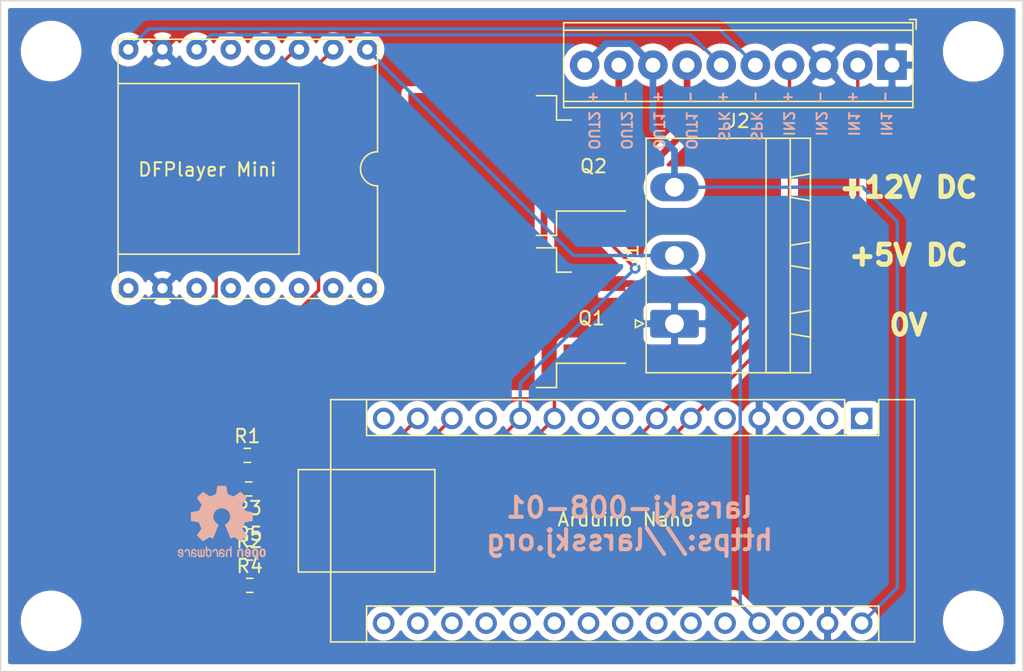
<source format=kicad_pcb>
(kicad_pcb (version 20171130) (host pcbnew 5.1.10-88a1d61d58~88~ubuntu20.04.1)

  (general
    (thickness 1.6)
    (drawings 11)
    (tracks 73)
    (zones 0)
    (modules 16)
    (nets 44)
  )

  (page A4)
  (layers
    (0 F.Cu signal)
    (31 B.Cu signal)
    (32 B.Adhes user)
    (33 F.Adhes user)
    (34 B.Paste user)
    (35 F.Paste user)
    (36 B.SilkS user)
    (37 F.SilkS user)
    (38 B.Mask user)
    (39 F.Mask user)
    (40 Dwgs.User user)
    (41 Cmts.User user)
    (42 Eco1.User user)
    (43 Eco2.User user)
    (44 Edge.Cuts user)
    (45 Margin user)
    (46 B.CrtYd user)
    (47 F.CrtYd user)
    (48 B.Fab user)
    (49 F.Fab user)
  )

  (setup
    (last_trace_width 0.25)
    (trace_clearance 0.2)
    (zone_clearance 0.508)
    (zone_45_only no)
    (trace_min 0.2)
    (via_size 0.8)
    (via_drill 0.4)
    (via_min_size 0.4)
    (via_min_drill 0.3)
    (uvia_size 0.3)
    (uvia_drill 0.1)
    (uvias_allowed no)
    (uvia_min_size 0.2)
    (uvia_min_drill 0.1)
    (edge_width 0.05)
    (segment_width 0.2)
    (pcb_text_width 0.3)
    (pcb_text_size 1.5 1.5)
    (mod_edge_width 0.12)
    (mod_text_size 1 1)
    (mod_text_width 0.15)
    (pad_size 1.524 1.524)
    (pad_drill 0.762)
    (pad_to_mask_clearance 0)
    (aux_axis_origin 0 0)
    (visible_elements FFFFFF7F)
    (pcbplotparams
      (layerselection 0x010fc_ffffffff)
      (usegerberextensions false)
      (usegerberattributes true)
      (usegerberadvancedattributes true)
      (creategerberjobfile true)
      (excludeedgelayer true)
      (linewidth 0.100000)
      (plotframeref false)
      (viasonmask false)
      (mode 1)
      (useauxorigin false)
      (hpglpennumber 1)
      (hpglpenspeed 20)
      (hpglpendiameter 15.000000)
      (psnegative false)
      (psa4output false)
      (plotreference true)
      (plotvalue true)
      (plotinvisibletext false)
      (padsonsilk false)
      (subtractmaskfromsilk false)
      (outputformat 1)
      (mirror false)
      (drillshape 0)
      (scaleselection 1)
      (outputdirectory ""))
  )

  (net 0 "")
  (net 1 "Net-(A1-Pad1)")
  (net 2 "Net-(A1-Pad17)")
  (net 3 "Net-(A1-Pad2)")
  (net 4 "Net-(A1-Pad18)")
  (net 5 "Net-(A1-Pad3)")
  (net 6 "Net-(A1-Pad19)")
  (net 7 GND)
  (net 8 "Net-(A1-Pad20)")
  (net 9 "Net-(A1-Pad5)")
  (net 10 "Net-(A1-Pad21)")
  (net 11 "Net-(A1-Pad6)")
  (net 12 "Net-(A1-Pad22)")
  (net 13 "Net-(A1-Pad7)")
  (net 14 "Net-(A1-Pad23)")
  (net 15 "Net-(A1-Pad8)")
  (net 16 "Net-(A1-Pad24)")
  (net 17 "Net-(A1-Pad9)")
  (net 18 "Net-(A1-Pad25)")
  (net 19 "Net-(A1-Pad10)")
  (net 20 "Net-(A1-Pad26)")
  (net 21 "Net-(A1-Pad11)")
  (net 22 VDC)
  (net 23 "Net-(A1-Pad12)")
  (net 24 "Net-(A1-Pad28)")
  (net 25 "Net-(A1-Pad13)")
  (net 26 "Net-(A1-Pad14)")
  (net 27 VCC)
  (net 28 "Net-(A1-Pad15)")
  (net 29 "Net-(A1-Pad16)")
  (net 30 "Net-(R1-Pad1)")
  (net 31 "Net-(U1-Pad4)")
  (net 32 "Net-(U1-Pad5)")
  (net 33 "Net-(U1-Pad16)")
  (net 34 "Net-(U1-Pad15)")
  (net 35 "Net-(U1-Pad14)")
  (net 36 "Net-(U1-Pad13)")
  (net 37 "Net-(U1-Pad12)")
  (net 38 "Net-(U1-Pad11)")
  (net 39 "Net-(U1-Pad9)")
  (net 40 "Net-(J2-Pad5)")
  (net 41 "Net-(J2-Pad6)")
  (net 42 "Net-(J2-Pad7)")
  (net 43 "Net-(J2-Pad9)")

  (net_class Default "This is the default net class."
    (clearance 0.2)
    (trace_width 0.25)
    (via_dia 0.8)
    (via_drill 0.4)
    (uvia_dia 0.3)
    (uvia_drill 0.1)
    (add_net GND)
    (add_net "Net-(A1-Pad1)")
    (add_net "Net-(A1-Pad10)")
    (add_net "Net-(A1-Pad11)")
    (add_net "Net-(A1-Pad12)")
    (add_net "Net-(A1-Pad13)")
    (add_net "Net-(A1-Pad14)")
    (add_net "Net-(A1-Pad15)")
    (add_net "Net-(A1-Pad16)")
    (add_net "Net-(A1-Pad17)")
    (add_net "Net-(A1-Pad18)")
    (add_net "Net-(A1-Pad19)")
    (add_net "Net-(A1-Pad2)")
    (add_net "Net-(A1-Pad20)")
    (add_net "Net-(A1-Pad21)")
    (add_net "Net-(A1-Pad22)")
    (add_net "Net-(A1-Pad23)")
    (add_net "Net-(A1-Pad24)")
    (add_net "Net-(A1-Pad25)")
    (add_net "Net-(A1-Pad26)")
    (add_net "Net-(A1-Pad28)")
    (add_net "Net-(A1-Pad3)")
    (add_net "Net-(A1-Pad5)")
    (add_net "Net-(A1-Pad6)")
    (add_net "Net-(A1-Pad7)")
    (add_net "Net-(A1-Pad8)")
    (add_net "Net-(A1-Pad9)")
    (add_net "Net-(J2-Pad5)")
    (add_net "Net-(J2-Pad6)")
    (add_net "Net-(J2-Pad7)")
    (add_net "Net-(J2-Pad9)")
    (add_net "Net-(R1-Pad1)")
    (add_net "Net-(U1-Pad11)")
    (add_net "Net-(U1-Pad12)")
    (add_net "Net-(U1-Pad13)")
    (add_net "Net-(U1-Pad14)")
    (add_net "Net-(U1-Pad15)")
    (add_net "Net-(U1-Pad16)")
    (add_net "Net-(U1-Pad4)")
    (add_net "Net-(U1-Pad5)")
    (add_net "Net-(U1-Pad9)")
    (add_net VCC)
    (add_net VDC)
  )

  (module Arduino_Nano:DFPlayer_V2 (layer F.Cu) (tedit 60B945B6) (tstamp 60B68996)
    (at 102.2 86.15 270)
    (path /60992E7F)
    (fp_text reference U1 (at 0 10.16 270) (layer F.SilkS) hide
      (effects (font (size 1 1) (thickness 0.15)))
    )
    (fp_text value "DFPlayer Mini" (at 0 -0.5 270) (layer F.Fab) hide
      (effects (font (size 1 1) (thickness 0.15)))
    )
    (fp_line (start 2.54 -0.762) (end 10.922 -0.762) (layer F.SilkS) (width 0.12))
    (fp_line (start -8.382 -0.762) (end 0 -0.762) (layer F.SilkS) (width 0.12))
    (fp_line (start 7.62 5.08) (end 7.62 18.542) (layer F.SilkS) (width 0.12))
    (fp_line (start -5.08 5.08) (end 7.62 5.08) (layer F.SilkS) (width 0.12))
    (fp_line (start -5.08 18.542) (end -5.08 5.08) (layer F.SilkS) (width 0.12))
    (fp_line (start 10.922 18.542) (end -8.382 18.542) (layer F.SilkS) (width 0.12))
    (fp_line (start 10.922 -0.762) (end 10.922 18.542) (layer F.SilkS) (width 0.12))
    (fp_line (start -8.382 18.542) (end -8.382 -0.762) (layer F.SilkS) (width 0.12))
    (fp_line (start -10.16 20.32) (end -10.16 -2.54) (layer B.Mask) (width 0.15))
    (fp_line (start 12.7 20.32) (end -10.16 20.32) (layer B.Mask) (width 0.15))
    (fp_line (start 12.7 -2.54) (end 12.7 20.32) (layer B.Mask) (width 0.15))
    (fp_line (start -10.16 -2.54) (end 12.7 -2.54) (layer B.Mask) (width 0.15))
    (fp_arc (start 1.27 -0.762) (end 0 -0.762) (angle -180) (layer F.SilkS) (width 0.12))
    (pad 1 thru_hole circle (at -7.62 0 270) (size 1.524 1.524) (drill 0.762) (layers *.Cu *.Mask)
      (net 22 VDC))
    (pad 2 thru_hole circle (at -7.62 2.54 270) (size 1.524 1.524) (drill 0.762) (layers *.Cu *.Mask)
      (net 30 "Net-(R1-Pad1)"))
    (pad 3 thru_hole circle (at -7.62 5.08 270) (size 1.524 1.524) (drill 0.762) (layers *.Cu *.Mask)
      (net 25 "Net-(A1-Pad13)"))
    (pad 4 thru_hole circle (at -7.62 7.62 270) (size 1.524 1.524) (drill 0.762) (layers *.Cu *.Mask)
      (net 31 "Net-(U1-Pad4)"))
    (pad 5 thru_hole circle (at -7.62 10.16 270) (size 1.524 1.524) (drill 0.762) (layers *.Cu *.Mask)
      (net 32 "Net-(U1-Pad5)"))
    (pad 6 thru_hole circle (at -7.62 12.7 270) (size 1.524 1.524) (drill 0.762) (layers *.Cu *.Mask)
      (net 41 "Net-(J2-Pad6)"))
    (pad 7 thru_hole circle (at -7.62 15.24 270) (size 1.524 1.524) (drill 0.762) (layers *.Cu *.Mask)
      (net 7 GND))
    (pad 8 thru_hole circle (at -7.62 17.78 270) (size 1.524 1.524) (drill 0.762) (layers *.Cu *.Mask)
      (net 40 "Net-(J2-Pad5)"))
    (pad 16 thru_hole circle (at 10.16 0 270) (size 1.524 1.524) (drill 0.762) (layers *.Cu *.Mask)
      (net 33 "Net-(U1-Pad16)"))
    (pad 15 thru_hole circle (at 10.16 2.54 270) (size 1.524 1.524) (drill 0.762) (layers *.Cu *.Mask)
      (net 34 "Net-(U1-Pad15)"))
    (pad 14 thru_hole circle (at 10.16 5.08 270) (size 1.524 1.524) (drill 0.762) (layers *.Cu *.Mask)
      (net 35 "Net-(U1-Pad14)"))
    (pad 13 thru_hole circle (at 10.16 7.62 270) (size 1.524 1.524) (drill 0.762) (layers *.Cu *.Mask)
      (net 36 "Net-(U1-Pad13)"))
    (pad 12 thru_hole circle (at 10.16 10.16 270) (size 1.524 1.524) (drill 0.762) (layers *.Cu *.Mask)
      (net 37 "Net-(U1-Pad12)"))
    (pad 11 thru_hole circle (at 10.16 12.7 270) (size 1.524 1.524) (drill 0.762) (layers *.Cu *.Mask)
      (net 38 "Net-(U1-Pad11)"))
    (pad 10 thru_hole circle (at 10.16 15.24 270) (size 1.524 1.524) (drill 0.762) (layers *.Cu *.Mask)
      (net 7 GND))
    (pad 9 thru_hole circle (at 10.16 17.78 270) (size 1.524 1.524) (drill 0.762) (layers *.Cu *.Mask)
      (net 39 "Net-(U1-Pad9)"))
    (model "/home/lars/Documents/KiCad/Step files/DFPlayer Mini.step"
      (offset (xyz 1.5 -9 2.5))
      (scale (xyz 1 1 1))
      (rotate (xyz -90 0 0))
    )
  )

  (module Module:Arduino_Nano (layer F.Cu) (tedit 60B935F9) (tstamp 60B6885E)
    (at 138.975 106 270)
    (descr "Arduino Nano, http://www.mouser.com/pdfdocs/Gravitech_Arduino_Nano3_0.pdf")
    (tags "Arduino Nano")
    (path /609937AC)
    (fp_text reference A1 (at 7.62 -5.08 270) (layer F.SilkS) hide
      (effects (font (size 1 1) (thickness 0.15)))
    )
    (fp_text value "Arduino Nano" (at 8.89 19.05) (layer F.Fab) hide
      (effects (font (size 1 1) (thickness 0.15)))
    )
    (fp_line (start 11.43 41.91) (end 3.81 41.91) (layer F.SilkS) (width 0.12))
    (fp_line (start 11.43 31.75) (end 11.43 41.91) (layer F.SilkS) (width 0.12))
    (fp_line (start 3.81 31.75) (end 11.43 31.75) (layer F.SilkS) (width 0.12))
    (fp_line (start 3.81 41.91) (end 3.81 31.75) (layer F.SilkS) (width 0.12))
    (fp_line (start 16.75 42.16) (end -1.53 42.16) (layer F.CrtYd) (width 0.05))
    (fp_line (start 16.75 42.16) (end 16.75 -4.06) (layer F.CrtYd) (width 0.05))
    (fp_line (start -1.53 -4.06) (end -1.53 42.16) (layer F.CrtYd) (width 0.05))
    (fp_line (start -1.53 -4.06) (end 16.75 -4.06) (layer F.CrtYd) (width 0.05))
    (fp_line (start 16.51 -3.81) (end 16.51 39.37) (layer F.Fab) (width 0.1))
    (fp_line (start 0 -3.81) (end 16.51 -3.81) (layer F.Fab) (width 0.1))
    (fp_line (start -1.27 -2.54) (end 0 -3.81) (layer F.Fab) (width 0.1))
    (fp_line (start -1.27 39.37) (end -1.27 -2.54) (layer F.Fab) (width 0.1))
    (fp_line (start 16.51 39.37) (end -1.27 39.37) (layer F.Fab) (width 0.1))
    (fp_line (start 16.64 -3.94) (end -1.4 -3.94) (layer F.SilkS) (width 0.12))
    (fp_line (start 16.64 39.5) (end 16.64 -3.94) (layer F.SilkS) (width 0.12))
    (fp_line (start -1.4 39.5) (end 16.64 39.5) (layer F.SilkS) (width 0.12))
    (fp_line (start 3.81 41.91) (end 3.81 31.75) (layer F.Fab) (width 0.1))
    (fp_line (start 11.43 41.91) (end 3.81 41.91) (layer F.Fab) (width 0.1))
    (fp_line (start 11.43 31.75) (end 11.43 41.91) (layer F.Fab) (width 0.1))
    (fp_line (start 3.81 31.75) (end 11.43 31.75) (layer F.Fab) (width 0.1))
    (fp_line (start 1.27 36.83) (end -1.4 36.83) (layer F.SilkS) (width 0.12))
    (fp_line (start 1.27 1.27) (end 1.27 36.83) (layer F.SilkS) (width 0.12))
    (fp_line (start 1.27 1.27) (end -1.4 1.27) (layer F.SilkS) (width 0.12))
    (fp_line (start 13.97 36.83) (end 16.64 36.83) (layer F.SilkS) (width 0.12))
    (fp_line (start 13.97 -1.27) (end 13.97 36.83) (layer F.SilkS) (width 0.12))
    (fp_line (start 13.97 -1.27) (end 16.64 -1.27) (layer F.SilkS) (width 0.12))
    (fp_line (start -1.4 -3.94) (end -1.4 -1.27) (layer F.SilkS) (width 0.12))
    (fp_line (start -1.4 1.27) (end -1.4 39.5) (layer F.SilkS) (width 0.12))
    (fp_line (start 1.27 -1.27) (end -1.4 -1.27) (layer F.SilkS) (width 0.12))
    (fp_line (start 1.27 1.27) (end 1.27 -1.27) (layer F.SilkS) (width 0.12))
    (fp_text user %R (at 6.35 19.05) (layer F.Fab) hide
      (effects (font (size 1 1) (thickness 0.15)))
    )
    (pad 1 thru_hole rect (at 0 0 270) (size 1.6 1.6) (drill 1) (layers *.Cu *.Mask)
      (net 1 "Net-(A1-Pad1)"))
    (pad 17 thru_hole oval (at 15.24 33.02 270) (size 1.6 1.6) (drill 1) (layers *.Cu *.Mask)
      (net 2 "Net-(A1-Pad17)"))
    (pad 2 thru_hole oval (at 0 2.54 270) (size 1.6 1.6) (drill 1) (layers *.Cu *.Mask)
      (net 3 "Net-(A1-Pad2)"))
    (pad 18 thru_hole oval (at 15.24 30.48 270) (size 1.6 1.6) (drill 1) (layers *.Cu *.Mask)
      (net 4 "Net-(A1-Pad18)"))
    (pad 3 thru_hole oval (at 0 5.08 270) (size 1.6 1.6) (drill 1) (layers *.Cu *.Mask)
      (net 5 "Net-(A1-Pad3)"))
    (pad 19 thru_hole oval (at 15.24 27.94 270) (size 1.6 1.6) (drill 1) (layers *.Cu *.Mask)
      (net 6 "Net-(A1-Pad19)"))
    (pad 4 thru_hole oval (at 0 7.62 270) (size 1.6 1.6) (drill 1) (layers *.Cu *.Mask)
      (net 7 GND))
    (pad 20 thru_hole oval (at 15.24 25.4 270) (size 1.6 1.6) (drill 1) (layers *.Cu *.Mask)
      (net 8 "Net-(A1-Pad20)"))
    (pad 5 thru_hole oval (at 0 10.16 270) (size 1.6 1.6) (drill 1) (layers *.Cu *.Mask)
      (net 9 "Net-(A1-Pad5)"))
    (pad 21 thru_hole oval (at 15.24 22.86 270) (size 1.6 1.6) (drill 1) (layers *.Cu *.Mask)
      (net 10 "Net-(A1-Pad21)"))
    (pad 6 thru_hole oval (at 0 12.7 270) (size 1.6 1.6) (drill 1) (layers *.Cu *.Mask)
      (net 11 "Net-(A1-Pad6)"))
    (pad 22 thru_hole oval (at 15.24 20.32 270) (size 1.6 1.6) (drill 1) (layers *.Cu *.Mask)
      (net 12 "Net-(A1-Pad22)"))
    (pad 7 thru_hole oval (at 0 15.24 270) (size 1.6 1.6) (drill 1) (layers *.Cu *.Mask)
      (net 13 "Net-(A1-Pad7)"))
    (pad 23 thru_hole oval (at 15.24 17.78 270) (size 1.6 1.6) (drill 1) (layers *.Cu *.Mask)
      (net 14 "Net-(A1-Pad23)"))
    (pad 8 thru_hole oval (at 0 17.78 270) (size 1.6 1.6) (drill 1) (layers *.Cu *.Mask)
      (net 15 "Net-(A1-Pad8)"))
    (pad 24 thru_hole oval (at 15.24 15.24 270) (size 1.6 1.6) (drill 1) (layers *.Cu *.Mask)
      (net 16 "Net-(A1-Pad24)"))
    (pad 9 thru_hole oval (at 0 20.32 270) (size 1.6 1.6) (drill 1) (layers *.Cu *.Mask)
      (net 17 "Net-(A1-Pad9)"))
    (pad 25 thru_hole oval (at 15.24 12.7 270) (size 1.6 1.6) (drill 1) (layers *.Cu *.Mask)
      (net 18 "Net-(A1-Pad25)"))
    (pad 10 thru_hole oval (at 0 22.86 270) (size 1.6 1.6) (drill 1) (layers *.Cu *.Mask)
      (net 19 "Net-(A1-Pad10)"))
    (pad 26 thru_hole oval (at 15.24 10.16 270) (size 1.6 1.6) (drill 1) (layers *.Cu *.Mask)
      (net 20 "Net-(A1-Pad26)"))
    (pad 11 thru_hole oval (at 0 25.4 270) (size 1.6 1.6) (drill 1) (layers *.Cu *.Mask)
      (net 21 "Net-(A1-Pad11)"))
    (pad 27 thru_hole oval (at 15.24 7.62 270) (size 1.6 1.6) (drill 1) (layers *.Cu *.Mask)
      (net 22 VDC))
    (pad 12 thru_hole oval (at 0 27.94 270) (size 1.6 1.6) (drill 1) (layers *.Cu *.Mask)
      (net 23 "Net-(A1-Pad12)"))
    (pad 28 thru_hole oval (at 15.24 5.08 270) (size 1.6 1.6) (drill 1) (layers *.Cu *.Mask)
      (net 24 "Net-(A1-Pad28)"))
    (pad 13 thru_hole oval (at 0 30.48 270) (size 1.6 1.6) (drill 1) (layers *.Cu *.Mask)
      (net 25 "Net-(A1-Pad13)"))
    (pad 29 thru_hole oval (at 15.24 2.54 270) (size 1.6 1.6) (drill 1) (layers *.Cu *.Mask)
      (net 7 GND))
    (pad 14 thru_hole oval (at 0 33.02 270) (size 1.6 1.6) (drill 1) (layers *.Cu *.Mask)
      (net 26 "Net-(A1-Pad14)"))
    (pad 30 thru_hole oval (at 15.24 0 270) (size 1.6 1.6) (drill 1) (layers *.Cu *.Mask)
      (net 27 VCC))
    (pad 15 thru_hole oval (at 0 35.56 270) (size 1.6 1.6) (drill 1) (layers *.Cu *.Mask)
      (net 28 "Net-(A1-Pad15)"))
    (pad 16 thru_hole oval (at 15.24 35.56 270) (size 1.6 1.6) (drill 1) (layers *.Cu *.Mask)
      (net 29 "Net-(A1-Pad16)"))
    (model ${KISYS3DMOD}/Module.3dshapes/Arduino_Nano_WithMountingHoles.wrl
      (at (xyz 0 0 0))
      (scale (xyz 1 1 1))
      (rotate (xyz 0 0 0))
    )
    (model "/home/lars/Documents/KiCad/Step files/arduino_nano.stp"
      (offset (xyz 0 0 2.5))
      (scale (xyz 1 1 1))
      (rotate (xyz -90 0 90))
    )
  )

  (module Symbol:OSHW-Logo2_7.3x6mm_SilkScreen (layer B.Cu) (tedit 0) (tstamp 60B7B5F3)
    (at 91.375 113.775 180)
    (descr "Open Source Hardware Symbol")
    (tags "Logo Symbol OSHW")
    (attr virtual)
    (fp_text reference REF** (at 0 0) (layer B.SilkS) hide
      (effects (font (size 1 1) (thickness 0.15)) (justify mirror))
    )
    (fp_text value OSHW-Logo2_7.3x6mm_SilkScreen (at 0.75 0) (layer B.Fab) hide
      (effects (font (size 1 1) (thickness 0.15)) (justify mirror))
    )
    (fp_poly (pts (xy 0.10391 2.757652) (xy 0.182454 2.757222) (xy 0.239298 2.756058) (xy 0.278105 2.753793)
      (xy 0.302538 2.75006) (xy 0.316262 2.744494) (xy 0.32294 2.736727) (xy 0.326236 2.726395)
      (xy 0.326556 2.725057) (xy 0.331562 2.700921) (xy 0.340829 2.653299) (xy 0.353392 2.587259)
      (xy 0.368287 2.507872) (xy 0.384551 2.420204) (xy 0.385119 2.417125) (xy 0.40141 2.331211)
      (xy 0.416652 2.255304) (xy 0.429861 2.193955) (xy 0.440054 2.151718) (xy 0.446248 2.133145)
      (xy 0.446543 2.132816) (xy 0.464788 2.123747) (xy 0.502405 2.108633) (xy 0.551271 2.090738)
      (xy 0.551543 2.090642) (xy 0.613093 2.067507) (xy 0.685657 2.038035) (xy 0.754057 2.008403)
      (xy 0.757294 2.006938) (xy 0.868702 1.956374) (xy 1.115399 2.12484) (xy 1.191077 2.176197)
      (xy 1.259631 2.222111) (xy 1.317088 2.25997) (xy 1.359476 2.287163) (xy 1.382825 2.301079)
      (xy 1.385042 2.302111) (xy 1.40201 2.297516) (xy 1.433701 2.275345) (xy 1.481352 2.234553)
      (xy 1.546198 2.174095) (xy 1.612397 2.109773) (xy 1.676214 2.046388) (xy 1.733329 1.988549)
      (xy 1.780305 1.939825) (xy 1.813703 1.90379) (xy 1.830085 1.884016) (xy 1.830694 1.882998)
      (xy 1.832505 1.869428) (xy 1.825683 1.847267) (xy 1.80854 1.813522) (xy 1.779393 1.7652)
      (xy 1.736555 1.699308) (xy 1.679448 1.614483) (xy 1.628766 1.539823) (xy 1.583461 1.47286)
      (xy 1.54615 1.417484) (xy 1.519452 1.37758) (xy 1.505985 1.357038) (xy 1.505137 1.355644)
      (xy 1.506781 1.335962) (xy 1.519245 1.297707) (xy 1.540048 1.248111) (xy 1.547462 1.232272)
      (xy 1.579814 1.16171) (xy 1.614328 1.081647) (xy 1.642365 1.012371) (xy 1.662568 0.960955)
      (xy 1.678615 0.921881) (xy 1.687888 0.901459) (xy 1.689041 0.899886) (xy 1.706096 0.897279)
      (xy 1.746298 0.890137) (xy 1.804302 0.879477) (xy 1.874763 0.866315) (xy 1.952335 0.851667)
      (xy 2.031672 0.836551) (xy 2.107431 0.821982) (xy 2.174264 0.808978) (xy 2.226828 0.798555)
      (xy 2.259776 0.79173) (xy 2.267857 0.789801) (xy 2.276205 0.785038) (xy 2.282506 0.774282)
      (xy 2.287045 0.753902) (xy 2.290104 0.720266) (xy 2.291967 0.669745) (xy 2.292918 0.598708)
      (xy 2.29324 0.503524) (xy 2.293257 0.464508) (xy 2.293257 0.147201) (xy 2.217057 0.132161)
      (xy 2.174663 0.124005) (xy 2.1114 0.112101) (xy 2.034962 0.097884) (xy 1.953043 0.08279)
      (xy 1.9304 0.078645) (xy 1.854806 0.063947) (xy 1.788953 0.049495) (xy 1.738366 0.036625)
      (xy 1.708574 0.026678) (xy 1.703612 0.023713) (xy 1.691426 0.002717) (xy 1.673953 -0.037967)
      (xy 1.654577 -0.090322) (xy 1.650734 -0.1016) (xy 1.625339 -0.171523) (xy 1.593817 -0.250418)
      (xy 1.562969 -0.321266) (xy 1.562817 -0.321595) (xy 1.511447 -0.432733) (xy 1.680399 -0.681253)
      (xy 1.849352 -0.929772) (xy 1.632429 -1.147058) (xy 1.566819 -1.211726) (xy 1.506979 -1.268733)
      (xy 1.456267 -1.315033) (xy 1.418046 -1.347584) (xy 1.395675 -1.363343) (xy 1.392466 -1.364343)
      (xy 1.373626 -1.356469) (xy 1.33518 -1.334578) (xy 1.28133 -1.301267) (xy 1.216276 -1.259131)
      (xy 1.14594 -1.211943) (xy 1.074555 -1.16381) (xy 1.010908 -1.121928) (xy 0.959041 -1.088871)
      (xy 0.922995 -1.067218) (xy 0.906867 -1.059543) (xy 0.887189 -1.066037) (xy 0.849875 -1.08315)
      (xy 0.802621 -1.107326) (xy 0.797612 -1.110013) (xy 0.733977 -1.141927) (xy 0.690341 -1.157579)
      (xy 0.663202 -1.157745) (xy 0.649057 -1.143204) (xy 0.648975 -1.143) (xy 0.641905 -1.125779)
      (xy 0.625042 -1.084899) (xy 0.599695 -1.023525) (xy 0.567171 -0.944819) (xy 0.528778 -0.851947)
      (xy 0.485822 -0.748072) (xy 0.444222 -0.647502) (xy 0.398504 -0.536516) (xy 0.356526 -0.433703)
      (xy 0.319548 -0.342215) (xy 0.288827 -0.265201) (xy 0.265622 -0.205815) (xy 0.25119 -0.167209)
      (xy 0.246743 -0.1528) (xy 0.257896 -0.136272) (xy 0.287069 -0.10993) (xy 0.325971 -0.080887)
      (xy 0.436757 0.010961) (xy 0.523351 0.116241) (xy 0.584716 0.232734) (xy 0.619815 0.358224)
      (xy 0.627608 0.490493) (xy 0.621943 0.551543) (xy 0.591078 0.678205) (xy 0.53792 0.790059)
      (xy 0.465767 0.885999) (xy 0.377917 0.964924) (xy 0.277665 1.02573) (xy 0.16831 1.067313)
      (xy 0.053147 1.088572) (xy -0.064525 1.088401) (xy -0.18141 1.065699) (xy -0.294211 1.019362)
      (xy -0.399631 0.948287) (xy -0.443632 0.908089) (xy -0.528021 0.804871) (xy -0.586778 0.692075)
      (xy -0.620296 0.57299) (xy -0.628965 0.450905) (xy -0.613177 0.329107) (xy -0.573322 0.210884)
      (xy -0.509793 0.099525) (xy -0.422979 -0.001684) (xy -0.325971 -0.080887) (xy -0.285563 -0.111162)
      (xy -0.257018 -0.137219) (xy -0.246743 -0.152825) (xy -0.252123 -0.169843) (xy -0.267425 -0.2105)
      (xy -0.291388 -0.271642) (xy -0.322756 -0.350119) (xy -0.360268 -0.44278) (xy -0.402667 -0.546472)
      (xy -0.444337 -0.647526) (xy -0.49031 -0.758607) (xy -0.532893 -0.861541) (xy -0.570779 -0.953165)
      (xy -0.60266 -1.030316) (xy -0.627229 -1.089831) (xy -0.64318 -1.128544) (xy -0.64909 -1.143)
      (xy -0.663052 -1.157685) (xy -0.69006 -1.157642) (xy -0.733587 -1.142099) (xy -0.79711 -1.110284)
      (xy -0.797612 -1.110013) (xy -0.84544 -1.085323) (xy -0.884103 -1.067338) (xy -0.905905 -1.059614)
      (xy -0.906867 -1.059543) (xy -0.923279 -1.067378) (xy -0.959513 -1.089165) (xy -1.011526 -1.122328)
      (xy -1.075275 -1.164291) (xy -1.14594 -1.211943) (xy -1.217884 -1.260191) (xy -1.282726 -1.302151)
      (xy -1.336265 -1.335227) (xy -1.374303 -1.356821) (xy -1.392467 -1.364343) (xy -1.409192 -1.354457)
      (xy -1.44282 -1.326826) (xy -1.48999 -1.284495) (xy -1.547342 -1.230505) (xy -1.611516 -1.167899)
      (xy -1.632503 -1.146983) (xy -1.849501 -0.929623) (xy -1.684332 -0.68722) (xy -1.634136 -0.612781)
      (xy -1.590081 -0.545972) (xy -1.554638 -0.490665) (xy -1.530281 -0.450729) (xy -1.519478 -0.430036)
      (xy -1.519162 -0.428563) (xy -1.524857 -0.409058) (xy -1.540174 -0.369822) (xy -1.562463 -0.31743)
      (xy -1.578107 -0.282355) (xy -1.607359 -0.215201) (xy -1.634906 -0.147358) (xy -1.656263 -0.090034)
      (xy -1.662065 -0.072572) (xy -1.678548 -0.025938) (xy -1.69466 0.010095) (xy -1.70351 0.023713)
      (xy -1.72304 0.032048) (xy -1.765666 0.043863) (xy -1.825855 0.057819) (xy -1.898078 0.072578)
      (xy -1.9304 0.078645) (xy -2.012478 0.093727) (xy -2.091205 0.108331) (xy -2.158891 0.12102)
      (xy -2.20784 0.130358) (xy -2.217057 0.132161) (xy -2.293257 0.147201) (xy -2.293257 0.464508)
      (xy -2.293086 0.568846) (xy -2.292384 0.647787) (xy -2.290866 0.704962) (xy -2.288251 0.744001)
      (xy -2.284254 0.768535) (xy -2.278591 0.782195) (xy -2.27098 0.788611) (xy -2.267857 0.789801)
      (xy -2.249022 0.79402) (xy -2.207412 0.802438) (xy -2.14837 0.814039) (xy -2.077243 0.827805)
      (xy -1.999375 0.84272) (xy -1.920113 0.857768) (xy -1.844802 0.871931) (xy -1.778787 0.884194)
      (xy -1.727413 0.893539) (xy -1.696025 0.89895) (xy -1.689041 0.899886) (xy -1.682715 0.912404)
      (xy -1.66871 0.945754) (xy -1.649645 0.993623) (xy -1.642366 1.012371) (xy -1.613004 1.084805)
      (xy -1.578429 1.16483) (xy -1.547463 1.232272) (xy -1.524677 1.283841) (xy -1.509518 1.326215)
      (xy -1.504458 1.352166) (xy -1.505264 1.355644) (xy -1.515959 1.372064) (xy -1.54038 1.408583)
      (xy -1.575905 1.461313) (xy -1.619913 1.526365) (xy -1.669783 1.599849) (xy -1.679644 1.614355)
      (xy -1.737508 1.700296) (xy -1.780044 1.765739) (xy -1.808946 1.813696) (xy -1.82591 1.84718)
      (xy -1.832633 1.869205) (xy -1.83081 1.882783) (xy -1.830764 1.882869) (xy -1.816414 1.900703)
      (xy -1.784677 1.935183) (xy -1.73899 1.982732) (xy -1.682796 2.039778) (xy -1.619532 2.102745)
      (xy -1.612398 2.109773) (xy -1.53267 2.18698) (xy -1.471143 2.24367) (xy -1.426579 2.28089)
      (xy -1.397743 2.299685) (xy -1.385042 2.302111) (xy -1.366506 2.291529) (xy -1.328039 2.267084)
      (xy -1.273614 2.231388) (xy -1.207202 2.187053) (xy -1.132775 2.136689) (xy -1.115399 2.12484)
      (xy -0.868703 1.956374) (xy -0.757294 2.006938) (xy -0.689543 2.036405) (xy -0.616817 2.066041)
      (xy -0.554297 2.08967) (xy -0.551543 2.090642) (xy -0.50264 2.108543) (xy -0.464943 2.12368)
      (xy -0.446575 2.13279) (xy -0.446544 2.132816) (xy -0.440715 2.149283) (xy -0.430808 2.189781)
      (xy -0.417805 2.249758) (xy -0.402691 2.32466) (xy -0.386448 2.409936) (xy -0.385119 2.417125)
      (xy -0.368825 2.504986) (xy -0.353867 2.58474) (xy -0.341209 2.651319) (xy -0.331814 2.699653)
      (xy -0.326646 2.724675) (xy -0.326556 2.725057) (xy -0.323411 2.735701) (xy -0.317296 2.743738)
      (xy -0.304547 2.749533) (xy -0.2815 2.753453) (xy -0.244491 2.755865) (xy -0.189856 2.757135)
      (xy -0.113933 2.757629) (xy -0.013056 2.757714) (xy 0 2.757714) (xy 0.10391 2.757652)) (layer B.SilkS) (width 0.01))
    (fp_poly (pts (xy 3.153595 -1.966966) (xy 3.211021 -2.004497) (xy 3.238719 -2.038096) (xy 3.260662 -2.099064)
      (xy 3.262405 -2.147308) (xy 3.258457 -2.211816) (xy 3.109686 -2.276934) (xy 3.037349 -2.310202)
      (xy 2.990084 -2.336964) (xy 2.965507 -2.360144) (xy 2.961237 -2.382667) (xy 2.974889 -2.407455)
      (xy 2.989943 -2.423886) (xy 3.033746 -2.450235) (xy 3.081389 -2.452081) (xy 3.125145 -2.431546)
      (xy 3.157289 -2.390752) (xy 3.163038 -2.376347) (xy 3.190576 -2.331356) (xy 3.222258 -2.312182)
      (xy 3.265714 -2.295779) (xy 3.265714 -2.357966) (xy 3.261872 -2.400283) (xy 3.246823 -2.435969)
      (xy 3.21528 -2.476943) (xy 3.210592 -2.482267) (xy 3.175506 -2.51872) (xy 3.145347 -2.538283)
      (xy 3.107615 -2.547283) (xy 3.076335 -2.55023) (xy 3.020385 -2.550965) (xy 2.980555 -2.54166)
      (xy 2.955708 -2.527846) (xy 2.916656 -2.497467) (xy 2.889625 -2.464613) (xy 2.872517 -2.423294)
      (xy 2.863238 -2.367521) (xy 2.859693 -2.291305) (xy 2.85941 -2.252622) (xy 2.860372 -2.206247)
      (xy 2.948007 -2.206247) (xy 2.949023 -2.231126) (xy 2.951556 -2.2352) (xy 2.968274 -2.229665)
      (xy 3.004249 -2.215017) (xy 3.052331 -2.19419) (xy 3.062386 -2.189714) (xy 3.123152 -2.158814)
      (xy 3.156632 -2.131657) (xy 3.16399 -2.10622) (xy 3.146391 -2.080481) (xy 3.131856 -2.069109)
      (xy 3.07941 -2.046364) (xy 3.030322 -2.050122) (xy 2.989227 -2.077884) (xy 2.960758 -2.127152)
      (xy 2.951631 -2.166257) (xy 2.948007 -2.206247) (xy 2.860372 -2.206247) (xy 2.861285 -2.162249)
      (xy 2.868196 -2.095384) (xy 2.881884 -2.046695) (xy 2.904096 -2.010849) (xy 2.936574 -1.982513)
      (xy 2.950733 -1.973355) (xy 3.015053 -1.949507) (xy 3.085473 -1.948006) (xy 3.153595 -1.966966)) (layer B.SilkS) (width 0.01))
    (fp_poly (pts (xy 2.6526 -1.958752) (xy 2.669948 -1.966334) (xy 2.711356 -1.999128) (xy 2.746765 -2.046547)
      (xy 2.768664 -2.097151) (xy 2.772229 -2.122098) (xy 2.760279 -2.156927) (xy 2.734067 -2.175357)
      (xy 2.705964 -2.186516) (xy 2.693095 -2.188572) (xy 2.686829 -2.173649) (xy 2.674456 -2.141175)
      (xy 2.669028 -2.126502) (xy 2.63859 -2.075744) (xy 2.59452 -2.050427) (xy 2.53801 -2.051206)
      (xy 2.533825 -2.052203) (xy 2.503655 -2.066507) (xy 2.481476 -2.094393) (xy 2.466327 -2.139287)
      (xy 2.45725 -2.204615) (xy 2.453286 -2.293804) (xy 2.452914 -2.341261) (xy 2.45273 -2.416071)
      (xy 2.451522 -2.467069) (xy 2.448309 -2.499471) (xy 2.442109 -2.518495) (xy 2.43194 -2.529356)
      (xy 2.416819 -2.537272) (xy 2.415946 -2.53767) (xy 2.386828 -2.549981) (xy 2.372403 -2.554514)
      (xy 2.370186 -2.540809) (xy 2.368289 -2.502925) (xy 2.366847 -2.445715) (xy 2.365998 -2.374027)
      (xy 2.365829 -2.321565) (xy 2.366692 -2.220047) (xy 2.37007 -2.143032) (xy 2.377142 -2.086023)
      (xy 2.389088 -2.044526) (xy 2.40709 -2.014043) (xy 2.432327 -1.99008) (xy 2.457247 -1.973355)
      (xy 2.517171 -1.951097) (xy 2.586911 -1.946076) (xy 2.6526 -1.958752)) (layer B.SilkS) (width 0.01))
    (fp_poly (pts (xy 2.144876 -1.956335) (xy 2.186667 -1.975344) (xy 2.219469 -1.998378) (xy 2.243503 -2.024133)
      (xy 2.260097 -2.057358) (xy 2.270577 -2.1028) (xy 2.276271 -2.165207) (xy 2.278507 -2.249327)
      (xy 2.278743 -2.304721) (xy 2.278743 -2.520826) (xy 2.241774 -2.53767) (xy 2.212656 -2.549981)
      (xy 2.198231 -2.554514) (xy 2.195472 -2.541025) (xy 2.193282 -2.504653) (xy 2.191942 -2.451542)
      (xy 2.191657 -2.409372) (xy 2.190434 -2.348447) (xy 2.187136 -2.300115) (xy 2.182321 -2.270518)
      (xy 2.178496 -2.264229) (xy 2.152783 -2.270652) (xy 2.112418 -2.287125) (xy 2.065679 -2.309458)
      (xy 2.020845 -2.333457) (xy 1.986193 -2.35493) (xy 1.970002 -2.369685) (xy 1.969938 -2.369845)
      (xy 1.97133 -2.397152) (xy 1.983818 -2.423219) (xy 2.005743 -2.444392) (xy 2.037743 -2.451474)
      (xy 2.065092 -2.450649) (xy 2.103826 -2.450042) (xy 2.124158 -2.459116) (xy 2.136369 -2.483092)
      (xy 2.137909 -2.487613) (xy 2.143203 -2.521806) (xy 2.129047 -2.542568) (xy 2.092148 -2.552462)
      (xy 2.052289 -2.554292) (xy 1.980562 -2.540727) (xy 1.943432 -2.521355) (xy 1.897576 -2.475845)
      (xy 1.873256 -2.419983) (xy 1.871073 -2.360957) (xy 1.891629 -2.305953) (xy 1.922549 -2.271486)
      (xy 1.95342 -2.252189) (xy 2.001942 -2.227759) (xy 2.058485 -2.202985) (xy 2.06791 -2.199199)
      (xy 2.130019 -2.171791) (xy 2.165822 -2.147634) (xy 2.177337 -2.123619) (xy 2.16658 -2.096635)
      (xy 2.148114 -2.075543) (xy 2.104469 -2.049572) (xy 2.056446 -2.047624) (xy 2.012406 -2.067637)
      (xy 1.980709 -2.107551) (xy 1.976549 -2.117848) (xy 1.952327 -2.155724) (xy 1.916965 -2.183842)
      (xy 1.872343 -2.206917) (xy 1.872343 -2.141485) (xy 1.874969 -2.101506) (xy 1.88623 -2.069997)
      (xy 1.911199 -2.036378) (xy 1.935169 -2.010484) (xy 1.972441 -1.973817) (xy 2.001401 -1.954121)
      (xy 2.032505 -1.94622) (xy 2.067713 -1.944914) (xy 2.144876 -1.956335)) (layer B.SilkS) (width 0.01))
    (fp_poly (pts (xy 1.779833 -1.958663) (xy 1.782048 -1.99685) (xy 1.783784 -2.054886) (xy 1.784899 -2.12818)
      (xy 1.785257 -2.205055) (xy 1.785257 -2.465196) (xy 1.739326 -2.511127) (xy 1.707675 -2.539429)
      (xy 1.67989 -2.550893) (xy 1.641915 -2.550168) (xy 1.62684 -2.548321) (xy 1.579726 -2.542948)
      (xy 1.540756 -2.539869) (xy 1.531257 -2.539585) (xy 1.499233 -2.541445) (xy 1.453432 -2.546114)
      (xy 1.435674 -2.548321) (xy 1.392057 -2.551735) (xy 1.362745 -2.54432) (xy 1.33368 -2.521427)
      (xy 1.323188 -2.511127) (xy 1.277257 -2.465196) (xy 1.277257 -1.978602) (xy 1.314226 -1.961758)
      (xy 1.346059 -1.949282) (xy 1.364683 -1.944914) (xy 1.369458 -1.958718) (xy 1.373921 -1.997286)
      (xy 1.377775 -2.056356) (xy 1.380722 -2.131663) (xy 1.382143 -2.195286) (xy 1.386114 -2.445657)
      (xy 1.420759 -2.450556) (xy 1.452268 -2.447131) (xy 1.467708 -2.436041) (xy 1.472023 -2.415308)
      (xy 1.475708 -2.371145) (xy 1.478469 -2.309146) (xy 1.480012 -2.234909) (xy 1.480235 -2.196706)
      (xy 1.480457 -1.976783) (xy 1.526166 -1.960849) (xy 1.558518 -1.950015) (xy 1.576115 -1.944962)
      (xy 1.576623 -1.944914) (xy 1.578388 -1.958648) (xy 1.580329 -1.99673) (xy 1.582282 -2.054482)
      (xy 1.584084 -2.127227) (xy 1.585343 -2.195286) (xy 1.589314 -2.445657) (xy 1.6764 -2.445657)
      (xy 1.680396 -2.21724) (xy 1.684392 -1.988822) (xy 1.726847 -1.966868) (xy 1.758192 -1.951793)
      (xy 1.776744 -1.944951) (xy 1.777279 -1.944914) (xy 1.779833 -1.958663)) (layer B.SilkS) (width 0.01))
    (fp_poly (pts (xy 1.190117 -2.065358) (xy 1.189933 -2.173837) (xy 1.189219 -2.257287) (xy 1.187675 -2.319704)
      (xy 1.185001 -2.365085) (xy 1.180894 -2.397429) (xy 1.175055 -2.420733) (xy 1.167182 -2.438995)
      (xy 1.161221 -2.449418) (xy 1.111855 -2.505945) (xy 1.049264 -2.541377) (xy 0.980013 -2.55409)
      (xy 0.910668 -2.542463) (xy 0.869375 -2.521568) (xy 0.826025 -2.485422) (xy 0.796481 -2.441276)
      (xy 0.778655 -2.383462) (xy 0.770463 -2.306313) (xy 0.769302 -2.249714) (xy 0.769458 -2.245647)
      (xy 0.870857 -2.245647) (xy 0.871476 -2.31055) (xy 0.874314 -2.353514) (xy 0.88084 -2.381622)
      (xy 0.892523 -2.401953) (xy 0.906483 -2.417288) (xy 0.953365 -2.44689) (xy 1.003701 -2.449419)
      (xy 1.051276 -2.424705) (xy 1.054979 -2.421356) (xy 1.070783 -2.403935) (xy 1.080693 -2.383209)
      (xy 1.086058 -2.352362) (xy 1.088228 -2.304577) (xy 1.088571 -2.251748) (xy 1.087827 -2.185381)
      (xy 1.084748 -2.141106) (xy 1.078061 -2.112009) (xy 1.066496 -2.091173) (xy 1.057013 -2.080107)
      (xy 1.01296 -2.052198) (xy 0.962224 -2.048843) (xy 0.913796 -2.070159) (xy 0.90445 -2.078073)
      (xy 0.88854 -2.095647) (xy 0.87861 -2.116587) (xy 0.873278 -2.147782) (xy 0.871163 -2.196122)
      (xy 0.870857 -2.245647) (xy 0.769458 -2.245647) (xy 0.77281 -2.158568) (xy 0.784726 -2.090086)
      (xy 0.807135 -2.0386) (xy 0.842124 -1.998443) (xy 0.869375 -1.977861) (xy 0.918907 -1.955625)
      (xy 0.976316 -1.945304) (xy 1.029682 -1.948067) (xy 1.059543 -1.959212) (xy 1.071261 -1.962383)
      (xy 1.079037 -1.950557) (xy 1.084465 -1.918866) (xy 1.088571 -1.870593) (xy 1.093067 -1.816829)
      (xy 1.099313 -1.784482) (xy 1.110676 -1.765985) (xy 1.130528 -1.75377) (xy 1.143 -1.748362)
      (xy 1.190171 -1.728601) (xy 1.190117 -2.065358)) (layer B.SilkS) (width 0.01))
    (fp_poly (pts (xy 0.529926 -1.949755) (xy 0.595858 -1.974084) (xy 0.649273 -2.017117) (xy 0.670164 -2.047409)
      (xy 0.692939 -2.102994) (xy 0.692466 -2.143186) (xy 0.668562 -2.170217) (xy 0.659717 -2.174813)
      (xy 0.62153 -2.189144) (xy 0.602028 -2.185472) (xy 0.595422 -2.161407) (xy 0.595086 -2.148114)
      (xy 0.582992 -2.09921) (xy 0.551471 -2.064999) (xy 0.507659 -2.048476) (xy 0.458695 -2.052634)
      (xy 0.418894 -2.074227) (xy 0.40545 -2.086544) (xy 0.395921 -2.101487) (xy 0.389485 -2.124075)
      (xy 0.385317 -2.159328) (xy 0.382597 -2.212266) (xy 0.380502 -2.287907) (xy 0.37996 -2.311857)
      (xy 0.377981 -2.39379) (xy 0.375731 -2.451455) (xy 0.372357 -2.489608) (xy 0.367006 -2.513004)
      (xy 0.358824 -2.526398) (xy 0.346959 -2.534545) (xy 0.339362 -2.538144) (xy 0.307102 -2.550452)
      (xy 0.288111 -2.554514) (xy 0.281836 -2.540948) (xy 0.278006 -2.499934) (xy 0.2766 -2.430999)
      (xy 0.277598 -2.333669) (xy 0.277908 -2.318657) (xy 0.280101 -2.229859) (xy 0.282693 -2.165019)
      (xy 0.286382 -2.119067) (xy 0.291864 -2.086935) (xy 0.299835 -2.063553) (xy 0.310993 -2.043852)
      (xy 0.31683 -2.03541) (xy 0.350296 -1.998057) (xy 0.387727 -1.969003) (xy 0.392309 -1.966467)
      (xy 0.459426 -1.946443) (xy 0.529926 -1.949755)) (layer B.SilkS) (width 0.01))
    (fp_poly (pts (xy 0.039744 -1.950968) (xy 0.096616 -1.972087) (xy 0.097267 -1.972493) (xy 0.13244 -1.99838)
      (xy 0.158407 -2.028633) (xy 0.17667 -2.068058) (xy 0.188732 -2.121462) (xy 0.196096 -2.193651)
      (xy 0.200264 -2.289432) (xy 0.200629 -2.303078) (xy 0.205876 -2.508842) (xy 0.161716 -2.531678)
      (xy 0.129763 -2.54711) (xy 0.11047 -2.554423) (xy 0.109578 -2.554514) (xy 0.106239 -2.541022)
      (xy 0.103587 -2.504626) (xy 0.101956 -2.451452) (xy 0.1016 -2.408393) (xy 0.101592 -2.338641)
      (xy 0.098403 -2.294837) (xy 0.087288 -2.273944) (xy 0.063501 -2.272925) (xy 0.022296 -2.288741)
      (xy -0.039914 -2.317815) (xy -0.085659 -2.341963) (xy -0.109187 -2.362913) (xy -0.116104 -2.385747)
      (xy -0.116114 -2.386877) (xy -0.104701 -2.426212) (xy -0.070908 -2.447462) (xy -0.019191 -2.450539)
      (xy 0.018061 -2.450006) (xy 0.037703 -2.460735) (xy 0.049952 -2.486505) (xy 0.057002 -2.519337)
      (xy 0.046842 -2.537966) (xy 0.043017 -2.540632) (xy 0.007001 -2.55134) (xy -0.043434 -2.552856)
      (xy -0.095374 -2.545759) (xy -0.132178 -2.532788) (xy -0.183062 -2.489585) (xy -0.211986 -2.429446)
      (xy -0.217714 -2.382462) (xy -0.213343 -2.340082) (xy -0.197525 -2.305488) (xy -0.166203 -2.274763)
      (xy -0.115322 -2.24399) (xy -0.040824 -2.209252) (xy -0.036286 -2.207288) (xy 0.030821 -2.176287)
      (xy 0.072232 -2.150862) (xy 0.089981 -2.128014) (xy 0.086107 -2.104745) (xy 0.062643 -2.078056)
      (xy 0.055627 -2.071914) (xy 0.00863 -2.0481) (xy -0.040067 -2.049103) (xy -0.082478 -2.072451)
      (xy -0.110616 -2.115675) (xy -0.113231 -2.12416) (xy -0.138692 -2.165308) (xy -0.170999 -2.185128)
      (xy -0.217714 -2.20477) (xy -0.217714 -2.15395) (xy -0.203504 -2.080082) (xy -0.161325 -2.012327)
      (xy -0.139376 -1.989661) (xy -0.089483 -1.960569) (xy -0.026033 -1.9474) (xy 0.039744 -1.950968)) (layer B.SilkS) (width 0.01))
    (fp_poly (pts (xy -0.624114 -1.851289) (xy -0.619861 -1.910613) (xy -0.614975 -1.945572) (xy -0.608205 -1.96082)
      (xy -0.598298 -1.961015) (xy -0.595086 -1.959195) (xy -0.552356 -1.946015) (xy -0.496773 -1.946785)
      (xy -0.440263 -1.960333) (xy -0.404918 -1.977861) (xy -0.368679 -2.005861) (xy -0.342187 -2.037549)
      (xy -0.324001 -2.077813) (xy -0.312678 -2.131543) (xy -0.306778 -2.203626) (xy -0.304857 -2.298951)
      (xy -0.304823 -2.317237) (xy -0.3048 -2.522646) (xy -0.350509 -2.53858) (xy -0.382973 -2.54942)
      (xy -0.400785 -2.554468) (xy -0.401309 -2.554514) (xy -0.403063 -2.540828) (xy -0.404556 -2.503076)
      (xy -0.405674 -2.446224) (xy -0.406303 -2.375234) (xy -0.4064 -2.332073) (xy -0.406602 -2.246973)
      (xy -0.407642 -2.185981) (xy -0.410169 -2.144177) (xy -0.414836 -2.116642) (xy -0.422293 -2.098456)
      (xy -0.433189 -2.084698) (xy -0.439993 -2.078073) (xy -0.486728 -2.051375) (xy -0.537728 -2.049375)
      (xy -0.583999 -2.071955) (xy -0.592556 -2.080107) (xy -0.605107 -2.095436) (xy -0.613812 -2.113618)
      (xy -0.619369 -2.139909) (xy -0.622474 -2.179562) (xy -0.623824 -2.237832) (xy -0.624114 -2.318173)
      (xy -0.624114 -2.522646) (xy -0.669823 -2.53858) (xy -0.702287 -2.54942) (xy -0.720099 -2.554468)
      (xy -0.720623 -2.554514) (xy -0.721963 -2.540623) (xy -0.723172 -2.501439) (xy -0.724199 -2.4407)
      (xy -0.724998 -2.362141) (xy -0.725519 -2.269498) (xy -0.725714 -2.166509) (xy -0.725714 -1.769342)
      (xy -0.678543 -1.749444) (xy -0.631371 -1.729547) (xy -0.624114 -1.851289)) (layer B.SilkS) (width 0.01))
    (fp_poly (pts (xy -1.831697 -1.931239) (xy -1.774473 -1.969735) (xy -1.730251 -2.025335) (xy -1.703833 -2.096086)
      (xy -1.69849 -2.148162) (xy -1.699097 -2.169893) (xy -1.704178 -2.186531) (xy -1.718145 -2.201437)
      (xy -1.745411 -2.217973) (xy -1.790388 -2.239498) (xy -1.857489 -2.269374) (xy -1.857829 -2.269524)
      (xy -1.919593 -2.297813) (xy -1.970241 -2.322933) (xy -2.004596 -2.342179) (xy -2.017482 -2.352848)
      (xy -2.017486 -2.352934) (xy -2.006128 -2.376166) (xy -1.979569 -2.401774) (xy -1.949077 -2.420221)
      (xy -1.93363 -2.423886) (xy -1.891485 -2.411212) (xy -1.855192 -2.379471) (xy -1.837483 -2.344572)
      (xy -1.820448 -2.318845) (xy -1.787078 -2.289546) (xy -1.747851 -2.264235) (xy -1.713244 -2.250471)
      (xy -1.706007 -2.249714) (xy -1.697861 -2.26216) (xy -1.69737 -2.293972) (xy -1.703357 -2.336866)
      (xy -1.714643 -2.382558) (xy -1.73005 -2.422761) (xy -1.730829 -2.424322) (xy -1.777196 -2.489062)
      (xy -1.837289 -2.533097) (xy -1.905535 -2.554711) (xy -1.976362 -2.552185) (xy -2.044196 -2.523804)
      (xy -2.047212 -2.521808) (xy -2.100573 -2.473448) (xy -2.13566 -2.410352) (xy -2.155078 -2.327387)
      (xy -2.157684 -2.304078) (xy -2.162299 -2.194055) (xy -2.156767 -2.142748) (xy -2.017486 -2.142748)
      (xy -2.015676 -2.174753) (xy -2.005778 -2.184093) (xy -1.981102 -2.177105) (xy -1.942205 -2.160587)
      (xy -1.898725 -2.139881) (xy -1.897644 -2.139333) (xy -1.860791 -2.119949) (xy -1.846 -2.107013)
      (xy -1.849647 -2.093451) (xy -1.865005 -2.075632) (xy -1.904077 -2.049845) (xy -1.946154 -2.04795)
      (xy -1.983897 -2.066717) (xy -2.009966 -2.102915) (xy -2.017486 -2.142748) (xy -2.156767 -2.142748)
      (xy -2.152806 -2.106027) (xy -2.12845 -2.036212) (xy -2.094544 -1.987302) (xy -2.033347 -1.937878)
      (xy -1.965937 -1.913359) (xy -1.89712 -1.911797) (xy -1.831697 -1.931239)) (layer B.SilkS) (width 0.01))
    (fp_poly (pts (xy -2.958885 -1.921962) (xy -2.890855 -1.957733) (xy -2.840649 -2.015301) (xy -2.822815 -2.052312)
      (xy -2.808937 -2.107882) (xy -2.801833 -2.178096) (xy -2.80116 -2.254727) (xy -2.806573 -2.329552)
      (xy -2.81773 -2.394342) (xy -2.834286 -2.440873) (xy -2.839374 -2.448887) (xy -2.899645 -2.508707)
      (xy -2.971231 -2.544535) (xy -3.048908 -2.55502) (xy -3.127452 -2.53881) (xy -3.149311 -2.529092)
      (xy -3.191878 -2.499143) (xy -3.229237 -2.459433) (xy -3.232768 -2.454397) (xy -3.247119 -2.430124)
      (xy -3.256606 -2.404178) (xy -3.26221 -2.370022) (xy -3.264914 -2.321119) (xy -3.265701 -2.250935)
      (xy -3.265714 -2.2352) (xy -3.265678 -2.230192) (xy -3.120571 -2.230192) (xy -3.119727 -2.29643)
      (xy -3.116404 -2.340386) (xy -3.109417 -2.368779) (xy -3.097584 -2.388325) (xy -3.091543 -2.394857)
      (xy -3.056814 -2.41968) (xy -3.023097 -2.418548) (xy -2.989005 -2.397016) (xy -2.968671 -2.374029)
      (xy -2.956629 -2.340478) (xy -2.949866 -2.287569) (xy -2.949402 -2.281399) (xy -2.948248 -2.185513)
      (xy -2.960312 -2.114299) (xy -2.98543 -2.068194) (xy -3.02344 -2.047635) (xy -3.037008 -2.046514)
      (xy -3.072636 -2.052152) (xy -3.097006 -2.071686) (xy -3.111907 -2.109042) (xy -3.119125 -2.16815)
      (xy -3.120571 -2.230192) (xy -3.265678 -2.230192) (xy -3.265174 -2.160413) (xy -3.262904 -2.108159)
      (xy -3.257932 -2.071949) (xy -3.249287 -2.045299) (xy -3.235995 -2.021722) (xy -3.233057 -2.017338)
      (xy -3.183687 -1.958249) (xy -3.129891 -1.923947) (xy -3.064398 -1.910331) (xy -3.042158 -1.909665)
      (xy -2.958885 -1.921962)) (layer B.SilkS) (width 0.01))
    (fp_poly (pts (xy -1.283907 -1.92778) (xy -1.237328 -1.954723) (xy -1.204943 -1.981466) (xy -1.181258 -2.009484)
      (xy -1.164941 -2.043748) (xy -1.154661 -2.089227) (xy -1.149086 -2.150892) (xy -1.146884 -2.233711)
      (xy -1.146629 -2.293246) (xy -1.146629 -2.512391) (xy -1.208314 -2.540044) (xy -1.27 -2.567697)
      (xy -1.277257 -2.32767) (xy -1.280256 -2.238028) (xy -1.283402 -2.172962) (xy -1.287299 -2.128026)
      (xy -1.292553 -2.09877) (xy -1.299769 -2.080748) (xy -1.30955 -2.069511) (xy -1.312688 -2.067079)
      (xy -1.360239 -2.048083) (xy -1.408303 -2.0556) (xy -1.436914 -2.075543) (xy -1.448553 -2.089675)
      (xy -1.456609 -2.10822) (xy -1.461729 -2.136334) (xy -1.464559 -2.179173) (xy -1.465744 -2.241895)
      (xy -1.465943 -2.307261) (xy -1.465982 -2.389268) (xy -1.467386 -2.447316) (xy -1.472086 -2.486465)
      (xy -1.482013 -2.51178) (xy -1.499097 -2.528323) (xy -1.525268 -2.541156) (xy -1.560225 -2.554491)
      (xy -1.598404 -2.569007) (xy -1.593859 -2.311389) (xy -1.592029 -2.218519) (xy -1.589888 -2.149889)
      (xy -1.586819 -2.100711) (xy -1.582206 -2.066198) (xy -1.575432 -2.041562) (xy -1.565881 -2.022016)
      (xy -1.554366 -2.00477) (xy -1.49881 -1.94968) (xy -1.43102 -1.917822) (xy -1.357287 -1.910191)
      (xy -1.283907 -1.92778)) (layer B.SilkS) (width 0.01))
    (fp_poly (pts (xy -2.400256 -1.919918) (xy -2.344799 -1.947568) (xy -2.295852 -1.99848) (xy -2.282371 -2.017338)
      (xy -2.267686 -2.042015) (xy -2.258158 -2.068816) (xy -2.252707 -2.104587) (xy -2.250253 -2.156169)
      (xy -2.249714 -2.224267) (xy -2.252148 -2.317588) (xy -2.260606 -2.387657) (xy -2.276826 -2.439931)
      (xy -2.302546 -2.479869) (xy -2.339503 -2.512929) (xy -2.342218 -2.514886) (xy -2.37864 -2.534908)
      (xy -2.422498 -2.544815) (xy -2.478276 -2.547257) (xy -2.568952 -2.547257) (xy -2.56899 -2.635283)
      (xy -2.569834 -2.684308) (xy -2.574976 -2.713065) (xy -2.588413 -2.730311) (xy -2.614142 -2.744808)
      (xy -2.620321 -2.747769) (xy -2.649236 -2.761648) (xy -2.671624 -2.770414) (xy -2.688271 -2.771171)
      (xy -2.699964 -2.761023) (xy -2.70749 -2.737073) (xy -2.711634 -2.696426) (xy -2.713185 -2.636186)
      (xy -2.712929 -2.553455) (xy -2.711651 -2.445339) (xy -2.711252 -2.413) (xy -2.709815 -2.301524)
      (xy -2.708528 -2.228603) (xy -2.569029 -2.228603) (xy -2.568245 -2.290499) (xy -2.56476 -2.330997)
      (xy -2.556876 -2.357708) (xy -2.542895 -2.378244) (xy -2.533403 -2.38826) (xy -2.494596 -2.417567)
      (xy -2.460237 -2.419952) (xy -2.424784 -2.39575) (xy -2.423886 -2.394857) (xy -2.409461 -2.376153)
      (xy -2.400687 -2.350732) (xy -2.396261 -2.311584) (xy -2.394882 -2.251697) (xy -2.394857 -2.23843)
      (xy -2.398188 -2.155901) (xy -2.409031 -2.098691) (xy -2.42866 -2.063766) (xy -2.45835 -2.048094)
      (xy -2.475509 -2.046514) (xy -2.516234 -2.053926) (xy -2.544168 -2.07833) (xy -2.560983 -2.12298)
      (xy -2.56835 -2.19113) (xy -2.569029 -2.228603) (xy -2.708528 -2.228603) (xy -2.708292 -2.215245)
      (xy -2.706323 -2.150333) (xy -2.70355 -2.102958) (xy -2.699612 -2.06929) (xy -2.694151 -2.045498)
      (xy -2.686808 -2.027753) (xy -2.677223 -2.012224) (xy -2.673113 -2.006381) (xy -2.618595 -1.951185)
      (xy -2.549664 -1.91989) (xy -2.469928 -1.911165) (xy -2.400256 -1.919918)) (layer B.SilkS) (width 0.01))
  )

  (module MountingHole:MountingHole_3.5mm (layer F.Cu) (tedit 56D1B4CB) (tstamp 60B7957B)
    (at 147.275 78.675)
    (descr "Mounting Hole 3.5mm, no annular")
    (tags "mounting hole 3.5mm no annular")
    (attr virtual)
    (fp_text reference REF** (at 0 -4.5) (layer F.SilkS) hide
      (effects (font (size 1 1) (thickness 0.15)))
    )
    (fp_text value MountingHole_3.5mm (at 0 4.5) (layer F.Fab) hide
      (effects (font (size 1 1) (thickness 0.15)))
    )
    (fp_circle (center 0 0) (end 3.75 0) (layer F.CrtYd) (width 0.05))
    (fp_circle (center 0 0) (end 3.5 0) (layer Cmts.User) (width 0.15))
    (fp_text user %R (at 0.3 0) (layer F.Fab) hide
      (effects (font (size 1 1) (thickness 0.15)))
    )
    (pad 1 np_thru_hole circle (at 0 0) (size 3.5 3.5) (drill 3.5) (layers *.Cu *.Mask))
  )

  (module MountingHole:MountingHole_3.5mm (layer F.Cu) (tedit 56D1B4CB) (tstamp 60B7955E)
    (at 147.275 121.075)
    (descr "Mounting Hole 3.5mm, no annular")
    (tags "mounting hole 3.5mm no annular")
    (attr virtual)
    (fp_text reference REF** (at 0 -4.5) (layer F.SilkS) hide
      (effects (font (size 1 1) (thickness 0.15)))
    )
    (fp_text value MountingHole_3.5mm (at 0 4.5) (layer F.Fab) hide
      (effects (font (size 1 1) (thickness 0.15)))
    )
    (fp_circle (center 0 0) (end 3.75 0) (layer F.CrtYd) (width 0.05))
    (fp_circle (center 0 0) (end 3.5 0) (layer Cmts.User) (width 0.15))
    (fp_text user %R (at 0.3 0) (layer F.Fab) hide
      (effects (font (size 1 1) (thickness 0.15)))
    )
    (pad 1 np_thru_hole circle (at 0 0) (size 3.5 3.5) (drill 3.5) (layers *.Cu *.Mask))
  )

  (module MountingHole:MountingHole_3.5mm (layer F.Cu) (tedit 56D1B4CB) (tstamp 60B79541)
    (at 78.675 121.075)
    (descr "Mounting Hole 3.5mm, no annular")
    (tags "mounting hole 3.5mm no annular")
    (attr virtual)
    (fp_text reference REF** (at 0 -4.5) (layer F.SilkS) hide
      (effects (font (size 1 1) (thickness 0.15)))
    )
    (fp_text value MountingHole_3.5mm (at 0 4.5) (layer F.Fab) hide
      (effects (font (size 1 1) (thickness 0.15)))
    )
    (fp_circle (center 0 0) (end 3.75 0) (layer F.CrtYd) (width 0.05))
    (fp_circle (center 0 0) (end 3.5 0) (layer Cmts.User) (width 0.15))
    (fp_text user %R (at 0.3 0) (layer F.Fab) hide
      (effects (font (size 1 1) (thickness 0.15)))
    )
    (pad 1 np_thru_hole circle (at 0 0) (size 3.5 3.5) (drill 3.5) (layers *.Cu *.Mask))
  )

  (module MountingHole:MountingHole_3.5mm (layer F.Cu) (tedit 56D1B4CB) (tstamp 60B79524)
    (at 78.675 78.65)
    (descr "Mounting Hole 3.5mm, no annular")
    (tags "mounting hole 3.5mm no annular")
    (attr virtual)
    (fp_text reference REF** (at 0 -4.5) (layer F.SilkS) hide
      (effects (font (size 1 1) (thickness 0.15)))
    )
    (fp_text value MountingHole_3.5mm (at 0 4.5) (layer F.Fab) hide
      (effects (font (size 1 1) (thickness 0.15)))
    )
    (fp_circle (center 0 0) (end 3.75 0) (layer F.CrtYd) (width 0.05))
    (fp_circle (center 0 0) (end 3.5 0) (layer Cmts.User) (width 0.15))
    (fp_text user %R (at 0.3 0) (layer F.Fab) hide
      (effects (font (size 1 1) (thickness 0.15)))
    )
    (pad 1 np_thru_hole circle (at 0 0) (size 3.5 3.5) (drill 3.5) (layers *.Cu *.Mask))
  )

  (module Connector_Phoenix_MSTB:PhoenixContact_MSTBA_2,5_3-G-5,08_1x03_P5.08mm_Horizontal (layer F.Cu) (tedit 5B785047) (tstamp 60B784FC)
    (at 125.05 98.95 90)
    (descr "Generic Phoenix Contact connector footprint for: MSTBA_2,5/3-G-5,08; number of pins: 03; pin pitch: 5.08mm; Angled || order number: 1757255 12A || order number: 1923872 16A (HC)")
    (tags "phoenix_contact connector MSTBA_01x03_G_5.08mm")
    (path /609C181D)
    (fp_text reference J1 (at 5.08 -3.2 90) (layer F.SilkS)
      (effects (font (size 1 1) (thickness 0.15)))
    )
    (fp_text value Conn_01x03_Male (at 5.08 11.2 90) (layer F.Fab) hide
      (effects (font (size 1 1) (thickness 0.15)))
    )
    (fp_line (start -3.65 -2.11) (end -3.65 10.11) (layer F.SilkS) (width 0.12))
    (fp_line (start -3.65 10.11) (end 13.81 10.11) (layer F.SilkS) (width 0.12))
    (fp_line (start 13.81 10.11) (end 13.81 -2.11) (layer F.SilkS) (width 0.12))
    (fp_line (start 13.81 -2.11) (end -3.65 -2.11) (layer F.SilkS) (width 0.12))
    (fp_line (start -3.54 -2) (end -3.54 10) (layer F.Fab) (width 0.1))
    (fp_line (start -3.54 10) (end 13.7 10) (layer F.Fab) (width 0.1))
    (fp_line (start 13.7 10) (end 13.7 -2) (layer F.Fab) (width 0.1))
    (fp_line (start 13.7 -2) (end -3.54 -2) (layer F.Fab) (width 0.1))
    (fp_line (start -3.65 8.61) (end -3.65 6.81) (layer F.SilkS) (width 0.12))
    (fp_line (start -3.65 6.81) (end 13.81 6.81) (layer F.SilkS) (width 0.12))
    (fp_line (start 13.81 6.81) (end 13.81 8.61) (layer F.SilkS) (width 0.12))
    (fp_line (start 13.81 8.61) (end -3.65 8.61) (layer F.SilkS) (width 0.12))
    (fp_line (start -1 10.11) (end 1 10.11) (layer F.SilkS) (width 0.12))
    (fp_line (start 1 10.11) (end 0.75 8.61) (layer F.SilkS) (width 0.12))
    (fp_line (start 0.75 8.61) (end -0.75 8.61) (layer F.SilkS) (width 0.12))
    (fp_line (start -0.75 8.61) (end -1 10.11) (layer F.SilkS) (width 0.12))
    (fp_line (start 4.08 10.11) (end 6.08 10.11) (layer F.SilkS) (width 0.12))
    (fp_line (start 6.08 10.11) (end 5.83 8.61) (layer F.SilkS) (width 0.12))
    (fp_line (start 5.83 8.61) (end 4.33 8.61) (layer F.SilkS) (width 0.12))
    (fp_line (start 4.33 8.61) (end 4.08 10.11) (layer F.SilkS) (width 0.12))
    (fp_line (start 9.16 10.11) (end 11.16 10.11) (layer F.SilkS) (width 0.12))
    (fp_line (start 11.16 10.11) (end 10.91 8.61) (layer F.SilkS) (width 0.12))
    (fp_line (start 10.91 8.61) (end 9.41 8.61) (layer F.SilkS) (width 0.12))
    (fp_line (start 9.41 8.61) (end 9.16 10.11) (layer F.SilkS) (width 0.12))
    (fp_line (start -4.04 -2.5) (end -4.04 10.5) (layer F.CrtYd) (width 0.05))
    (fp_line (start -4.04 10.5) (end 14.2 10.5) (layer F.CrtYd) (width 0.05))
    (fp_line (start 14.2 10.5) (end 14.2 -2.5) (layer F.CrtYd) (width 0.05))
    (fp_line (start 14.2 -2.5) (end -4.04 -2.5) (layer F.CrtYd) (width 0.05))
    (fp_line (start 0.3 -2.91) (end 0 -2.31) (layer F.SilkS) (width 0.12))
    (fp_line (start 0 -2.31) (end -0.3 -2.91) (layer F.SilkS) (width 0.12))
    (fp_line (start -0.3 -2.91) (end 0.3 -2.91) (layer F.SilkS) (width 0.12))
    (fp_line (start 0.95 -2) (end 0 -0.5) (layer F.Fab) (width 0.1))
    (fp_line (start 0 -0.5) (end -0.95 -2) (layer F.Fab) (width 0.1))
    (fp_text user %R (at 5.08 -1.3 90) (layer F.Fab)
      (effects (font (size 1 1) (thickness 0.15)))
    )
    (pad 1 thru_hole roundrect (at 0 0 90) (size 2.08 3.6) (drill 1.4) (layers *.Cu *.Mask) (roundrect_rratio 0.1201918269230769)
      (net 7 GND))
    (pad 2 thru_hole oval (at 5.08 0 90) (size 2.08 3.6) (drill 1.4) (layers *.Cu *.Mask)
      (net 22 VDC))
    (pad 3 thru_hole oval (at 10.16 0 90) (size 2.08 3.6) (drill 1.4) (layers *.Cu *.Mask)
      (net 27 VCC))
    (model ${KISYS3DMOD}/Connector_Phoenix_MSTB.3dshapes/PhoenixContact_MSTBA_2,5_3-G-5,08_1x03_P5.08mm_Horizontal.wrl
      (at (xyz 0 0 0))
      (scale (xyz 1 1 1))
      (rotate (xyz 0 0 0))
    )
  )

  (module TerminalBlock_Phoenix:TerminalBlock_Phoenix_MPT-0,5-10-2.54_1x10_P2.54mm_Horizontal (layer F.Cu) (tedit 5B294F9E) (tstamp 60B79249)
    (at 141.225 79.7 180)
    (descr "Terminal Block Phoenix MPT-0,5-10-2.54, 10 pins, pitch 2.54mm, size 25.9x6.2mm^2, drill diamater 1.1mm, pad diameter 2.2mm, see http://www.mouser.com/ds/2/324/ItemDetail_1725672-916605.pdf, script-generated using https://github.com/pointhi/kicad-footprint-generator/scripts/TerminalBlock_Phoenix")
    (tags "THT Terminal Block Phoenix MPT-0,5-10-2.54 pitch 2.54mm size 25.9x6.2mm^2 drill 1.1mm pad 2.2mm")
    (path /60BA0303)
    (fp_text reference J2 (at 11.43 -4.16) (layer F.SilkS)
      (effects (font (size 1 1) (thickness 0.15)))
    )
    (fp_text value Conn_01x10 (at 11.43 4.16) (layer F.Fab) hide
      (effects (font (size 1 1) (thickness 0.15)))
    )
    (fp_circle (center 0 0) (end 1.1 0) (layer F.Fab) (width 0.1))
    (fp_circle (center 2.54 0) (end 3.64 0) (layer F.Fab) (width 0.1))
    (fp_circle (center 5.08 0) (end 6.18 0) (layer F.Fab) (width 0.1))
    (fp_circle (center 7.62 0) (end 8.72 0) (layer F.Fab) (width 0.1))
    (fp_circle (center 10.16 0) (end 11.26 0) (layer F.Fab) (width 0.1))
    (fp_circle (center 12.7 0) (end 13.8 0) (layer F.Fab) (width 0.1))
    (fp_circle (center 15.24 0) (end 16.34 0) (layer F.Fab) (width 0.1))
    (fp_circle (center 17.78 0) (end 18.88 0) (layer F.Fab) (width 0.1))
    (fp_circle (center 20.32 0) (end 21.42 0) (layer F.Fab) (width 0.1))
    (fp_circle (center 22.86 0) (end 23.96 0) (layer F.Fab) (width 0.1))
    (fp_line (start -1.5 -3.1) (end 24.36 -3.1) (layer F.Fab) (width 0.1))
    (fp_line (start 24.36 -3.1) (end 24.36 3.1) (layer F.Fab) (width 0.1))
    (fp_line (start 24.36 3.1) (end -1 3.1) (layer F.Fab) (width 0.1))
    (fp_line (start -1 3.1) (end -1.5 2.6) (layer F.Fab) (width 0.1))
    (fp_line (start -1.5 2.6) (end -1.5 -3.1) (layer F.Fab) (width 0.1))
    (fp_line (start -1.5 2.6) (end 24.36 2.6) (layer F.Fab) (width 0.1))
    (fp_line (start -1.56 2.6) (end 24.42 2.6) (layer F.SilkS) (width 0.12))
    (fp_line (start -1.5 -2.7) (end 24.36 -2.7) (layer F.Fab) (width 0.1))
    (fp_line (start -1.56 -2.7) (end 24.42 -2.7) (layer F.SilkS) (width 0.12))
    (fp_line (start -1.56 -3.16) (end 24.42 -3.16) (layer F.SilkS) (width 0.12))
    (fp_line (start -1.56 3.16) (end 24.42 3.16) (layer F.SilkS) (width 0.12))
    (fp_line (start -1.56 -3.16) (end -1.56 3.16) (layer F.SilkS) (width 0.12))
    (fp_line (start 24.42 -3.16) (end 24.42 3.16) (layer F.SilkS) (width 0.12))
    (fp_line (start 0.835 -0.7) (end -0.701 0.835) (layer F.Fab) (width 0.1))
    (fp_line (start 0.701 -0.835) (end -0.835 0.7) (layer F.Fab) (width 0.1))
    (fp_line (start 3.375 -0.7) (end 1.84 0.835) (layer F.Fab) (width 0.1))
    (fp_line (start 3.241 -0.835) (end 1.706 0.7) (layer F.Fab) (width 0.1))
    (fp_line (start 5.915 -0.7) (end 4.38 0.835) (layer F.Fab) (width 0.1))
    (fp_line (start 5.781 -0.835) (end 4.246 0.7) (layer F.Fab) (width 0.1))
    (fp_line (start 8.455 -0.7) (end 6.92 0.835) (layer F.Fab) (width 0.1))
    (fp_line (start 8.321 -0.835) (end 6.786 0.7) (layer F.Fab) (width 0.1))
    (fp_line (start 10.995 -0.7) (end 9.46 0.835) (layer F.Fab) (width 0.1))
    (fp_line (start 10.861 -0.835) (end 9.326 0.7) (layer F.Fab) (width 0.1))
    (fp_line (start 13.535 -0.7) (end 12 0.835) (layer F.Fab) (width 0.1))
    (fp_line (start 13.401 -0.835) (end 11.866 0.7) (layer F.Fab) (width 0.1))
    (fp_line (start 16.075 -0.7) (end 14.54 0.835) (layer F.Fab) (width 0.1))
    (fp_line (start 15.941 -0.835) (end 14.406 0.7) (layer F.Fab) (width 0.1))
    (fp_line (start 18.615 -0.7) (end 17.08 0.835) (layer F.Fab) (width 0.1))
    (fp_line (start 18.481 -0.835) (end 16.946 0.7) (layer F.Fab) (width 0.1))
    (fp_line (start 21.155 -0.7) (end 19.62 0.835) (layer F.Fab) (width 0.1))
    (fp_line (start 21.021 -0.835) (end 19.486 0.7) (layer F.Fab) (width 0.1))
    (fp_line (start 23.695 -0.7) (end 22.16 0.835) (layer F.Fab) (width 0.1))
    (fp_line (start 23.561 -0.835) (end 22.026 0.7) (layer F.Fab) (width 0.1))
    (fp_line (start -1.8 2.66) (end -1.8 3.4) (layer F.SilkS) (width 0.12))
    (fp_line (start -1.8 3.4) (end -1.3 3.4) (layer F.SilkS) (width 0.12))
    (fp_line (start -2 -3.6) (end -2 3.6) (layer F.CrtYd) (width 0.05))
    (fp_line (start -2 3.6) (end 24.86 3.6) (layer F.CrtYd) (width 0.05))
    (fp_line (start 24.86 3.6) (end 24.86 -3.6) (layer F.CrtYd) (width 0.05))
    (fp_line (start 24.86 -3.6) (end -2 -3.6) (layer F.CrtYd) (width 0.05))
    (fp_text user %R (at 11.43 2) (layer F.Fab) hide
      (effects (font (size 1 1) (thickness 0.15)))
    )
    (pad 1 thru_hole rect (at 0 0 180) (size 2.2 2.2) (drill 1.1) (layers *.Cu *.Mask)
      (net 7 GND))
    (pad 2 thru_hole circle (at 2.54 0 180) (size 2.2 2.2) (drill 1.1) (layers *.Cu *.Mask)
      (net 11 "Net-(A1-Pad6)"))
    (pad 3 thru_hole circle (at 5.08 0 180) (size 2.2 2.2) (drill 1.1) (layers *.Cu *.Mask)
      (net 7 GND))
    (pad 4 thru_hole circle (at 7.62 0 180) (size 2.2 2.2) (drill 1.1) (layers *.Cu *.Mask)
      (net 13 "Net-(A1-Pad7)"))
    (pad 5 thru_hole circle (at 10.16 0 180) (size 2.2 2.2) (drill 1.1) (layers *.Cu *.Mask)
      (net 40 "Net-(J2-Pad5)"))
    (pad 6 thru_hole circle (at 12.7 0 180) (size 2.2 2.2) (drill 1.1) (layers *.Cu *.Mask)
      (net 41 "Net-(J2-Pad6)"))
    (pad 7 thru_hole circle (at 15.24 0 180) (size 2.2 2.2) (drill 1.1) (layers *.Cu *.Mask)
      (net 42 "Net-(J2-Pad7)"))
    (pad 8 thru_hole circle (at 17.78 0 180) (size 2.2 2.2) (drill 1.1) (layers *.Cu *.Mask)
      (net 27 VCC))
    (pad 9 thru_hole circle (at 20.32 0 180) (size 2.2 2.2) (drill 1.1) (layers *.Cu *.Mask)
      (net 43 "Net-(J2-Pad9)"))
    (pad 10 thru_hole circle (at 22.86 0 180) (size 2.2 2.2) (drill 1.1) (layers *.Cu *.Mask)
      (net 27 VCC))
    (model ${KISYS3DMOD}/TerminalBlock_Phoenix.3dshapes/TerminalBlock_Phoenix_MPT-0,5-10-2.54_1x10_P2.54mm_Horizontal.wrl
      (at (xyz 0 0 0))
      (scale (xyz 1 1 1))
      (rotate (xyz 0 0 0))
    )
  )

  (module Package_TO_SOT_SMD:TO-263-2 (layer F.Cu) (tedit 5A70FB7B) (tstamp 60B79CCB)
    (at 113.325 98.5 180)
    (descr "TO-263 / D2PAK / DDPAK SMD package, http://www.infineon.com/cms/en/product/packages/PG-TO263/PG-TO263-3-1/")
    (tags "D2PAK DDPAK TO-263 D2PAK-3 TO-263-3 SOT-404")
    (path /609D258A)
    (attr smd)
    (fp_text reference Q1 (at -5.55 -0.05) (layer F.SilkS)
      (effects (font (size 1 1) (thickness 0.15)))
    )
    (fp_text value IRF520 (at 0 6.65) (layer F.Fab) hide
      (effects (font (size 1 1) (thickness 0.15)))
    )
    (fp_line (start 6.5 -5) (end 7.5 -5) (layer F.Fab) (width 0.1))
    (fp_line (start 7.5 -5) (end 7.5 5) (layer F.Fab) (width 0.1))
    (fp_line (start 7.5 5) (end 6.5 5) (layer F.Fab) (width 0.1))
    (fp_line (start 6.5 -5) (end 6.5 5) (layer F.Fab) (width 0.1))
    (fp_line (start 6.5 5) (end -2.75 5) (layer F.Fab) (width 0.1))
    (fp_line (start -2.75 5) (end -2.75 -4) (layer F.Fab) (width 0.1))
    (fp_line (start -2.75 -4) (end -1.75 -5) (layer F.Fab) (width 0.1))
    (fp_line (start -1.75 -5) (end 6.5 -5) (layer F.Fab) (width 0.1))
    (fp_line (start -2.75 -3.04) (end -7.45 -3.04) (layer F.Fab) (width 0.1))
    (fp_line (start -7.45 -3.04) (end -7.45 -2.04) (layer F.Fab) (width 0.1))
    (fp_line (start -7.45 -2.04) (end -2.75 -2.04) (layer F.Fab) (width 0.1))
    (fp_line (start -2.75 2.04) (end -7.45 2.04) (layer F.Fab) (width 0.1))
    (fp_line (start -7.45 2.04) (end -7.45 3.04) (layer F.Fab) (width 0.1))
    (fp_line (start -7.45 3.04) (end -2.75 3.04) (layer F.Fab) (width 0.1))
    (fp_line (start -1.45 -5.2) (end -2.95 -5.2) (layer F.SilkS) (width 0.12))
    (fp_line (start -2.95 -5.2) (end -2.95 -3.39) (layer F.SilkS) (width 0.12))
    (fp_line (start -2.95 -3.39) (end -8.075 -3.39) (layer F.SilkS) (width 0.12))
    (fp_line (start -1.45 5.2) (end -2.95 5.2) (layer F.SilkS) (width 0.12))
    (fp_line (start -2.95 5.2) (end -2.95 3.39) (layer F.SilkS) (width 0.12))
    (fp_line (start -2.95 3.39) (end -4.05 3.39) (layer F.SilkS) (width 0.12))
    (fp_line (start -8.32 -5.65) (end -8.32 5.65) (layer F.CrtYd) (width 0.05))
    (fp_line (start -8.32 5.65) (end 8.32 5.65) (layer F.CrtYd) (width 0.05))
    (fp_line (start 8.32 5.65) (end 8.32 -5.65) (layer F.CrtYd) (width 0.05))
    (fp_line (start 8.32 -5.65) (end -8.32 -5.65) (layer F.CrtYd) (width 0.05))
    (fp_text user %R (at 0 0) (layer F.Fab)
      (effects (font (size 1 1) (thickness 0.15)))
    )
    (pad 1 smd rect (at -5.775 -2.54 180) (size 4.6 1.1) (layers F.Cu F.Paste F.Mask)
      (net 19 "Net-(A1-Pad10)"))
    (pad 3 smd rect (at -5.775 2.54 180) (size 4.6 1.1) (layers F.Cu F.Paste F.Mask)
      (net 7 GND))
    (pad 2 smd rect (at 3.375 0 180) (size 9.4 10.8) (layers F.Cu F.Mask)
      (net 42 "Net-(J2-Pad7)"))
    (pad "" smd rect (at 5.8 2.775 180) (size 4.55 5.25) (layers F.Paste))
    (pad "" smd rect (at 0.95 -2.775 180) (size 4.55 5.25) (layers F.Paste))
    (pad "" smd rect (at 5.8 -2.775 180) (size 4.55 5.25) (layers F.Paste))
    (pad "" smd rect (at 0.95 2.775 180) (size 4.55 5.25) (layers F.Paste))
    (model ${KISYS3DMOD}/Package_TO_SOT_SMD.3dshapes/TO-263-2.wrl
      (at (xyz 0 0 0))
      (scale (xyz 1 1 1))
      (rotate (xyz 0 0 0))
    )
  )

  (module Package_TO_SOT_SMD:TO-263-2 (layer F.Cu) (tedit 5A70FB7B) (tstamp 60B79CEE)
    (at 113.325 87.175 180)
    (descr "TO-263 / D2PAK / DDPAK SMD package, http://www.infineon.com/cms/en/product/packages/PG-TO263/PG-TO263-3-1/")
    (tags "D2PAK DDPAK TO-263 D2PAK-3 TO-263-3 SOT-404")
    (path /609D4811)
    (attr smd)
    (fp_text reference Q2 (at -5.7 -0.05) (layer F.SilkS)
      (effects (font (size 1 1) (thickness 0.15)))
    )
    (fp_text value IRF520 (at 0 6.65) (layer F.Fab) hide
      (effects (font (size 1 1) (thickness 0.15)))
    )
    (fp_line (start 8.32 -5.65) (end -8.32 -5.65) (layer F.CrtYd) (width 0.05))
    (fp_line (start 8.32 5.65) (end 8.32 -5.65) (layer F.CrtYd) (width 0.05))
    (fp_line (start -8.32 5.65) (end 8.32 5.65) (layer F.CrtYd) (width 0.05))
    (fp_line (start -8.32 -5.65) (end -8.32 5.65) (layer F.CrtYd) (width 0.05))
    (fp_line (start -2.95 3.39) (end -4.05 3.39) (layer F.SilkS) (width 0.12))
    (fp_line (start -2.95 5.2) (end -2.95 3.39) (layer F.SilkS) (width 0.12))
    (fp_line (start -1.45 5.2) (end -2.95 5.2) (layer F.SilkS) (width 0.12))
    (fp_line (start -2.95 -3.39) (end -8.075 -3.39) (layer F.SilkS) (width 0.12))
    (fp_line (start -2.95 -5.2) (end -2.95 -3.39) (layer F.SilkS) (width 0.12))
    (fp_line (start -1.45 -5.2) (end -2.95 -5.2) (layer F.SilkS) (width 0.12))
    (fp_line (start -7.45 3.04) (end -2.75 3.04) (layer F.Fab) (width 0.1))
    (fp_line (start -7.45 2.04) (end -7.45 3.04) (layer F.Fab) (width 0.1))
    (fp_line (start -2.75 2.04) (end -7.45 2.04) (layer F.Fab) (width 0.1))
    (fp_line (start -7.45 -2.04) (end -2.75 -2.04) (layer F.Fab) (width 0.1))
    (fp_line (start -7.45 -3.04) (end -7.45 -2.04) (layer F.Fab) (width 0.1))
    (fp_line (start -2.75 -3.04) (end -7.45 -3.04) (layer F.Fab) (width 0.1))
    (fp_line (start -1.75 -5) (end 6.5 -5) (layer F.Fab) (width 0.1))
    (fp_line (start -2.75 -4) (end -1.75 -5) (layer F.Fab) (width 0.1))
    (fp_line (start -2.75 5) (end -2.75 -4) (layer F.Fab) (width 0.1))
    (fp_line (start 6.5 5) (end -2.75 5) (layer F.Fab) (width 0.1))
    (fp_line (start 6.5 -5) (end 6.5 5) (layer F.Fab) (width 0.1))
    (fp_line (start 7.5 5) (end 6.5 5) (layer F.Fab) (width 0.1))
    (fp_line (start 7.5 -5) (end 7.5 5) (layer F.Fab) (width 0.1))
    (fp_line (start 6.5 -5) (end 7.5 -5) (layer F.Fab) (width 0.1))
    (fp_text user %R (at 0 0) (layer F.Fab)
      (effects (font (size 1 1) (thickness 0.15)))
    )
    (pad "" smd rect (at 0.95 2.775 180) (size 4.55 5.25) (layers F.Paste))
    (pad "" smd rect (at 5.8 -2.775 180) (size 4.55 5.25) (layers F.Paste))
    (pad "" smd rect (at 0.95 -2.775 180) (size 4.55 5.25) (layers F.Paste))
    (pad "" smd rect (at 5.8 2.775 180) (size 4.55 5.25) (layers F.Paste))
    (pad 2 smd rect (at 3.375 0 180) (size 9.4 10.8) (layers F.Cu F.Mask)
      (net 43 "Net-(J2-Pad9)"))
    (pad 3 smd rect (at -5.775 2.54 180) (size 4.6 1.1) (layers F.Cu F.Paste F.Mask)
      (net 7 GND))
    (pad 1 smd rect (at -5.775 -2.54 180) (size 4.6 1.1) (layers F.Cu F.Paste F.Mask)
      (net 21 "Net-(A1-Pad11)"))
    (model ${KISYS3DMOD}/Package_TO_SOT_SMD.3dshapes/TO-263-2.wrl
      (at (xyz 0 0 0))
      (scale (xyz 1 1 1))
      (rotate (xyz 0 0 0))
    )
  )

  (module Resistor_SMD:R_0603_1608Metric (layer F.Cu) (tedit 5F68FEEE) (tstamp 60BE09F3)
    (at 93.27 108.75)
    (descr "Resistor SMD 0603 (1608 Metric), square (rectangular) end terminal, IPC_7351 nominal, (Body size source: IPC-SM-782 page 72, https://www.pcb-3d.com/wordpress/wp-content/uploads/ipc-sm-782a_amendment_1_and_2.pdf), generated with kicad-footprint-generator")
    (tags resistor)
    (path /6099AD55)
    (attr smd)
    (fp_text reference R1 (at 0 -1.43) (layer F.SilkS)
      (effects (font (size 1 1) (thickness 0.15)))
    )
    (fp_text value 1K0 (at 0 1.43) (layer F.Fab)
      (effects (font (size 1 1) (thickness 0.15)))
    )
    (fp_line (start -0.8 0.4125) (end -0.8 -0.4125) (layer F.Fab) (width 0.1))
    (fp_line (start -0.8 -0.4125) (end 0.8 -0.4125) (layer F.Fab) (width 0.1))
    (fp_line (start 0.8 -0.4125) (end 0.8 0.4125) (layer F.Fab) (width 0.1))
    (fp_line (start 0.8 0.4125) (end -0.8 0.4125) (layer F.Fab) (width 0.1))
    (fp_line (start -0.237258 -0.5225) (end 0.237258 -0.5225) (layer F.SilkS) (width 0.12))
    (fp_line (start -0.237258 0.5225) (end 0.237258 0.5225) (layer F.SilkS) (width 0.12))
    (fp_line (start -1.48 0.73) (end -1.48 -0.73) (layer F.CrtYd) (width 0.05))
    (fp_line (start -1.48 -0.73) (end 1.48 -0.73) (layer F.CrtYd) (width 0.05))
    (fp_line (start 1.48 -0.73) (end 1.48 0.73) (layer F.CrtYd) (width 0.05))
    (fp_line (start 1.48 0.73) (end -1.48 0.73) (layer F.CrtYd) (width 0.05))
    (fp_text user %R (at 0 0) (layer F.Fab)
      (effects (font (size 0.4 0.4) (thickness 0.06)))
    )
    (pad 1 smd roundrect (at -0.825 0) (size 0.8 0.95) (layers F.Cu F.Paste F.Mask) (roundrect_rratio 0.25)
      (net 30 "Net-(R1-Pad1)"))
    (pad 2 smd roundrect (at 0.825 0) (size 0.8 0.95) (layers F.Cu F.Paste F.Mask) (roundrect_rratio 0.25)
      (net 26 "Net-(A1-Pad14)"))
    (model ${KISYS3DMOD}/Resistor_SMD.3dshapes/R_0603_1608Metric.wrl
      (at (xyz 0 0 0))
      (scale (xyz 1 1 1))
      (rotate (xyz 0 0 0))
    )
  )

  (module Resistor_SMD:R_0603_1608Metric (layer F.Cu) (tedit 5F68FEEE) (tstamp 60BE0A03)
    (at 93.425 113.7 180)
    (descr "Resistor SMD 0603 (1608 Metric), square (rectangular) end terminal, IPC_7351 nominal, (Body size source: IPC-SM-782 page 72, https://www.pcb-3d.com/wordpress/wp-content/uploads/ipc-sm-782a_amendment_1_and_2.pdf), generated with kicad-footprint-generator")
    (tags resistor)
    (path /609E1674)
    (attr smd)
    (fp_text reference R2 (at 0 -1.43) (layer F.SilkS)
      (effects (font (size 1 1) (thickness 0.15)))
    )
    (fp_text value 1K0 (at 0 1.43) (layer F.Fab)
      (effects (font (size 1 1) (thickness 0.15)))
    )
    (fp_line (start 1.48 0.73) (end -1.48 0.73) (layer F.CrtYd) (width 0.05))
    (fp_line (start 1.48 -0.73) (end 1.48 0.73) (layer F.CrtYd) (width 0.05))
    (fp_line (start -1.48 -0.73) (end 1.48 -0.73) (layer F.CrtYd) (width 0.05))
    (fp_line (start -1.48 0.73) (end -1.48 -0.73) (layer F.CrtYd) (width 0.05))
    (fp_line (start -0.237258 0.5225) (end 0.237258 0.5225) (layer F.SilkS) (width 0.12))
    (fp_line (start -0.237258 -0.5225) (end 0.237258 -0.5225) (layer F.SilkS) (width 0.12))
    (fp_line (start 0.8 0.4125) (end -0.8 0.4125) (layer F.Fab) (width 0.1))
    (fp_line (start 0.8 -0.4125) (end 0.8 0.4125) (layer F.Fab) (width 0.1))
    (fp_line (start -0.8 -0.4125) (end 0.8 -0.4125) (layer F.Fab) (width 0.1))
    (fp_line (start -0.8 0.4125) (end -0.8 -0.4125) (layer F.Fab) (width 0.1))
    (fp_text user %R (at 0 0) (layer F.Fab)
      (effects (font (size 0.4 0.4) (thickness 0.06)))
    )
    (pad 2 smd roundrect (at 0.825 0 180) (size 0.8 0.95) (layers F.Cu F.Paste F.Mask) (roundrect_rratio 0.25)
      (net 7 GND))
    (pad 1 smd roundrect (at -0.825 0 180) (size 0.8 0.95) (layers F.Cu F.Paste F.Mask) (roundrect_rratio 0.25)
      (net 19 "Net-(A1-Pad10)"))
    (model ${KISYS3DMOD}/Resistor_SMD.3dshapes/R_0603_1608Metric.wrl
      (at (xyz 0 0 0))
      (scale (xyz 1 1 1))
      (rotate (xyz 0 0 0))
    )
  )

  (module Resistor_SMD:R_0603_1608Metric (layer F.Cu) (tedit 5F68FEEE) (tstamp 60BE0A13)
    (at 93.375 111.25 180)
    (descr "Resistor SMD 0603 (1608 Metric), square (rectangular) end terminal, IPC_7351 nominal, (Body size source: IPC-SM-782 page 72, https://www.pcb-3d.com/wordpress/wp-content/uploads/ipc-sm-782a_amendment_1_and_2.pdf), generated with kicad-footprint-generator")
    (tags resistor)
    (path /609F136D)
    (attr smd)
    (fp_text reference R3 (at 0 -1.43) (layer F.SilkS)
      (effects (font (size 1 1) (thickness 0.15)))
    )
    (fp_text value 1K0 (at 0 1.43) (layer F.Fab)
      (effects (font (size 1 1) (thickness 0.15)))
    )
    (fp_line (start -0.8 0.4125) (end -0.8 -0.4125) (layer F.Fab) (width 0.1))
    (fp_line (start -0.8 -0.4125) (end 0.8 -0.4125) (layer F.Fab) (width 0.1))
    (fp_line (start 0.8 -0.4125) (end 0.8 0.4125) (layer F.Fab) (width 0.1))
    (fp_line (start 0.8 0.4125) (end -0.8 0.4125) (layer F.Fab) (width 0.1))
    (fp_line (start -0.237258 -0.5225) (end 0.237258 -0.5225) (layer F.SilkS) (width 0.12))
    (fp_line (start -0.237258 0.5225) (end 0.237258 0.5225) (layer F.SilkS) (width 0.12))
    (fp_line (start -1.48 0.73) (end -1.48 -0.73) (layer F.CrtYd) (width 0.05))
    (fp_line (start -1.48 -0.73) (end 1.48 -0.73) (layer F.CrtYd) (width 0.05))
    (fp_line (start 1.48 -0.73) (end 1.48 0.73) (layer F.CrtYd) (width 0.05))
    (fp_line (start 1.48 0.73) (end -1.48 0.73) (layer F.CrtYd) (width 0.05))
    (fp_text user %R (at 0 0) (layer F.Fab)
      (effects (font (size 0.4 0.4) (thickness 0.06)))
    )
    (pad 1 smd roundrect (at -0.825 0 180) (size 0.8 0.95) (layers F.Cu F.Paste F.Mask) (roundrect_rratio 0.25)
      (net 21 "Net-(A1-Pad11)"))
    (pad 2 smd roundrect (at 0.825 0 180) (size 0.8 0.95) (layers F.Cu F.Paste F.Mask) (roundrect_rratio 0.25)
      (net 7 GND))
    (model ${KISYS3DMOD}/Resistor_SMD.3dshapes/R_0603_1608Metric.wrl
      (at (xyz 0 0 0))
      (scale (xyz 1 1 1))
      (rotate (xyz 0 0 0))
    )
  )

  (module Resistor_SMD:R_0603_1608Metric (layer F.Cu) (tedit 5F68FEEE) (tstamp 60BE0A23)
    (at 93.45 118.425)
    (descr "Resistor SMD 0603 (1608 Metric), square (rectangular) end terminal, IPC_7351 nominal, (Body size source: IPC-SM-782 page 72, https://www.pcb-3d.com/wordpress/wp-content/uploads/ipc-sm-782a_amendment_1_and_2.pdf), generated with kicad-footprint-generator")
    (tags resistor)
    (path /60BD47B8)
    (attr smd)
    (fp_text reference R4 (at 0 -1.43) (layer F.SilkS)
      (effects (font (size 1 1) (thickness 0.15)))
    )
    (fp_text value 10K (at 0 1.43) (layer F.Fab)
      (effects (font (size 1 1) (thickness 0.15)))
    )
    (fp_line (start -0.8 0.4125) (end -0.8 -0.4125) (layer F.Fab) (width 0.1))
    (fp_line (start -0.8 -0.4125) (end 0.8 -0.4125) (layer F.Fab) (width 0.1))
    (fp_line (start 0.8 -0.4125) (end 0.8 0.4125) (layer F.Fab) (width 0.1))
    (fp_line (start 0.8 0.4125) (end -0.8 0.4125) (layer F.Fab) (width 0.1))
    (fp_line (start -0.237258 -0.5225) (end 0.237258 -0.5225) (layer F.SilkS) (width 0.12))
    (fp_line (start -0.237258 0.5225) (end 0.237258 0.5225) (layer F.SilkS) (width 0.12))
    (fp_line (start -1.48 0.73) (end -1.48 -0.73) (layer F.CrtYd) (width 0.05))
    (fp_line (start -1.48 -0.73) (end 1.48 -0.73) (layer F.CrtYd) (width 0.05))
    (fp_line (start 1.48 -0.73) (end 1.48 0.73) (layer F.CrtYd) (width 0.05))
    (fp_line (start 1.48 0.73) (end -1.48 0.73) (layer F.CrtYd) (width 0.05))
    (fp_text user %R (at 0 0) (layer F.Fab)
      (effects (font (size 0.4 0.4) (thickness 0.06)))
    )
    (pad 1 smd roundrect (at -0.825 0) (size 0.8 0.95) (layers F.Cu F.Paste F.Mask) (roundrect_rratio 0.25)
      (net 22 VDC))
    (pad 2 smd roundrect (at 0.825 0) (size 0.8 0.95) (layers F.Cu F.Paste F.Mask) (roundrect_rratio 0.25)
      (net 11 "Net-(A1-Pad6)"))
    (model ${KISYS3DMOD}/Resistor_SMD.3dshapes/R_0603_1608Metric.wrl
      (at (xyz 0 0 0))
      (scale (xyz 1 1 1))
      (rotate (xyz 0 0 0))
    )
  )

  (module Resistor_SMD:R_0603_1608Metric (layer F.Cu) (tedit 5F68FEEE) (tstamp 60BE0A33)
    (at 93.425 116.025)
    (descr "Resistor SMD 0603 (1608 Metric), square (rectangular) end terminal, IPC_7351 nominal, (Body size source: IPC-SM-782 page 72, https://www.pcb-3d.com/wordpress/wp-content/uploads/ipc-sm-782a_amendment_1_and_2.pdf), generated with kicad-footprint-generator")
    (tags resistor)
    (path /60BD3DEE)
    (attr smd)
    (fp_text reference R5 (at 0 -1.43) (layer F.SilkS)
      (effects (font (size 1 1) (thickness 0.15)))
    )
    (fp_text value 10K (at 0 1.43) (layer F.Fab)
      (effects (font (size 1 1) (thickness 0.15)))
    )
    (fp_line (start 1.48 0.73) (end -1.48 0.73) (layer F.CrtYd) (width 0.05))
    (fp_line (start 1.48 -0.73) (end 1.48 0.73) (layer F.CrtYd) (width 0.05))
    (fp_line (start -1.48 -0.73) (end 1.48 -0.73) (layer F.CrtYd) (width 0.05))
    (fp_line (start -1.48 0.73) (end -1.48 -0.73) (layer F.CrtYd) (width 0.05))
    (fp_line (start -0.237258 0.5225) (end 0.237258 0.5225) (layer F.SilkS) (width 0.12))
    (fp_line (start -0.237258 -0.5225) (end 0.237258 -0.5225) (layer F.SilkS) (width 0.12))
    (fp_line (start 0.8 0.4125) (end -0.8 0.4125) (layer F.Fab) (width 0.1))
    (fp_line (start 0.8 -0.4125) (end 0.8 0.4125) (layer F.Fab) (width 0.1))
    (fp_line (start -0.8 -0.4125) (end 0.8 -0.4125) (layer F.Fab) (width 0.1))
    (fp_line (start -0.8 0.4125) (end -0.8 -0.4125) (layer F.Fab) (width 0.1))
    (fp_text user %R (at 0 0) (layer F.Fab)
      (effects (font (size 0.4 0.4) (thickness 0.06)))
    )
    (pad 2 smd roundrect (at 0.825 0) (size 0.8 0.95) (layers F.Cu F.Paste F.Mask) (roundrect_rratio 0.25)
      (net 13 "Net-(A1-Pad7)"))
    (pad 1 smd roundrect (at -0.825 0) (size 0.8 0.95) (layers F.Cu F.Paste F.Mask) (roundrect_rratio 0.25)
      (net 22 VDC))
    (model ${KISYS3DMOD}/Resistor_SMD.3dshapes/R_0603_1608Metric.wrl
      (at (xyz 0 0 0))
      (scale (xyz 1 1 1))
      (rotate (xyz 0 0 0))
    )
  )

  (gr_text "IN1 -\n\nIN1 +\n\nIN2 -\n\nIN2 +\n\nSPK -\n\nSPK +\n\nOUT1 -\n\nOUT1 +\n\nOUT2 -\n\nOUT2 +" (at 129.925 81.525 -90) (layer B.SilkS)
    (effects (font (size 0.75 0.75) (thickness 0.15)) (justify right mirror))
  )
  (gr_text "DFPlayer Mini" (at 90.3 87.475) (layer F.SilkS)
    (effects (font (size 1 1) (thickness 0.15)))
  )
  (gr_text "Arduino Nano" (at 121.4 113.525) (layer F.SilkS)
    (effects (font (size 1 1) (thickness 0.15)))
  )
  (gr_text 0V (at 142.45 99.05) (layer F.SilkS) (tstamp 60B7A5BE)
    (effects (font (size 1.5 1.5) (thickness 0.375)))
  )
  (gr_text "+5V DC" (at 142.45 93.85) (layer F.SilkS) (tstamp 60B7A5BC)
    (effects (font (size 1.5 1.5) (thickness 0.375)))
  )
  (gr_text "+12V DC" (at 142.45 88.8) (layer F.SilkS)
    (effects (font (size 1.5 1.5) (thickness 0.375)))
  )
  (gr_text "larsskj-008-01\nhttps://larsskj.org" (at 121.7 113.85) (layer B.SilkS)
    (effects (font (size 1.5 1.5) (thickness 0.3)) (justify mirror))
  )
  (gr_line (start 150.975 74.9) (end 150.975 124.85) (layer Edge.Cuts) (width 0.1))
  (gr_line (start 74.925 74.9) (end 150.975 74.9) (layer Edge.Cuts) (width 0.1))
  (gr_line (start 74.925 124.85) (end 74.925 74.9) (layer Edge.Cuts) (width 0.1))
  (gr_line (start 150.975 124.85) (end 74.925 124.85) (layer Edge.Cuts) (width 0.1))

  (segment (start 113.85 118.425) (end 126.275 106) (width 0.25) (layer F.Cu) (net 11))
  (segment (start 138.685 93.59) (end 138.685 79.7) (width 0.25) (layer F.Cu) (net 11))
  (segment (start 126.275 106) (end 138.685 93.59) (width 0.25) (layer F.Cu) (net 11))
  (segment (start 113.85 118.425) (end 94.275 118.425) (width 0.25) (layer F.Cu) (net 11))
  (segment (start 113.71 116.025) (end 123.735 106) (width 0.25) (layer F.Cu) (net 13))
  (segment (start 133.605 96.13) (end 133.605 79.7) (width 0.25) (layer F.Cu) (net 13))
  (segment (start 123.735 106) (end 133.605 96.13) (width 0.25) (layer F.Cu) (net 13))
  (segment (start 113.71 116.025) (end 94.25 116.025) (width 0.25) (layer F.Cu) (net 13))
  (segment (start 108.415 113.7) (end 116.115 106) (width 0.25) (layer F.Cu) (net 19))
  (segment (start 116.115 104.025) (end 119.1 101.04) (width 0.25) (layer F.Cu) (net 19))
  (segment (start 116.115 106) (end 116.115 104.025) (width 0.25) (layer F.Cu) (net 19))
  (segment (start 108.415 113.7) (end 94.25 113.7) (width 0.25) (layer F.Cu) (net 19))
  (segment (start 108.325 111.25) (end 113.575 106) (width 0.25) (layer F.Cu) (net 21))
  (via (at 122.125 94.825) (size 0.8) (drill 0.4) (layers F.Cu B.Cu) (net 21))
  (segment (start 113.575 103.375) (end 122.125 94.825) (width 0.25) (layer B.Cu) (net 21))
  (segment (start 113.575 106) (end 113.575 103.375) (width 0.25) (layer B.Cu) (net 21))
  (segment (start 119.1 91.8) (end 119.1 89.715) (width 0.25) (layer F.Cu) (net 21))
  (segment (start 122.125 94.825) (end 119.1 91.8) (width 0.25) (layer F.Cu) (net 21))
  (segment (start 108.325 111.25) (end 94.2 111.25) (width 0.25) (layer F.Cu) (net 21))
  (segment (start 129.940001 119.825001) (end 131.355 121.24) (width 0.25) (layer B.Cu) (net 22))
  (segment (start 129.940001 98.760001) (end 129.940001 119.825001) (width 0.25) (layer B.Cu) (net 22))
  (segment (start 125.05 93.87) (end 129.940001 98.760001) (width 0.25) (layer B.Cu) (net 22))
  (segment (start 117.54 93.87) (end 102.2 78.53) (width 0.25) (layer B.Cu) (net 22))
  (segment (start 125.05 93.87) (end 117.54 93.87) (width 0.25) (layer B.Cu) (net 22))
  (segment (start 92.6 118.4) (end 92.625 118.425) (width 0.25) (layer F.Cu) (net 22))
  (segment (start 92.6 116.025) (end 92.6 118.4) (width 0.25) (layer F.Cu) (net 22))
  (segment (start 92.625 118.425) (end 93.6 119.4) (width 0.25) (layer F.Cu) (net 22))
  (segment (start 129.515 119.4) (end 131.355 121.24) (width 0.25) (layer F.Cu) (net 22))
  (segment (start 93.6 119.4) (end 129.515 119.4) (width 0.25) (layer F.Cu) (net 22))
  (segment (start 108.495 106) (end 104.52 109.975) (width 0.25) (layer F.Cu) (net 25))
  (segment (start 104.52 109.975) (end 91.9 109.975) (width 0.25) (layer F.Cu) (net 25))
  (segment (start 90.952999 109.027999) (end 90.952999 84.447001) (width 0.25) (layer F.Cu) (net 25))
  (segment (start 91.9 109.975) (end 90.952999 109.027999) (width 0.25) (layer F.Cu) (net 25))
  (segment (start 96.87 78.53) (end 97.12 78.53) (width 0.25) (layer F.Cu) (net 25))
  (segment (start 90.952999 84.447001) (end 96.87 78.53) (width 0.25) (layer F.Cu) (net 25))
  (segment (start 105.935 105.98) (end 105.955 106) (width 0.25) (layer B.Cu) (net 26))
  (segment (start 105.955 106) (end 103.205 108.75) (width 0.25) (layer F.Cu) (net 26))
  (segment (start 103.205 108.75) (end 94.095 108.75) (width 0.25) (layer F.Cu) (net 26))
  (segment (start 125.05 88.79) (end 139.065 88.79) (width 0.25) (layer B.Cu) (net 27))
  (segment (start 139.065 88.79) (end 141.625 91.35) (width 0.25) (layer B.Cu) (net 27))
  (segment (start 141.625 118.59) (end 138.975 121.24) (width 0.25) (layer B.Cu) (net 27))
  (segment (start 141.625 91.35) (end 141.625 118.59) (width 0.25) (layer B.Cu) (net 27))
  (segment (start 125.035 88.775) (end 125.05 88.79) (width 0.25) (layer B.Cu) (net 27))
  (segment (start 118.365 79.7) (end 119.965 78.1) (width 0.5) (layer B.Cu) (net 27))
  (segment (start 119.965 78.1) (end 121.845 78.1) (width 0.5) (layer B.Cu) (net 27))
  (segment (start 121.845 78.1) (end 123.445 79.7) (width 0.5) (layer B.Cu) (net 27))
  (segment (start 125.05 88.79) (end 125.05 86.075) (width 0.5) (layer B.Cu) (net 27))
  (segment (start 125.05 86.075) (end 123.445 84.47) (width 0.5) (layer B.Cu) (net 27))
  (segment (start 123.445 84.47) (end 123.445 79.7) (width 0.5) (layer B.Cu) (net 27))
  (segment (start 92.425 108.73) (end 92.445 108.75) (width 0.25) (layer F.Cu) (net 30))
  (segment (start 92.425 102.613762) (end 92.425 108.73) (width 0.25) (layer F.Cu) (net 30))
  (segment (start 98.572999 96.465763) (end 92.425 102.613762) (width 0.25) (layer F.Cu) (net 30))
  (segment (start 98.572999 79.617001) (end 98.572999 96.465763) (width 0.25) (layer F.Cu) (net 30))
  (segment (start 99.66 78.53) (end 98.572999 79.617001) (width 0.25) (layer F.Cu) (net 30))
  (segment (start 128.35799 76.99299) (end 131.065 79.7) (width 0.25) (layer B.Cu) (net 40))
  (segment (start 85.95701 76.99299) (end 128.35799 76.99299) (width 0.25) (layer B.Cu) (net 40))
  (segment (start 84.42 78.53) (end 85.95701 76.99299) (width 0.25) (layer B.Cu) (net 40))
  (segment (start 126.267999 77.442999) (end 128.525 79.7) (width 0.25) (layer B.Cu) (net 41))
  (segment (start 90.587001 77.442999) (end 126.267999 77.442999) (width 0.25) (layer B.Cu) (net 41))
  (segment (start 89.5 78.53) (end 90.587001 77.442999) (width 0.25) (layer B.Cu) (net 41))
  (segment (start 109.95 98.5) (end 110.575 98.5) (width 0.5) (layer F.Cu) (net 42))
  (segment (start 123.675 86.775) (end 125.985 84.465) (width 0.5) (layer F.Cu) (net 42))
  (segment (start 125.985 84.465) (end 125.985 79.7) (width 0.5) (layer F.Cu) (net 42))
  (segment (start 117.2 86.775) (end 123.675 86.775) (width 0.5) (layer F.Cu) (net 42))
  (segment (start 115.35 88.625) (end 117.2 86.775) (width 0.5) (layer F.Cu) (net 42))
  (segment (start 115.35 93.725) (end 115.35 88.625) (width 0.5) (layer F.Cu) (net 42))
  (segment (start 110.575 98.5) (end 115.35 93.725) (width 0.5) (layer F.Cu) (net 42))
  (segment (start 109.95 87.175) (end 110.89 87.175) (width 0.25) (layer F.Cu) (net 43))
  (segment (start 120.4 81.925) (end 120.905 81.42) (width 0.5) (layer F.Cu) (net 43))
  (segment (start 109.95 87.175) (end 112.999002 87.175) (width 0.5) (layer F.Cu) (net 43))
  (segment (start 112.999002 87.175) (end 118.249002 81.925) (width 0.5) (layer F.Cu) (net 43))
  (segment (start 120.905 81.42) (end 120.905 79.7) (width 0.5) (layer F.Cu) (net 43))
  (segment (start 118.249002 81.925) (end 120.4 81.925) (width 0.5) (layer F.Cu) (net 43))

  (zone (net 7) (net_name GND) (layer B.Cu) (tstamp 60BE0E8B) (hatch edge 0.508)
    (connect_pads (clearance 0.508))
    (min_thickness 0.254)
    (fill yes (arc_segments 32) (thermal_gap 0.508) (thermal_bridge_width 0.508))
    (polygon
      (pts
        (xy 151 124.825) (xy 74.975 124.825) (xy 74.975 74.85) (xy 151 74.85)
      )
    )
    (filled_polygon
      (pts
        (xy 150.290001 124.165) (xy 75.61 124.165) (xy 75.61 120.840098) (xy 76.29 120.840098) (xy 76.29 121.309902)
        (xy 76.381654 121.770679) (xy 76.56144 122.204721) (xy 76.82245 122.595349) (xy 77.154651 122.92755) (xy 77.545279 123.18856)
        (xy 77.979321 123.368346) (xy 78.440098 123.46) (xy 78.909902 123.46) (xy 79.370679 123.368346) (xy 79.804721 123.18856)
        (xy 80.195349 122.92755) (xy 80.52755 122.595349) (xy 80.78856 122.204721) (xy 80.968346 121.770679) (xy 81.06 121.309902)
        (xy 81.06 120.840098) (xy 80.968346 120.379321) (xy 80.78856 119.945279) (xy 80.52755 119.554651) (xy 80.195349 119.22245)
        (xy 79.804721 118.96144) (xy 79.370679 118.781654) (xy 78.909902 118.69) (xy 78.440098 118.69) (xy 77.979321 118.781654)
        (xy 77.545279 118.96144) (xy 77.154651 119.22245) (xy 76.82245 119.554651) (xy 76.56144 119.945279) (xy 76.381654 120.379321)
        (xy 76.29 120.840098) (xy 75.61 120.840098) (xy 75.61 96.172408) (xy 83.023 96.172408) (xy 83.023 96.447592)
        (xy 83.076686 96.71749) (xy 83.181995 96.971727) (xy 83.33488 97.200535) (xy 83.529465 97.39512) (xy 83.758273 97.548005)
        (xy 84.01251 97.653314) (xy 84.282408 97.707) (xy 84.557592 97.707) (xy 84.82749 97.653314) (xy 85.081727 97.548005)
        (xy 85.310535 97.39512) (xy 85.43009 97.275565) (xy 86.17404 97.275565) (xy 86.24102 97.515656) (xy 86.490048 97.632756)
        (xy 86.757135 97.699023) (xy 87.032017 97.71191) (xy 87.304133 97.670922) (xy 87.563023 97.577636) (xy 87.67898 97.515656)
        (xy 87.74596 97.275565) (xy 86.96 96.489605) (xy 86.17404 97.275565) (xy 85.43009 97.275565) (xy 85.50512 97.200535)
        (xy 85.658005 96.971727) (xy 85.687692 96.900057) (xy 85.692364 96.913023) (xy 85.754344 97.02898) (xy 85.994435 97.09596)
        (xy 86.780395 96.31) (xy 87.139605 96.31) (xy 87.925565 97.09596) (xy 88.165656 97.02898) (xy 88.229485 96.89324)
        (xy 88.261995 96.971727) (xy 88.41488 97.200535) (xy 88.609465 97.39512) (xy 88.838273 97.548005) (xy 89.09251 97.653314)
        (xy 89.362408 97.707) (xy 89.637592 97.707) (xy 89.90749 97.653314) (xy 90.161727 97.548005) (xy 90.390535 97.39512)
        (xy 90.58512 97.200535) (xy 90.738005 96.971727) (xy 90.77 96.894485) (xy 90.801995 96.971727) (xy 90.95488 97.200535)
        (xy 91.149465 97.39512) (xy 91.378273 97.548005) (xy 91.63251 97.653314) (xy 91.902408 97.707) (xy 92.177592 97.707)
        (xy 92.44749 97.653314) (xy 92.701727 97.548005) (xy 92.930535 97.39512) (xy 93.12512 97.200535) (xy 93.278005 96.971727)
        (xy 93.31 96.894485) (xy 93.341995 96.971727) (xy 93.49488 97.200535) (xy 93.689465 97.39512) (xy 93.918273 97.548005)
        (xy 94.17251 97.653314) (xy 94.442408 97.707) (xy 94.717592 97.707) (xy 94.98749 97.653314) (xy 95.241727 97.548005)
        (xy 95.470535 97.39512) (xy 95.66512 97.200535) (xy 95.818005 96.971727) (xy 95.85 96.894485) (xy 95.881995 96.971727)
        (xy 96.03488 97.200535) (xy 96.229465 97.39512) (xy 96.458273 97.548005) (xy 96.71251 97.653314) (xy 96.982408 97.707)
        (xy 97.257592 97.707) (xy 97.52749 97.653314) (xy 97.781727 97.548005) (xy 98.010535 97.39512) (xy 98.20512 97.200535)
        (xy 98.358005 96.971727) (xy 98.39 96.894485) (xy 98.421995 96.971727) (xy 98.57488 97.200535) (xy 98.769465 97.39512)
        (xy 98.998273 97.548005) (xy 99.25251 97.653314) (xy 99.522408 97.707) (xy 99.797592 97.707) (xy 100.06749 97.653314)
        (xy 100.321727 97.548005) (xy 100.550535 97.39512) (xy 100.74512 97.200535) (xy 100.898005 96.971727) (xy 100.93 96.894485)
        (xy 100.961995 96.971727) (xy 101.11488 97.200535) (xy 101.309465 97.39512) (xy 101.538273 97.548005) (xy 101.79251 97.653314)
        (xy 102.062408 97.707) (xy 102.337592 97.707) (xy 102.60749 97.653314) (xy 102.861727 97.548005) (xy 103.090535 97.39512)
        (xy 103.28512 97.200535) (xy 103.438005 96.971727) (xy 103.543314 96.71749) (xy 103.597 96.447592) (xy 103.597 96.172408)
        (xy 103.543314 95.90251) (xy 103.438005 95.648273) (xy 103.28512 95.419465) (xy 103.090535 95.22488) (xy 102.861727 95.071995)
        (xy 102.60749 94.966686) (xy 102.337592 94.913) (xy 102.062408 94.913) (xy 101.79251 94.966686) (xy 101.538273 95.071995)
        (xy 101.309465 95.22488) (xy 101.11488 95.419465) (xy 100.961995 95.648273) (xy 100.93 95.725515) (xy 100.898005 95.648273)
        (xy 100.74512 95.419465) (xy 100.550535 95.22488) (xy 100.321727 95.071995) (xy 100.06749 94.966686) (xy 99.797592 94.913)
        (xy 99.522408 94.913) (xy 99.25251 94.966686) (xy 98.998273 95.071995) (xy 98.769465 95.22488) (xy 98.57488 95.419465)
        (xy 98.421995 95.648273) (xy 98.39 95.725515) (xy 98.358005 95.648273) (xy 98.20512 95.419465) (xy 98.010535 95.22488)
        (xy 97.781727 95.071995) (xy 97.52749 94.966686) (xy 97.257592 94.913) (xy 96.982408 94.913) (xy 96.71251 94.966686)
        (xy 96.458273 95.071995) (xy 96.229465 95.22488) (xy 96.03488 95.419465) (xy 95.881995 95.648273) (xy 95.85 95.725515)
        (xy 95.818005 95.648273) (xy 95.66512 95.419465) (xy 95.470535 95.22488) (xy 95.241727 95.071995) (xy 94.98749 94.966686)
        (xy 94.717592 94.913) (xy 94.442408 94.913) (xy 94.17251 94.966686) (xy 93.918273 95.071995) (xy 93.689465 95.22488)
        (xy 93.49488 95.419465) (xy 93.341995 95.648273) (xy 93.31 95.725515) (xy 93.278005 95.648273) (xy 93.12512 95.419465)
        (xy 92.930535 95.22488) (xy 92.701727 95.071995) (xy 92.44749 94.966686) (xy 92.177592 94.913) (xy 91.902408 94.913)
        (xy 91.63251 94.966686) (xy 91.378273 95.071995) (xy 91.149465 95.22488) (xy 90.95488 95.419465) (xy 90.801995 95.648273)
        (xy 90.77 95.725515) (xy 90.738005 95.648273) (xy 90.58512 95.419465) (xy 90.390535 95.22488) (xy 90.161727 95.071995)
        (xy 89.90749 94.966686) (xy 89.637592 94.913) (xy 89.362408 94.913) (xy 89.09251 94.966686) (xy 88.838273 95.071995)
        (xy 88.609465 95.22488) (xy 88.41488 95.419465) (xy 88.261995 95.648273) (xy 88.232308 95.719943) (xy 88.227636 95.706977)
        (xy 88.165656 95.59102) (xy 87.925565 95.52404) (xy 87.139605 96.31) (xy 86.780395 96.31) (xy 85.994435 95.52404)
        (xy 85.754344 95.59102) (xy 85.690515 95.72676) (xy 85.658005 95.648273) (xy 85.50512 95.419465) (xy 85.43009 95.344435)
        (xy 86.17404 95.344435) (xy 86.96 96.130395) (xy 87.74596 95.344435) (xy 87.67898 95.104344) (xy 87.429952 94.987244)
        (xy 87.162865 94.920977) (xy 86.887983 94.90809) (xy 86.615867 94.949078) (xy 86.356977 95.042364) (xy 86.24102 95.104344)
        (xy 86.17404 95.344435) (xy 85.43009 95.344435) (xy 85.310535 95.22488) (xy 85.081727 95.071995) (xy 84.82749 94.966686)
        (xy 84.557592 94.913) (xy 84.282408 94.913) (xy 84.01251 94.966686) (xy 83.758273 95.071995) (xy 83.529465 95.22488)
        (xy 83.33488 95.419465) (xy 83.181995 95.648273) (xy 83.076686 95.90251) (xy 83.023 96.172408) (xy 75.61 96.172408)
        (xy 75.61 78.415098) (xy 76.29 78.415098) (xy 76.29 78.884902) (xy 76.381654 79.345679) (xy 76.56144 79.779721)
        (xy 76.82245 80.170349) (xy 77.154651 80.50255) (xy 77.545279 80.76356) (xy 77.979321 80.943346) (xy 78.440098 81.035)
        (xy 78.909902 81.035) (xy 79.370679 80.943346) (xy 79.804721 80.76356) (xy 80.195349 80.50255) (xy 80.52755 80.170349)
        (xy 80.78856 79.779721) (xy 80.968346 79.345679) (xy 81.06 78.884902) (xy 81.06 78.415098) (xy 81.055487 78.392408)
        (xy 83.023 78.392408) (xy 83.023 78.667592) (xy 83.076686 78.93749) (xy 83.181995 79.191727) (xy 83.33488 79.420535)
        (xy 83.529465 79.61512) (xy 83.758273 79.768005) (xy 84.01251 79.873314) (xy 84.282408 79.927) (xy 84.557592 79.927)
        (xy 84.82749 79.873314) (xy 85.081727 79.768005) (xy 85.310535 79.61512) (xy 85.43009 79.495565) (xy 86.17404 79.495565)
        (xy 86.24102 79.735656) (xy 86.490048 79.852756) (xy 86.757135 79.919023) (xy 87.032017 79.93191) (xy 87.304133 79.890922)
        (xy 87.563023 79.797636) (xy 87.67898 79.735656) (xy 87.74596 79.495565) (xy 86.96 78.709605) (xy 86.17404 79.495565)
        (xy 85.43009 79.495565) (xy 85.50512 79.420535) (xy 85.658005 79.191727) (xy 85.687692 79.120057) (xy 85.692364 79.133023)
        (xy 85.754344 79.24898) (xy 85.994435 79.31596) (xy 86.780395 78.53) (xy 86.766253 78.515858) (xy 86.945858 78.336253)
        (xy 86.96 78.350395) (xy 86.974143 78.336253) (xy 87.153748 78.515858) (xy 87.139605 78.53) (xy 87.925565 79.31596)
        (xy 88.165656 79.24898) (xy 88.229485 79.11324) (xy 88.261995 79.191727) (xy 88.41488 79.420535) (xy 88.609465 79.61512)
        (xy 88.838273 79.768005) (xy 89.09251 79.873314) (xy 89.362408 79.927) (xy 89.637592 79.927) (xy 89.90749 79.873314)
        (xy 90.161727 79.768005) (xy 90.390535 79.61512) (xy 90.58512 79.420535) (xy 90.738005 79.191727) (xy 90.77 79.114485)
        (xy 90.801995 79.191727) (xy 90.95488 79.420535) (xy 91.149465 79.61512) (xy 91.378273 79.768005) (xy 91.63251 79.873314)
        (xy 91.902408 79.927) (xy 92.177592 79.927) (xy 92.44749 79.873314) (xy 92.701727 79.768005) (xy 92.930535 79.61512)
        (xy 93.12512 79.420535) (xy 93.278005 79.191727) (xy 93.31 79.114485) (xy 93.341995 79.191727) (xy 93.49488 79.420535)
        (xy 93.689465 79.61512) (xy 93.918273 79.768005) (xy 94.17251 79.873314) (xy 94.442408 79.927) (xy 94.717592 79.927)
        (xy 94.98749 79.873314) (xy 95.241727 79.768005) (xy 95.470535 79.61512) (xy 95.66512 79.420535) (xy 95.818005 79.191727)
        (xy 95.85 79.114485) (xy 95.881995 79.191727) (xy 96.03488 79.420535) (xy 96.229465 79.61512) (xy 96.458273 79.768005)
        (xy 96.71251 79.873314) (xy 96.982408 79.927) (xy 97.257592 79.927) (xy 97.52749 79.873314) (xy 97.781727 79.768005)
        (xy 98.010535 79.61512) (xy 98.20512 79.420535) (xy 98.358005 79.191727) (xy 98.39 79.114485) (xy 98.421995 79.191727)
        (xy 98.57488 79.420535) (xy 98.769465 79.61512) (xy 98.998273 79.768005) (xy 99.25251 79.873314) (xy 99.522408 79.927)
        (xy 99.797592 79.927) (xy 100.06749 79.873314) (xy 100.321727 79.768005) (xy 100.550535 79.61512) (xy 100.74512 79.420535)
        (xy 100.898005 79.191727) (xy 100.93 79.114485) (xy 100.961995 79.191727) (xy 101.11488 79.420535) (xy 101.309465 79.61512)
        (xy 101.538273 79.768005) (xy 101.79251 79.873314) (xy 102.062408 79.927) (xy 102.337592 79.927) (xy 102.491571 79.896372)
        (xy 116.9762 94.381002) (xy 116.999999 94.410001) (xy 117.028997 94.433799) (xy 117.115723 94.504974) (xy 117.247753 94.575546)
        (xy 117.391014 94.619003) (xy 117.502667 94.63) (xy 117.502676 94.63) (xy 117.539999 94.633676) (xy 117.577322 94.63)
        (xy 121.108511 94.63) (xy 121.09 94.723061) (xy 121.09 94.785198) (xy 113.063998 102.811201) (xy 113.035 102.834999)
        (xy 113.011202 102.863997) (xy 113.011201 102.863998) (xy 112.940026 102.950724) (xy 112.869454 103.082754) (xy 112.825998 103.226015)
        (xy 112.811324 103.375) (xy 112.815001 103.412332) (xy 112.815 104.781956) (xy 112.660241 104.885363) (xy 112.460363 105.085241)
        (xy 112.305 105.317759) (xy 112.149637 105.085241) (xy 111.949759 104.885363) (xy 111.714727 104.72832) (xy 111.453574 104.620147)
        (xy 111.176335 104.565) (xy 110.893665 104.565) (xy 110.616426 104.620147) (xy 110.355273 104.72832) (xy 110.120241 104.885363)
        (xy 109.920363 105.085241) (xy 109.765 105.317759) (xy 109.609637 105.085241) (xy 109.409759 104.885363) (xy 109.174727 104.72832)
        (xy 108.913574 104.620147) (xy 108.636335 104.565) (xy 108.353665 104.565) (xy 108.076426 104.620147) (xy 107.815273 104.72832)
        (xy 107.580241 104.885363) (xy 107.380363 105.085241) (xy 107.225 105.317759) (xy 107.069637 105.085241) (xy 106.869759 104.885363)
        (xy 106.634727 104.72832) (xy 106.373574 104.620147) (xy 106.096335 104.565) (xy 105.813665 104.565) (xy 105.536426 104.620147)
        (xy 105.275273 104.72832) (xy 105.040241 104.885363) (xy 104.840363 105.085241) (xy 104.685 105.317759) (xy 104.529637 105.085241)
        (xy 104.329759 104.885363) (xy 104.094727 104.72832) (xy 103.833574 104.620147) (xy 103.556335 104.565) (xy 103.273665 104.565)
        (xy 102.996426 104.620147) (xy 102.735273 104.72832) (xy 102.500241 104.885363) (xy 102.300363 105.085241) (xy 102.14332 105.320273)
        (xy 102.035147 105.581426) (xy 101.98 105.858665) (xy 101.98 106.141335) (xy 102.035147 106.418574) (xy 102.14332 106.679727)
        (xy 102.300363 106.914759) (xy 102.500241 107.114637) (xy 102.735273 107.27168) (xy 102.996426 107.379853) (xy 103.273665 107.435)
        (xy 103.556335 107.435) (xy 103.833574 107.379853) (xy 104.094727 107.27168) (xy 104.329759 107.114637) (xy 104.529637 106.914759)
        (xy 104.685 106.682241) (xy 104.840363 106.914759) (xy 105.040241 107.114637) (xy 105.275273 107.27168) (xy 105.536426 107.379853)
        (xy 105.813665 107.435) (xy 106.096335 107.435) (xy 106.373574 107.379853) (xy 106.634727 107.27168) (xy 106.869759 107.114637)
        (xy 107.069637 106.914759) (xy 107.225 106.682241) (xy 107.380363 106.914759) (xy 107.580241 107.114637) (xy 107.815273 107.27168)
        (xy 108.076426 107.379853) (xy 108.353665 107.435) (xy 108.636335 107.435) (xy 108.913574 107.379853) (xy 109.174727 107.27168)
        (xy 109.409759 107.114637) (xy 109.609637 106.914759) (xy 109.765 106.682241) (xy 109.920363 106.914759) (xy 110.120241 107.114637)
        (xy 110.355273 107.27168) (xy 110.616426 107.379853) (xy 110.893665 107.435) (xy 111.176335 107.435) (xy 111.453574 107.379853)
        (xy 111.714727 107.27168) (xy 111.949759 107.114637) (xy 112.149637 106.914759) (xy 112.305 106.682241) (xy 112.460363 106.914759)
        (xy 112.660241 107.114637) (xy 112.895273 107.27168) (xy 113.156426 107.379853) (xy 113.433665 107.435) (xy 113.716335 107.435)
        (xy 113.993574 107.379853) (xy 114.254727 107.27168) (xy 114.489759 107.114637) (xy 114.689637 106.914759) (xy 114.845 106.682241)
        (xy 115.000363 106.914759) (xy 115.200241 107.114637) (xy 115.435273 107.27168) (xy 115.696426 107.379853) (xy 115.973665 107.435)
        (xy 116.256335 107.435) (xy 116.533574 107.379853) (xy 116.794727 107.27168) (xy 117.029759 107.114637) (xy 117.229637 106.914759)
        (xy 117.385 106.682241) (xy 117.540363 106.914759) (xy 117.740241 107.114637) (xy 117.975273 107.27168) (xy 118.236426 107.379853)
        (xy 118.513665 107.435) (xy 118.796335 107.435) (xy 119.073574 107.379853) (xy 119.334727 107.27168) (xy 119.569759 107.114637)
        (xy 119.769637 106.914759) (xy 119.925 106.682241) (xy 120.080363 106.914759) (xy 120.280241 107.114637) (xy 120.515273 107.27168)
        (xy 120.776426 107.379853) (xy 121.053665 107.435) (xy 121.336335 107.435) (xy 121.613574 107.379853) (xy 121.874727 107.27168)
        (xy 122.109759 107.114637) (xy 122.309637 106.914759) (xy 122.465 106.682241) (xy 122.620363 106.914759) (xy 122.820241 107.114637)
        (xy 123.055273 107.27168) (xy 123.316426 107.379853) (xy 123.593665 107.435) (xy 123.876335 107.435) (xy 124.153574 107.379853)
        (xy 124.414727 107.27168) (xy 124.649759 107.114637) (xy 124.849637 106.914759) (xy 125.005 106.682241) (xy 125.160363 106.914759)
        (xy 125.360241 107.114637) (xy 125.595273 107.27168) (xy 125.856426 107.379853) (xy 126.133665 107.435) (xy 126.416335 107.435)
        (xy 126.693574 107.379853) (xy 126.954727 107.27168) (xy 127.189759 107.114637) (xy 127.389637 106.914759) (xy 127.545 106.682241)
        (xy 127.700363 106.914759) (xy 127.900241 107.114637) (xy 128.135273 107.27168) (xy 128.396426 107.379853) (xy 128.673665 107.435)
        (xy 128.956335 107.435) (xy 129.180001 107.390509) (xy 129.180002 119.787668) (xy 129.176325 119.825001) (xy 129.178712 119.849234)
        (xy 128.956335 119.805) (xy 128.673665 119.805) (xy 128.396426 119.860147) (xy 128.135273 119.96832) (xy 127.900241 120.125363)
        (xy 127.700363 120.325241) (xy 127.545 120.557759) (xy 127.389637 120.325241) (xy 127.189759 120.125363) (xy 126.954727 119.96832)
        (xy 126.693574 119.860147) (xy 126.416335 119.805) (xy 126.133665 119.805) (xy 125.856426 119.860147) (xy 125.595273 119.96832)
        (xy 125.360241 120.125363) (xy 125.160363 120.325241) (xy 125.005 120.557759) (xy 124.849637 120.325241) (xy 124.649759 120.125363)
        (xy 124.414727 119.96832) (xy 124.153574 119.860147) (xy 123.876335 119.805) (xy 123.593665 119.805) (xy 123.316426 119.860147)
        (xy 123.055273 119.96832) (xy 122.820241 120.125363) (xy 122.620363 120.325241) (xy 122.465 120.557759) (xy 122.309637 120.325241)
        (xy 122.109759 120.125363) (xy 121.874727 119.96832) (xy 121.613574 119.860147) (xy 121.336335 119.805) (xy 121.053665 119.805)
        (xy 120.776426 119.860147) (xy 120.515273 119.96832) (xy 120.280241 120.125363) (xy 120.080363 120.325241) (xy 119.925 120.557759)
        (xy 119.769637 120.325241) (xy 119.569759 120.125363) (xy 119.334727 119.96832) (xy 119.073574 119.860147) (xy 118.796335 119.805)
        (xy 118.513665 119.805) (xy 118.236426 119.860147) (xy 117.975273 119.96832) (xy 117.740241 120.125363) (xy 117.540363 120.325241)
        (xy 117.385 120.557759) (xy 117.229637 120.325241) (xy 117.029759 120.125363) (xy 116.794727 119.96832) (xy 116.533574 119.860147)
        (xy 116.256335 119.805) (xy 115.973665 119.805) (xy 115.696426 119.860147) (xy 115.435273 119.96832) (xy 115.200241 120.125363)
        (xy 115.000363 120.325241) (xy 114.845 120.557759) (xy 114.689637 120.325241) (xy 114.489759 120.125363) (xy 114.254727 119.96832)
        (xy 113.993574 119.860147) (xy 113.716335 119.805) (xy 113.433665 119.805) (xy 113.156426 119.860147) (xy 112.895273 119.96832)
        (xy 112.660241 120.125363) (xy 112.460363 120.325241) (xy 112.305 120.557759) (xy 112.149637 120.325241) (xy 111.949759 120.125363)
        (xy 111.714727 119.96832) (xy 111.453574 119.860147) (xy 111.176335 119.805) (xy 110.893665 119.805) (xy 110.616426 119.860147)
        (xy 110.355273 119.96832) (xy 110.120241 120.125363) (xy 109.920363 120.325241) (xy 109.765 120.557759) (xy 109.609637 120.325241)
        (xy 109.409759 120.125363) (xy 109.174727 119.96832) (xy 108.913574 119.860147) (xy 108.636335 119.805) (xy 108.353665 119.805)
        (xy 108.076426 119.860147) (xy 107.815273 119.96832) (xy 107.580241 120.125363) (xy 107.380363 120.325241) (xy 107.225 120.557759)
        (xy 107.069637 120.325241) (xy 106.869759 120.125363) (xy 106.634727 119.96832) (xy 106.373574 119.860147) (xy 106.096335 119.805)
        (xy 105.813665 119.805) (xy 105.536426 119.860147) (xy 105.275273 119.96832) (xy 105.040241 120.125363) (xy 104.840363 120.325241)
        (xy 104.685 120.557759) (xy 104.529637 120.325241) (xy 104.329759 120.125363) (xy 104.094727 119.96832) (xy 103.833574 119.860147)
        (xy 103.556335 119.805) (xy 103.273665 119.805) (xy 102.996426 119.860147) (xy 102.735273 119.96832) (xy 102.500241 120.125363)
        (xy 102.300363 120.325241) (xy 102.14332 120.560273) (xy 102.035147 120.821426) (xy 101.98 121.098665) (xy 101.98 121.381335)
        (xy 102.035147 121.658574) (xy 102.14332 121.919727) (xy 102.300363 122.154759) (xy 102.500241 122.354637) (xy 102.735273 122.51168)
        (xy 102.996426 122.619853) (xy 103.273665 122.675) (xy 103.556335 122.675) (xy 103.833574 122.619853) (xy 104.094727 122.51168)
        (xy 104.329759 122.354637) (xy 104.529637 122.154759) (xy 104.685 121.922241) (xy 104.840363 122.154759) (xy 105.040241 122.354637)
        (xy 105.275273 122.51168) (xy 105.536426 122.619853) (xy 105.813665 122.675) (xy 106.096335 122.675) (xy 106.373574 122.619853)
        (xy 106.634727 122.51168) (xy 106.869759 122.354637) (xy 107.069637 122.154759) (xy 107.225 121.922241) (xy 107.380363 122.154759)
        (xy 107.580241 122.354637) (xy 107.815273 122.51168) (xy 108.076426 122.619853) (xy 108.353665 122.675) (xy 108.636335 122.675)
        (xy 108.913574 122.619853) (xy 109.174727 122.51168) (xy 109.409759 122.354637) (xy 109.609637 122.154759) (xy 109.765 121.922241)
        (xy 109.920363 122.154759) (xy 110.120241 122.354637) (xy 110.355273 122.51168) (xy 110.616426 122.619853) (xy 110.893665 122.675)
        (xy 111.176335 122.675) (xy 111.453574 122.619853) (xy 111.714727 122.51168) (xy 111.949759 122.354637) (xy 112.149637 122.154759)
        (xy 112.305 121.922241) (xy 112.460363 122.154759) (xy 112.660241 122.354637) (xy 112.895273 122.51168) (xy 113.156426 122.619853)
        (xy 113.433665 122.675) (xy 113.716335 122.675) (xy 113.993574 122.619853) (xy 114.254727 122.51168) (xy 114.489759 122.354637)
        (xy 114.689637 122.154759) (xy 114.845 121.922241) (xy 115.000363 122.154759) (xy 115.200241 122.354637) (xy 115.435273 122.51168)
        (xy 115.696426 122.619853) (xy 115.973665 122.675) (xy 116.256335 122.675) (xy 116.533574 122.619853) (xy 116.794727 122.51168)
        (xy 117.029759 122.354637) (xy 117.229637 122.154759) (xy 117.385 121.922241) (xy 117.540363 122.154759) (xy 117.740241 122.354637)
        (xy 117.975273 122.51168) (xy 118.236426 122.619853) (xy 118.513665 122.675) (xy 118.796335 122.675) (xy 119.073574 122.619853)
        (xy 119.334727 122.51168) (xy 119.569759 122.354637) (xy 119.769637 122.154759) (xy 119.925 121.922241) (xy 120.080363 122.154759)
        (xy 120.280241 122.354637) (xy 120.515273 122.51168) (xy 120.776426 122.619853) (xy 121.053665 122.675) (xy 121.336335 122.675)
        (xy 121.613574 122.619853) (xy 121.874727 122.51168) (xy 122.109759 122.354637) (xy 122.309637 122.154759) (xy 122.465 121.922241)
        (xy 122.620363 122.154759) (xy 122.820241 122.354637) (xy 123.055273 122.51168) (xy 123.316426 122.619853) (xy 123.593665 122.675)
        (xy 123.876335 122.675) (xy 124.153574 122.619853) (xy 124.414727 122.51168) (xy 124.649759 122.354637) (xy 124.849637 122.154759)
        (xy 125.005 121.922241) (xy 125.160363 122.154759) (xy 125.360241 122.354637) (xy 125.595273 122.51168) (xy 125.856426 122.619853)
        (xy 126.133665 122.675) (xy 126.416335 122.675) (xy 126.693574 122.619853) (xy 126.954727 122.51168) (xy 127.189759 122.354637)
        (xy 127.389637 122.154759) (xy 127.545 121.922241) (xy 127.700363 122.154759) (xy 127.900241 122.354637) (xy 128.135273 122.51168)
        (xy 128.396426 122.619853) (xy 128.673665 122.675) (xy 128.956335 122.675) (xy 129.233574 122.619853) (xy 129.494727 122.51168)
        (xy 129.729759 122.354637) (xy 129.929637 122.154759) (xy 130.085 121.922241) (xy 130.240363 122.154759) (xy 130.440241 122.354637)
        (xy 130.675273 122.51168) (xy 130.936426 122.619853) (xy 131.213665 122.675) (xy 131.496335 122.675) (xy 131.773574 122.619853)
        (xy 132.034727 122.51168) (xy 132.269759 122.354637) (xy 132.469637 122.154759) (xy 132.625 121.922241) (xy 132.780363 122.154759)
        (xy 132.980241 122.354637) (xy 133.215273 122.51168) (xy 133.476426 122.619853) (xy 133.753665 122.675) (xy 134.036335 122.675)
        (xy 134.313574 122.619853) (xy 134.574727 122.51168) (xy 134.809759 122.354637) (xy 135.009637 122.154759) (xy 135.16668 121.919727)
        (xy 135.171067 121.909135) (xy 135.282615 122.095131) (xy 135.471586 122.303519) (xy 135.69758 122.471037) (xy 135.951913 122.591246)
        (xy 136.085961 122.631904) (xy 136.308 122.509915) (xy 136.308 121.367) (xy 136.288 121.367) (xy 136.288 121.113)
        (xy 136.308 121.113) (xy 136.308 119.970085) (xy 136.085961 119.848096) (xy 135.951913 119.888754) (xy 135.69758 120.008963)
        (xy 135.471586 120.176481) (xy 135.282615 120.384869) (xy 135.171067 120.570865) (xy 135.16668 120.560273) (xy 135.009637 120.325241)
        (xy 134.809759 120.125363) (xy 134.574727 119.96832) (xy 134.313574 119.860147) (xy 134.036335 119.805) (xy 133.753665 119.805)
        (xy 133.476426 119.860147) (xy 133.215273 119.96832) (xy 132.980241 120.125363) (xy 132.780363 120.325241) (xy 132.625 120.557759)
        (xy 132.469637 120.325241) (xy 132.269759 120.125363) (xy 132.034727 119.96832) (xy 131.773574 119.860147) (xy 131.496335 119.805)
        (xy 131.213665 119.805) (xy 131.031114 119.841312) (xy 130.700001 119.5102) (xy 130.700001 107.269993) (xy 130.871913 107.351246)
        (xy 131.005961 107.391904) (xy 131.228 107.269915) (xy 131.228 106.127) (xy 131.208 106.127) (xy 131.208 105.873)
        (xy 131.228 105.873) (xy 131.228 104.730085) (xy 131.482 104.730085) (xy 131.482 105.873) (xy 131.502 105.873)
        (xy 131.502 106.127) (xy 131.482 106.127) (xy 131.482 107.269915) (xy 131.704039 107.391904) (xy 131.838087 107.351246)
        (xy 132.09242 107.231037) (xy 132.318414 107.063519) (xy 132.507385 106.855131) (xy 132.618933 106.669135) (xy 132.62332 106.679727)
        (xy 132.780363 106.914759) (xy 132.980241 107.114637) (xy 133.215273 107.27168) (xy 133.476426 107.379853) (xy 133.753665 107.435)
        (xy 134.036335 107.435) (xy 134.313574 107.379853) (xy 134.574727 107.27168) (xy 134.809759 107.114637) (xy 135.009637 106.914759)
        (xy 135.165 106.682241) (xy 135.320363 106.914759) (xy 135.520241 107.114637) (xy 135.755273 107.27168) (xy 136.016426 107.379853)
        (xy 136.293665 107.435) (xy 136.576335 107.435) (xy 136.853574 107.379853) (xy 137.114727 107.27168) (xy 137.349759 107.114637)
        (xy 137.548357 106.916039) (xy 137.549188 106.924482) (xy 137.585498 107.04418) (xy 137.644463 107.154494) (xy 137.723815 107.251185)
        (xy 137.820506 107.330537) (xy 137.93082 107.389502) (xy 138.050518 107.425812) (xy 138.175 107.438072) (xy 139.775 107.438072)
        (xy 139.899482 107.425812) (xy 140.01918 107.389502) (xy 140.129494 107.330537) (xy 140.226185 107.251185) (xy 140.305537 107.154494)
        (xy 140.364502 107.04418) (xy 140.400812 106.924482) (xy 140.413072 106.8) (xy 140.413072 105.2) (xy 140.400812 105.075518)
        (xy 140.364502 104.95582) (xy 140.305537 104.845506) (xy 140.226185 104.748815) (xy 140.129494 104.669463) (xy 140.01918 104.610498)
        (xy 139.899482 104.574188) (xy 139.775 104.561928) (xy 138.175 104.561928) (xy 138.050518 104.574188) (xy 137.93082 104.610498)
        (xy 137.820506 104.669463) (xy 137.723815 104.748815) (xy 137.644463 104.845506) (xy 137.585498 104.95582) (xy 137.549188 105.075518)
        (xy 137.548357 105.083961) (xy 137.349759 104.885363) (xy 137.114727 104.72832) (xy 136.853574 104.620147) (xy 136.576335 104.565)
        (xy 136.293665 104.565) (xy 136.016426 104.620147) (xy 135.755273 104.72832) (xy 135.520241 104.885363) (xy 135.320363 105.085241)
        (xy 135.165 105.317759) (xy 135.009637 105.085241) (xy 134.809759 104.885363) (xy 134.574727 104.72832) (xy 134.313574 104.620147)
        (xy 134.036335 104.565) (xy 133.753665 104.565) (xy 133.476426 104.620147) (xy 133.215273 104.72832) (xy 132.980241 104.885363)
        (xy 132.780363 105.085241) (xy 132.62332 105.320273) (xy 132.618933 105.330865) (xy 132.507385 105.144869) (xy 132.318414 104.936481)
        (xy 132.09242 104.768963) (xy 131.838087 104.648754) (xy 131.704039 104.608096) (xy 131.482 104.730085) (xy 131.228 104.730085)
        (xy 131.005961 104.608096) (xy 130.871913 104.648754) (xy 130.700001 104.730007) (xy 130.700001 98.797326) (xy 130.703677 98.760001)
        (xy 130.700001 98.722676) (xy 130.700001 98.722668) (xy 130.689004 98.611015) (xy 130.645547 98.467754) (xy 130.574975 98.335725)
        (xy 130.480002 98.22) (xy 130.451005 98.196203) (xy 127.142032 94.887231) (xy 127.20945 94.805082) (xy 127.364985 94.514096)
        (xy 127.460764 94.198357) (xy 127.493104 93.87) (xy 127.460764 93.541643) (xy 127.364985 93.225904) (xy 127.20945 92.934918)
        (xy 127.000134 92.679866) (xy 126.745082 92.47055) (xy 126.454096 92.315015) (xy 126.138357 92.219236) (xy 125.892282 92.195)
        (xy 124.207718 92.195) (xy 123.961643 92.219236) (xy 123.645904 92.315015) (xy 123.354918 92.47055) (xy 123.099866 92.679866)
        (xy 122.89055 92.934918) (xy 122.796967 93.11) (xy 117.854802 93.11) (xy 103.566372 78.821571) (xy 103.597 78.667592)
        (xy 103.597 78.392408) (xy 103.559324 78.202999) (xy 117.482502 78.202999) (xy 117.259002 78.352337) (xy 117.017337 78.594002)
        (xy 116.827463 78.878169) (xy 116.696675 79.193919) (xy 116.63 79.529117) (xy 116.63 79.870883) (xy 116.696675 80.206081)
        (xy 116.827463 80.521831) (xy 117.017337 80.805998) (xy 117.259002 81.047663) (xy 117.543169 81.237537) (xy 117.858919 81.368325)
        (xy 118.194117 81.435) (xy 118.535883 81.435) (xy 118.871081 81.368325) (xy 119.186831 81.237537) (xy 119.470998 81.047663)
        (xy 119.635 80.883661) (xy 119.799002 81.047663) (xy 120.083169 81.237537) (xy 120.398919 81.368325) (xy 120.734117 81.435)
        (xy 121.075883 81.435) (xy 121.411081 81.368325) (xy 121.726831 81.237537) (xy 122.010998 81.047663) (xy 122.175 80.883661)
        (xy 122.339002 81.047663) (xy 122.560001 81.195329) (xy 122.56 84.426531) (xy 122.555719 84.47) (xy 122.56 84.513469)
        (xy 122.56 84.513476) (xy 122.572805 84.643489) (xy 122.623411 84.810312) (xy 122.705589 84.964058) (xy 122.816183 85.098817)
        (xy 122.849956 85.126534) (xy 124.165001 86.44158) (xy 124.165001 87.119207) (xy 123.961643 87.139236) (xy 123.645904 87.235015)
        (xy 123.354918 87.39055) (xy 123.099866 87.599866) (xy 122.89055 87.854918) (xy 122.735015 88.145904) (xy 122.639236 88.461643)
        (xy 122.606896 88.79) (xy 122.639236 89.118357) (xy 122.735015 89.434096) (xy 122.89055 89.725082) (xy 123.099866 89.980134)
        (xy 123.354918 90.18945) (xy 123.645904 90.344985) (xy 123.961643 90.440764) (xy 124.207718 90.465) (xy 125.892282 90.465)
        (xy 126.138357 90.440764) (xy 126.454096 90.344985) (xy 126.745082 90.18945) (xy 127.000134 89.980134) (xy 127.20945 89.725082)
        (xy 127.303033 89.55) (xy 138.750199 89.55) (xy 140.865 91.664802) (xy 140.865001 118.275197) (xy 139.298886 119.841312)
        (xy 139.116335 119.805) (xy 138.833665 119.805) (xy 138.556426 119.860147) (xy 138.295273 119.96832) (xy 138.060241 120.125363)
        (xy 137.860363 120.325241) (xy 137.70332 120.560273) (xy 137.698933 120.570865) (xy 137.587385 120.384869) (xy 137.398414 120.176481)
        (xy 137.17242 120.008963) (xy 136.918087 119.888754) (xy 136.784039 119.848096) (xy 136.562 119.970085) (xy 136.562 121.113)
        (xy 136.582 121.113) (xy 136.582 121.367) (xy 136.562 121.367) (xy 136.562 122.509915) (xy 136.784039 122.631904)
        (xy 136.918087 122.591246) (xy 137.17242 122.471037) (xy 137.398414 122.303519) (xy 137.587385 122.095131) (xy 137.698933 121.909135)
        (xy 137.70332 121.919727) (xy 137.860363 122.154759) (xy 138.060241 122.354637) (xy 138.295273 122.51168) (xy 138.556426 122.619853)
        (xy 138.833665 122.675) (xy 139.116335 122.675) (xy 139.393574 122.619853) (xy 139.654727 122.51168) (xy 139.889759 122.354637)
        (xy 140.089637 122.154759) (xy 140.24668 121.919727) (xy 140.354853 121.658574) (xy 140.41 121.381335) (xy 140.41 121.098665)
        (xy 140.373688 120.916114) (xy 140.449704 120.840098) (xy 144.89 120.840098) (xy 144.89 121.309902) (xy 144.981654 121.770679)
        (xy 145.16144 122.204721) (xy 145.42245 122.595349) (xy 145.754651 122.92755) (xy 146.145279 123.18856) (xy 146.579321 123.368346)
        (xy 147.040098 123.46) (xy 147.509902 123.46) (xy 147.970679 123.368346) (xy 148.404721 123.18856) (xy 148.795349 122.92755)
        (xy 149.12755 122.595349) (xy 149.38856 122.204721) (xy 149.568346 121.770679) (xy 149.66 121.309902) (xy 149.66 120.840098)
        (xy 149.568346 120.379321) (xy 149.38856 119.945279) (xy 149.12755 119.554651) (xy 148.795349 119.22245) (xy 148.404721 118.96144)
        (xy 147.970679 118.781654) (xy 147.509902 118.69) (xy 147.040098 118.69) (xy 146.579321 118.781654) (xy 146.145279 118.96144)
        (xy 145.754651 119.22245) (xy 145.42245 119.554651) (xy 145.16144 119.945279) (xy 144.981654 120.379321) (xy 144.89 120.840098)
        (xy 140.449704 120.840098) (xy 142.136003 119.153799) (xy 142.165001 119.130001) (xy 142.221362 119.061325) (xy 142.259974 119.014277)
        (xy 142.330546 118.882247) (xy 142.374003 118.738986) (xy 142.385 118.627333) (xy 142.385 118.627323) (xy 142.388676 118.59)
        (xy 142.385 118.552677) (xy 142.385 91.387325) (xy 142.388676 91.35) (xy 142.385 91.312675) (xy 142.385 91.312667)
        (xy 142.374003 91.201014) (xy 142.330546 91.057753) (xy 142.259974 90.925724) (xy 142.165001 90.809999) (xy 142.136004 90.786202)
        (xy 139.628804 88.279003) (xy 139.605001 88.249999) (xy 139.489276 88.155026) (xy 139.357247 88.084454) (xy 139.213986 88.040997)
        (xy 139.102333 88.03) (xy 139.102322 88.03) (xy 139.065 88.026324) (xy 139.027678 88.03) (xy 127.303033 88.03)
        (xy 127.20945 87.854918) (xy 127.000134 87.599866) (xy 126.745082 87.39055) (xy 126.454096 87.235015) (xy 126.138357 87.139236)
        (xy 125.935 87.119207) (xy 125.935 86.118469) (xy 125.939281 86.075) (xy 125.935 86.031531) (xy 125.935 86.031523)
        (xy 125.922195 85.90151) (xy 125.871589 85.734687) (xy 125.789411 85.580941) (xy 125.678817 85.446183) (xy 125.645049 85.41847)
        (xy 124.33 84.103422) (xy 124.33 81.195329) (xy 124.550998 81.047663) (xy 124.715 80.883661) (xy 124.879002 81.047663)
        (xy 125.163169 81.237537) (xy 125.478919 81.368325) (xy 125.814117 81.435) (xy 126.155883 81.435) (xy 126.491081 81.368325)
        (xy 126.806831 81.237537) (xy 127.090998 81.047663) (xy 127.255 80.883661) (xy 127.419002 81.047663) (xy 127.703169 81.237537)
        (xy 128.018919 81.368325) (xy 128.354117 81.435) (xy 128.695883 81.435) (xy 129.031081 81.368325) (xy 129.346831 81.237537)
        (xy 129.630998 81.047663) (xy 129.795 80.883661) (xy 129.959002 81.047663) (xy 130.243169 81.237537) (xy 130.558919 81.368325)
        (xy 130.894117 81.435) (xy 131.235883 81.435) (xy 131.571081 81.368325) (xy 131.886831 81.237537) (xy 132.170998 81.047663)
        (xy 132.335 80.883661) (xy 132.499002 81.047663) (xy 132.783169 81.237537) (xy 133.098919 81.368325) (xy 133.434117 81.435)
        (xy 133.775883 81.435) (xy 134.111081 81.368325) (xy 134.426831 81.237537) (xy 134.710998 81.047663) (xy 134.851949 80.906712)
        (xy 135.117893 80.906712) (xy 135.225726 81.181338) (xy 135.532384 81.332216) (xy 135.862585 81.420369) (xy 136.203639 81.442409)
        (xy 136.542439 81.397489) (xy 136.865966 81.287336) (xy 137.064274 81.181338) (xy 137.172107 80.906712) (xy 136.145 79.879605)
        (xy 135.117893 80.906712) (xy 134.851949 80.906712) (xy 134.952663 80.805998) (xy 135.140469 80.524926) (xy 135.965395 79.7)
        (xy 136.324605 79.7) (xy 137.149531 80.524926) (xy 137.337337 80.805998) (xy 137.579002 81.047663) (xy 137.863169 81.237537)
        (xy 138.178919 81.368325) (xy 138.514117 81.435) (xy 138.855883 81.435) (xy 139.191081 81.368325) (xy 139.506831 81.237537)
        (xy 139.607443 81.17031) (xy 139.673815 81.251185) (xy 139.770506 81.330537) (xy 139.88082 81.389502) (xy 140.000518 81.425812)
        (xy 140.125 81.438072) (xy 140.93925 81.435) (xy 141.098 81.27625) (xy 141.098 79.827) (xy 141.352 79.827)
        (xy 141.352 81.27625) (xy 141.51075 81.435) (xy 142.325 81.438072) (xy 142.449482 81.425812) (xy 142.56918 81.389502)
        (xy 142.679494 81.330537) (xy 142.776185 81.251185) (xy 142.855537 81.154494) (xy 142.914502 81.04418) (xy 142.950812 80.924482)
        (xy 142.963072 80.8) (xy 142.96 79.98575) (xy 142.80125 79.827) (xy 141.352 79.827) (xy 141.098 79.827)
        (xy 141.078 79.827) (xy 141.078 79.573) (xy 141.098 79.573) (xy 141.098 78.12375) (xy 141.352 78.12375)
        (xy 141.352 79.573) (xy 142.80125 79.573) (xy 142.96 79.41425) (xy 142.963072 78.6) (xy 142.950812 78.475518)
        (xy 142.940068 78.440098) (xy 144.89 78.440098) (xy 144.89 78.909902) (xy 144.981654 79.370679) (xy 145.16144 79.804721)
        (xy 145.42245 80.195349) (xy 145.754651 80.52755) (xy 146.145279 80.78856) (xy 146.579321 80.968346) (xy 147.040098 81.06)
        (xy 147.509902 81.06) (xy 147.970679 80.968346) (xy 148.404721 80.78856) (xy 148.795349 80.52755) (xy 149.12755 80.195349)
        (xy 149.38856 79.804721) (xy 149.568346 79.370679) (xy 149.66 78.909902) (xy 149.66 78.440098) (xy 149.568346 77.979321)
        (xy 149.38856 77.545279) (xy 149.12755 77.154651) (xy 148.795349 76.82245) (xy 148.404721 76.56144) (xy 147.970679 76.381654)
        (xy 147.509902 76.29) (xy 147.040098 76.29) (xy 146.579321 76.381654) (xy 146.145279 76.56144) (xy 145.754651 76.82245)
        (xy 145.42245 77.154651) (xy 145.16144 77.545279) (xy 144.981654 77.979321) (xy 144.89 78.440098) (xy 142.940068 78.440098)
        (xy 142.914502 78.35582) (xy 142.855537 78.245506) (xy 142.776185 78.148815) (xy 142.679494 78.069463) (xy 142.56918 78.010498)
        (xy 142.449482 77.974188) (xy 142.325 77.961928) (xy 141.51075 77.965) (xy 141.352 78.12375) (xy 141.098 78.12375)
        (xy 140.93925 77.965) (xy 140.125 77.961928) (xy 140.000518 77.974188) (xy 139.88082 78.010498) (xy 139.770506 78.069463)
        (xy 139.673815 78.148815) (xy 139.607443 78.22969) (xy 139.506831 78.162463) (xy 139.191081 78.031675) (xy 138.855883 77.965)
        (xy 138.514117 77.965) (xy 138.178919 78.031675) (xy 137.863169 78.162463) (xy 137.579002 78.352337) (xy 137.337337 78.594002)
        (xy 137.149531 78.875074) (xy 136.324605 79.7) (xy 135.965395 79.7) (xy 135.140469 78.875074) (xy 134.952663 78.594002)
        (xy 134.851949 78.493288) (xy 135.117893 78.493288) (xy 136.145 79.520395) (xy 137.172107 78.493288) (xy 137.064274 78.218662)
        (xy 136.757616 78.067784) (xy 136.427415 77.979631) (xy 136.086361 77.957591) (xy 135.747561 78.002511) (xy 135.424034 78.112664)
        (xy 135.225726 78.218662) (xy 135.117893 78.493288) (xy 134.851949 78.493288) (xy 134.710998 78.352337) (xy 134.426831 78.162463)
        (xy 134.111081 78.031675) (xy 133.775883 77.965) (xy 133.434117 77.965) (xy 133.098919 78.031675) (xy 132.783169 78.162463)
        (xy 132.499002 78.352337) (xy 132.335 78.516339) (xy 132.170998 78.352337) (xy 131.886831 78.162463) (xy 131.571081 78.031675)
        (xy 131.235883 77.965) (xy 130.894117 77.965) (xy 130.558919 78.031675) (xy 130.497088 78.057286) (xy 128.921794 76.481993)
        (xy 128.897991 76.452989) (xy 128.782266 76.358016) (xy 128.650237 76.287444) (xy 128.506976 76.243987) (xy 128.395323 76.23299)
        (xy 128.395312 76.23299) (xy 128.35799 76.229314) (xy 128.320668 76.23299) (xy 85.994332 76.23299) (xy 85.957009 76.229314)
        (xy 85.919686 76.23299) (xy 85.919677 76.23299) (xy 85.808024 76.243987) (xy 85.664763 76.287444) (xy 85.532734 76.358016)
        (xy 85.532732 76.358017) (xy 85.532733 76.358017) (xy 85.446006 76.429191) (xy 85.446002 76.429195) (xy 85.417009 76.452989)
        (xy 85.393215 76.481982) (xy 84.71157 77.163628) (xy 84.557592 77.133) (xy 84.282408 77.133) (xy 84.01251 77.186686)
        (xy 83.758273 77.291995) (xy 83.529465 77.44488) (xy 83.33488 77.639465) (xy 83.181995 77.868273) (xy 83.076686 78.12251)
        (xy 83.023 78.392408) (xy 81.055487 78.392408) (xy 80.968346 77.954321) (xy 80.78856 77.520279) (xy 80.52755 77.129651)
        (xy 80.195349 76.79745) (xy 79.804721 76.53644) (xy 79.370679 76.356654) (xy 78.909902 76.265) (xy 78.440098 76.265)
        (xy 77.979321 76.356654) (xy 77.545279 76.53644) (xy 77.154651 76.79745) (xy 76.82245 77.129651) (xy 76.56144 77.520279)
        (xy 76.381654 77.954321) (xy 76.29 78.415098) (xy 75.61 78.415098) (xy 75.61 75.585) (xy 150.29 75.585)
      )
    )
    (filled_polygon
      (pts
        (xy 123.354918 95.26945) (xy 123.645904 95.424985) (xy 123.961643 95.520764) (xy 124.207718 95.545) (xy 125.650199 95.545)
        (xy 129.180001 99.074803) (xy 129.180001 104.609491) (xy 128.956335 104.565) (xy 128.673665 104.565) (xy 128.396426 104.620147)
        (xy 128.135273 104.72832) (xy 127.900241 104.885363) (xy 127.700363 105.085241) (xy 127.545 105.317759) (xy 127.389637 105.085241)
        (xy 127.189759 104.885363) (xy 126.954727 104.72832) (xy 126.693574 104.620147) (xy 126.416335 104.565) (xy 126.133665 104.565)
        (xy 125.856426 104.620147) (xy 125.595273 104.72832) (xy 125.360241 104.885363) (xy 125.160363 105.085241) (xy 125.005 105.317759)
        (xy 124.849637 105.085241) (xy 124.649759 104.885363) (xy 124.414727 104.72832) (xy 124.153574 104.620147) (xy 123.876335 104.565)
        (xy 123.593665 104.565) (xy 123.316426 104.620147) (xy 123.055273 104.72832) (xy 122.820241 104.885363) (xy 122.620363 105.085241)
        (xy 122.465 105.317759) (xy 122.309637 105.085241) (xy 122.109759 104.885363) (xy 121.874727 104.72832) (xy 121.613574 104.620147)
        (xy 121.336335 104.565) (xy 121.053665 104.565) (xy 120.776426 104.620147) (xy 120.515273 104.72832) (xy 120.280241 104.885363)
        (xy 120.080363 105.085241) (xy 119.925 105.317759) (xy 119.769637 105.085241) (xy 119.569759 104.885363) (xy 119.334727 104.72832)
        (xy 119.073574 104.620147) (xy 118.796335 104.565) (xy 118.513665 104.565) (xy 118.236426 104.620147) (xy 117.975273 104.72832)
        (xy 117.740241 104.885363) (xy 117.540363 105.085241) (xy 117.385 105.317759) (xy 117.229637 105.085241) (xy 117.029759 104.885363)
        (xy 116.794727 104.72832) (xy 116.533574 104.620147) (xy 116.256335 104.565) (xy 115.973665 104.565) (xy 115.696426 104.620147)
        (xy 115.435273 104.72832) (xy 115.200241 104.885363) (xy 115.000363 105.085241) (xy 114.845 105.317759) (xy 114.689637 105.085241)
        (xy 114.489759 104.885363) (xy 114.335 104.781957) (xy 114.335 103.689801) (xy 118.034801 99.99) (xy 122.611928 99.99)
        (xy 122.624188 100.114482) (xy 122.660498 100.23418) (xy 122.719463 100.344494) (xy 122.798815 100.441185) (xy 122.895506 100.520537)
        (xy 123.00582 100.579502) (xy 123.125518 100.615812) (xy 123.25 100.628072) (xy 124.76425 100.625) (xy 124.923 100.46625)
        (xy 124.923 99.077) (xy 125.177 99.077) (xy 125.177 100.46625) (xy 125.33575 100.625) (xy 126.85 100.628072)
        (xy 126.974482 100.615812) (xy 127.09418 100.579502) (xy 127.204494 100.520537) (xy 127.301185 100.441185) (xy 127.380537 100.344494)
        (xy 127.439502 100.23418) (xy 127.475812 100.114482) (xy 127.488072 99.99) (xy 127.485 99.23575) (xy 127.32625 99.077)
        (xy 125.177 99.077) (xy 124.923 99.077) (xy 122.77375 99.077) (xy 122.615 99.23575) (xy 122.611928 99.99)
        (xy 118.034801 99.99) (xy 120.114801 97.91) (xy 122.611928 97.91) (xy 122.615 98.66425) (xy 122.77375 98.823)
        (xy 124.923 98.823) (xy 124.923 97.43375) (xy 125.177 97.43375) (xy 125.177 98.823) (xy 127.32625 98.823)
        (xy 127.485 98.66425) (xy 127.488072 97.91) (xy 127.475812 97.785518) (xy 127.439502 97.66582) (xy 127.380537 97.555506)
        (xy 127.301185 97.458815) (xy 127.204494 97.379463) (xy 127.09418 97.320498) (xy 126.974482 97.284188) (xy 126.85 97.271928)
        (xy 125.33575 97.275) (xy 125.177 97.43375) (xy 124.923 97.43375) (xy 124.76425 97.275) (xy 123.25 97.271928)
        (xy 123.125518 97.284188) (xy 123.00582 97.320498) (xy 122.895506 97.379463) (xy 122.798815 97.458815) (xy 122.719463 97.555506)
        (xy 122.660498 97.66582) (xy 122.624188 97.785518) (xy 122.611928 97.91) (xy 120.114801 97.91) (xy 122.164802 95.86)
        (xy 122.226939 95.86) (xy 122.426898 95.820226) (xy 122.615256 95.742205) (xy 122.784774 95.628937) (xy 122.928937 95.484774)
        (xy 123.042205 95.315256) (xy 123.120226 95.126898) (xy 123.128785 95.083867)
      )
    )
  )
  (zone (net 7) (net_name GND) (layer F.Cu) (tstamp 60BE0E88) (hatch edge 0.508)
    (connect_pads (clearance 0.508))
    (min_thickness 0.254)
    (fill yes (arc_segments 32) (thermal_gap 0.508) (thermal_bridge_width 0.508))
    (polygon
      (pts
        (xy 151.05 124.825) (xy 74.925 124.825) (xy 74.925 74.9) (xy 151.05 74.9)
      )
    )
    (filled_polygon
      (pts
        (xy 150.290001 124.165) (xy 75.61 124.165) (xy 75.61 120.840098) (xy 76.29 120.840098) (xy 76.29 121.309902)
        (xy 76.381654 121.770679) (xy 76.56144 122.204721) (xy 76.82245 122.595349) (xy 77.154651 122.92755) (xy 77.545279 123.18856)
        (xy 77.979321 123.368346) (xy 78.440098 123.46) (xy 78.909902 123.46) (xy 79.370679 123.368346) (xy 79.804721 123.18856)
        (xy 80.195349 122.92755) (xy 80.52755 122.595349) (xy 80.78856 122.204721) (xy 80.968346 121.770679) (xy 81.06 121.309902)
        (xy 81.06 120.840098) (xy 80.968346 120.379321) (xy 80.78856 119.945279) (xy 80.52755 119.554651) (xy 80.195349 119.22245)
        (xy 79.804721 118.96144) (xy 79.370679 118.781654) (xy 78.909902 118.69) (xy 78.440098 118.69) (xy 77.979321 118.781654)
        (xy 77.545279 118.96144) (xy 77.154651 119.22245) (xy 76.82245 119.554651) (xy 76.56144 119.945279) (xy 76.381654 120.379321)
        (xy 76.29 120.840098) (xy 75.61 120.840098) (xy 75.61 114.175) (xy 91.561928 114.175) (xy 91.574188 114.299482)
        (xy 91.610498 114.41918) (xy 91.669463 114.529494) (xy 91.748815 114.626185) (xy 91.845506 114.705537) (xy 91.95582 114.764502)
        (xy 92.075518 114.800812) (xy 92.2 114.813072) (xy 92.31425 114.81) (xy 92.473 114.65125) (xy 92.473 113.827)
        (xy 91.72375 113.827) (xy 91.565 113.98575) (xy 91.561928 114.175) (xy 75.61 114.175) (xy 75.61 113.225)
        (xy 91.561928 113.225) (xy 91.565 113.41425) (xy 91.72375 113.573) (xy 92.473 113.573) (xy 92.473 112.74875)
        (xy 92.31425 112.59) (xy 92.2 112.586928) (xy 92.075518 112.599188) (xy 91.95582 112.635498) (xy 91.845506 112.694463)
        (xy 91.748815 112.773815) (xy 91.669463 112.870506) (xy 91.610498 112.98082) (xy 91.574188 113.100518) (xy 91.561928 113.225)
        (xy 75.61 113.225) (xy 75.61 111.725) (xy 91.511928 111.725) (xy 91.524188 111.849482) (xy 91.560498 111.96918)
        (xy 91.619463 112.079494) (xy 91.698815 112.176185) (xy 91.795506 112.255537) (xy 91.90582 112.314502) (xy 92.025518 112.350812)
        (xy 92.15 112.363072) (xy 92.26425 112.36) (xy 92.423 112.20125) (xy 92.423 111.377) (xy 91.67375 111.377)
        (xy 91.515 111.53575) (xy 91.511928 111.725) (xy 75.61 111.725) (xy 75.61 96.172408) (xy 83.023 96.172408)
        (xy 83.023 96.447592) (xy 83.076686 96.71749) (xy 83.181995 96.971727) (xy 83.33488 97.200535) (xy 83.529465 97.39512)
        (xy 83.758273 97.548005) (xy 84.01251 97.653314) (xy 84.282408 97.707) (xy 84.557592 97.707) (xy 84.82749 97.653314)
        (xy 85.081727 97.548005) (xy 85.310535 97.39512) (xy 85.43009 97.275565) (xy 86.17404 97.275565) (xy 86.24102 97.515656)
        (xy 86.490048 97.632756) (xy 86.757135 97.699023) (xy 87.032017 97.71191) (xy 87.304133 97.670922) (xy 87.563023 97.577636)
        (xy 87.67898 97.515656) (xy 87.74596 97.275565) (xy 86.96 96.489605) (xy 86.17404 97.275565) (xy 85.43009 97.275565)
        (xy 85.50512 97.200535) (xy 85.658005 96.971727) (xy 85.687692 96.900057) (xy 85.692364 96.913023) (xy 85.754344 97.02898)
        (xy 85.994435 97.09596) (xy 86.780395 96.31) (xy 85.994435 95.52404) (xy 85.754344 95.59102) (xy 85.690515 95.72676)
        (xy 85.658005 95.648273) (xy 85.50512 95.419465) (xy 85.43009 95.344435) (xy 86.17404 95.344435) (xy 86.96 96.130395)
        (xy 87.74596 95.344435) (xy 87.67898 95.104344) (xy 87.429952 94.987244) (xy 87.162865 94.920977) (xy 86.887983 94.90809)
        (xy 86.615867 94.949078) (xy 86.356977 95.042364) (xy 86.24102 95.104344) (xy 86.17404 95.344435) (xy 85.43009 95.344435)
        (xy 85.310535 95.22488) (xy 85.081727 95.071995) (xy 84.82749 94.966686) (xy 84.557592 94.913) (xy 84.282408 94.913)
        (xy 84.01251 94.966686) (xy 83.758273 95.071995) (xy 83.529465 95.22488) (xy 83.33488 95.419465) (xy 83.181995 95.648273)
        (xy 83.076686 95.90251) (xy 83.023 96.172408) (xy 75.61 96.172408) (xy 75.61 78.415098) (xy 76.29 78.415098)
        (xy 76.29 78.884902) (xy 76.381654 79.345679) (xy 76.56144 79.779721) (xy 76.82245 80.170349) (xy 77.154651 80.50255)
        (xy 77.545279 80.76356) (xy 77.979321 80.943346) (xy 78.440098 81.035) (xy 78.909902 81.035) (xy 79.370679 80.943346)
        (xy 79.804721 80.76356) (xy 80.195349 80.50255) (xy 80.52755 80.170349) (xy 80.78856 79.779721) (xy 80.968346 79.345679)
        (xy 81.06 78.884902) (xy 81.06 78.415098) (xy 81.055487 78.392408) (xy 83.023 78.392408) (xy 83.023 78.667592)
        (xy 83.076686 78.93749) (xy 83.181995 79.191727) (xy 83.33488 79.420535) (xy 83.529465 79.61512) (xy 83.758273 79.768005)
        (xy 84.01251 79.873314) (xy 84.282408 79.927) (xy 84.557592 79.927) (xy 84.82749 79.873314) (xy 85.081727 79.768005)
        (xy 85.310535 79.61512) (xy 85.43009 79.495565) (xy 86.17404 79.495565) (xy 86.24102 79.735656) (xy 86.490048 79.852756)
        (xy 86.757135 79.919023) (xy 87.032017 79.93191) (xy 87.304133 79.890922) (xy 87.563023 79.797636) (xy 87.67898 79.735656)
        (xy 87.74596 79.495565) (xy 86.96 78.709605) (xy 86.17404 79.495565) (xy 85.43009 79.495565) (xy 85.50512 79.420535)
        (xy 85.658005 79.191727) (xy 85.687692 79.120057) (xy 85.692364 79.133023) (xy 85.754344 79.24898) (xy 85.994435 79.31596)
        (xy 86.780395 78.53) (xy 87.139605 78.53) (xy 87.925565 79.31596) (xy 88.165656 79.24898) (xy 88.229485 79.11324)
        (xy 88.261995 79.191727) (xy 88.41488 79.420535) (xy 88.609465 79.61512) (xy 88.838273 79.768005) (xy 89.09251 79.873314)
        (xy 89.362408 79.927) (xy 89.637592 79.927) (xy 89.90749 79.873314) (xy 90.161727 79.768005) (xy 90.390535 79.61512)
        (xy 90.58512 79.420535) (xy 90.738005 79.191727) (xy 90.77 79.114485) (xy 90.801995 79.191727) (xy 90.95488 79.420535)
        (xy 91.149465 79.61512) (xy 91.378273 79.768005) (xy 91.63251 79.873314) (xy 91.902408 79.927) (xy 92.177592 79.927)
        (xy 92.44749 79.873314) (xy 92.701727 79.768005) (xy 92.930535 79.61512) (xy 93.12512 79.420535) (xy 93.278005 79.191727)
        (xy 93.31 79.114485) (xy 93.341995 79.191727) (xy 93.49488 79.420535) (xy 93.689465 79.61512) (xy 93.918273 79.768005)
        (xy 94.17251 79.873314) (xy 94.405533 79.919665) (xy 90.441997 83.883202) (xy 90.412999 83.907) (xy 90.389201 83.935998)
        (xy 90.3892 83.935999) (xy 90.318025 84.022725) (xy 90.247453 84.154755) (xy 90.203997 84.298016) (xy 90.189323 84.447001)
        (xy 90.193 84.484334) (xy 90.193 95.092891) (xy 90.161727 95.071995) (xy 89.90749 94.966686) (xy 89.637592 94.913)
        (xy 89.362408 94.913) (xy 89.09251 94.966686) (xy 88.838273 95.071995) (xy 88.609465 95.22488) (xy 88.41488 95.419465)
        (xy 88.261995 95.648273) (xy 88.232308 95.719943) (xy 88.227636 95.706977) (xy 88.165656 95.59102) (xy 87.925565 95.52404)
        (xy 87.139605 96.31) (xy 87.925565 97.09596) (xy 88.165656 97.02898) (xy 88.229485 96.89324) (xy 88.261995 96.971727)
        (xy 88.41488 97.200535) (xy 88.609465 97.39512) (xy 88.838273 97.548005) (xy 89.09251 97.653314) (xy 89.362408 97.707)
        (xy 89.637592 97.707) (xy 89.90749 97.653314) (xy 90.161727 97.548005) (xy 90.192999 97.527109) (xy 90.192999 108.990677)
        (xy 90.189323 109.027999) (xy 90.192999 109.065321) (xy 90.192999 109.065331) (xy 90.203996 109.176984) (xy 90.238279 109.290001)
        (xy 90.247453 109.320245) (xy 90.318025 109.452275) (xy 90.352003 109.493677) (xy 90.412998 109.568) (xy 90.442001 109.591803)
        (xy 91.336201 110.486003) (xy 91.359999 110.515001) (xy 91.475724 110.609974) (xy 91.528009 110.637921) (xy 91.524188 110.650518)
        (xy 91.511928 110.775) (xy 91.515 110.96425) (xy 91.67375 111.123) (xy 92.423 111.123) (xy 92.423 111.103)
        (xy 92.677 111.103) (xy 92.677 111.123) (xy 92.697 111.123) (xy 92.697 111.377) (xy 92.677 111.377)
        (xy 92.677 112.20125) (xy 92.83575 112.36) (xy 92.95 112.363072) (xy 93.074482 112.350812) (xy 93.19418 112.314502)
        (xy 93.304494 112.255537) (xy 93.401185 112.176185) (xy 93.43241 112.138137) (xy 93.534392 112.221831) (xy 93.679284 112.299278)
        (xy 93.8365 112.346969) (xy 94 112.363072) (xy 94.4 112.363072) (xy 94.5635 112.346969) (xy 94.720716 112.299278)
        (xy 94.865608 112.221831) (xy 94.992606 112.117606) (xy 95.080916 112.01) (xy 108.287678 112.01) (xy 108.325 112.013676)
        (xy 108.362322 112.01) (xy 108.362333 112.01) (xy 108.473986 111.999003) (xy 108.617247 111.955546) (xy 108.749276 111.884974)
        (xy 108.865001 111.790001) (xy 108.888804 111.760997) (xy 113.251114 107.398688) (xy 113.433665 107.435) (xy 113.605198 107.435)
        (xy 108.100199 112.94) (xy 95.130916 112.94) (xy 95.042606 112.832394) (xy 94.915608 112.728169) (xy 94.770716 112.650722)
        (xy 94.6135 112.603031) (xy 94.45 112.586928) (xy 94.05 112.586928) (xy 93.8865 112.603031) (xy 93.729284 112.650722)
        (xy 93.584392 112.728169) (xy 93.48241 112.811863) (xy 93.451185 112.773815) (xy 93.354494 112.694463) (xy 93.24418 112.635498)
        (xy 93.124482 112.599188) (xy 93 112.586928) (xy 92.88575 112.59) (xy 92.727 112.74875) (xy 92.727 113.573)
        (xy 92.747 113.573) (xy 92.747 113.827) (xy 92.727 113.827) (xy 92.727 114.65125) (xy 92.88575 114.81)
        (xy 93 114.813072) (xy 93.124482 114.800812) (xy 93.24418 114.764502) (xy 93.354494 114.705537) (xy 93.451185 114.626185)
        (xy 93.48241 114.588137) (xy 93.584392 114.671831) (xy 93.729284 114.749278) (xy 93.8865 114.796969) (xy 94.05 114.813072)
        (xy 94.45 114.813072) (xy 94.6135 114.796969) (xy 94.770716 114.749278) (xy 94.915608 114.671831) (xy 95.042606 114.567606)
        (xy 95.130916 114.46) (xy 108.377678 114.46) (xy 108.415 114.463676) (xy 108.452322 114.46) (xy 108.452333 114.46)
        (xy 108.563986 114.449003) (xy 108.707247 114.405546) (xy 108.839276 114.334974) (xy 108.955001 114.240001) (xy 108.978804 114.210997)
        (xy 115.791115 107.398688) (xy 115.973665 107.435) (xy 116.256335 107.435) (xy 116.533574 107.379853) (xy 116.794727 107.27168)
        (xy 117.029759 107.114637) (xy 117.229637 106.914759) (xy 117.385 106.682241) (xy 117.540363 106.914759) (xy 117.740241 107.114637)
        (xy 117.975273 107.27168) (xy 118.236426 107.379853) (xy 118.513665 107.435) (xy 118.796335 107.435) (xy 119.073574 107.379853)
        (xy 119.334727 107.27168) (xy 119.569759 107.114637) (xy 119.769637 106.914759) (xy 119.925 106.682241) (xy 120.080363 106.914759)
        (xy 120.280241 107.114637) (xy 120.515273 107.27168) (xy 120.776426 107.379853) (xy 121.053665 107.435) (xy 121.225198 107.435)
        (xy 113.395199 115.265) (xy 95.130916 115.265) (xy 95.042606 115.157394) (xy 94.915608 115.053169) (xy 94.770716 114.975722)
        (xy 94.6135 114.928031) (xy 94.45 114.911928) (xy 94.05 114.911928) (xy 93.8865 114.928031) (xy 93.729284 114.975722)
        (xy 93.584392 115.053169) (xy 93.457394 115.157394) (xy 93.425 115.196866) (xy 93.392606 115.157394) (xy 93.265608 115.053169)
        (xy 93.120716 114.975722) (xy 92.9635 114.928031) (xy 92.8 114.911928) (xy 92.4 114.911928) (xy 92.2365 114.928031)
        (xy 92.079284 114.975722) (xy 91.934392 115.053169) (xy 91.807394 115.157394) (xy 91.703169 115.284392) (xy 91.625722 115.429284)
        (xy 91.578031 115.5865) (xy 91.561928 115.75) (xy 91.561928 116.3) (xy 91.578031 116.4635) (xy 91.625722 116.620716)
        (xy 91.703169 116.765608) (xy 91.807394 116.892606) (xy 91.84 116.919365) (xy 91.840001 117.551151) (xy 91.832394 117.557394)
        (xy 91.728169 117.684392) (xy 91.650722 117.829284) (xy 91.603031 117.9865) (xy 91.586928 118.15) (xy 91.586928 118.7)
        (xy 91.603031 118.8635) (xy 91.650722 119.020716) (xy 91.728169 119.165608) (xy 91.832394 119.292606) (xy 91.959392 119.396831)
        (xy 92.104284 119.474278) (xy 92.2615 119.521969) (xy 92.425 119.538072) (xy 92.66327 119.538072) (xy 93.0362 119.911002)
        (xy 93.059999 119.940001) (xy 93.175724 120.034974) (xy 93.307753 120.105546) (xy 93.451014 120.149003) (xy 93.562667 120.16)
        (xy 93.562676 120.16) (xy 93.599999 120.163676) (xy 93.637322 120.16) (xy 102.465604 120.16) (xy 102.300363 120.325241)
        (xy 102.14332 120.560273) (xy 102.035147 120.821426) (xy 101.98 121.098665) (xy 101.98 121.381335) (xy 102.035147 121.658574)
        (xy 102.14332 121.919727) (xy 102.300363 122.154759) (xy 102.500241 122.354637) (xy 102.735273 122.51168) (xy 102.996426 122.619853)
        (xy 103.273665 122.675) (xy 103.556335 122.675) (xy 103.833574 122.619853) (xy 104.094727 122.51168) (xy 104.329759 122.354637)
        (xy 104.529637 122.154759) (xy 104.685 121.922241) (xy 104.840363 122.154759) (xy 105.040241 122.354637) (xy 105.275273 122.51168)
        (xy 105.536426 122.619853) (xy 105.813665 122.675) (xy 106.096335 122.675) (xy 106.373574 122.619853) (xy 106.634727 122.51168)
        (xy 106.869759 122.354637) (xy 107.069637 122.154759) (xy 107.225 121.922241) (xy 107.380363 122.154759) (xy 107.580241 122.354637)
        (xy 107.815273 122.51168) (xy 108.076426 122.619853) (xy 108.353665 122.675) (xy 108.636335 122.675) (xy 108.913574 122.619853)
        (xy 109.174727 122.51168) (xy 109.409759 122.354637) (xy 109.609637 122.154759) (xy 109.765 121.922241) (xy 109.920363 122.154759)
        (xy 110.120241 122.354637) (xy 110.355273 122.51168) (xy 110.616426 122.619853) (xy 110.893665 122.675) (xy 111.176335 122.675)
        (xy 111.453574 122.619853) (xy 111.714727 122.51168) (xy 111.949759 122.354637) (xy 112.149637 122.154759) (xy 112.305 121.922241)
        (xy 112.460363 122.154759) (xy 112.660241 122.354637) (xy 112.895273 122.51168) (xy 113.156426 122.619853) (xy 113.433665 122.675)
        (xy 113.716335 122.675) (xy 113.993574 122.619853) (xy 114.254727 122.51168) (xy 114.489759 122.354637) (xy 114.689637 122.154759)
        (xy 114.845 121.922241) (xy 115.000363 122.154759) (xy 115.200241 122.354637) (xy 115.435273 122.51168) (xy 115.696426 122.619853)
        (xy 115.973665 122.675) (xy 116.256335 122.675) (xy 116.533574 122.619853) (xy 116.794727 122.51168) (xy 117.029759 122.354637)
        (xy 117.229637 122.154759) (xy 117.385 121.922241) (xy 117.540363 122.154759) (xy 117.740241 122.354637) (xy 117.975273 122.51168)
        (xy 118.236426 122.619853) (xy 118.513665 122.675) (xy 118.796335 122.675) (xy 119.073574 122.619853) (xy 119.334727 122.51168)
        (xy 119.569759 122.354637) (xy 119.769637 122.154759) (xy 119.925 121.922241) (xy 120.080363 122.154759) (xy 120.280241 122.354637)
        (xy 120.515273 122.51168) (xy 120.776426 122.619853) (xy 121.053665 122.675) (xy 121.336335 122.675) (xy 121.613574 122.619853)
        (xy 121.874727 122.51168) (xy 122.109759 122.354637) (xy 122.309637 122.154759) (xy 122.465 121.922241) (xy 122.620363 122.154759)
        (xy 122.820241 122.354637) (xy 123.055273 122.51168) (xy 123.316426 122.619853) (xy 123.593665 122.675) (xy 123.876335 122.675)
        (xy 124.153574 122.619853) (xy 124.414727 122.51168) (xy 124.649759 122.354637) (xy 124.849637 122.154759) (xy 125.005 121.922241)
        (xy 125.160363 122.154759) (xy 125.360241 122.354637) (xy 125.595273 122.51168) (xy 125.856426 122.619853) (xy 126.133665 122.675)
        (xy 126.416335 122.675) (xy 126.693574 122.619853) (xy 126.954727 122.51168) (xy 127.189759 122.354637) (xy 127.389637 122.154759)
        (xy 127.545 121.922241) (xy 127.700363 122.154759) (xy 127.900241 122.354637) (xy 128.135273 122.51168) (xy 128.396426 122.619853)
        (xy 128.673665 122.675) (xy 128.956335 122.675) (xy 129.233574 122.619853) (xy 129.494727 122.51168) (xy 129.729759 122.354637)
        (xy 129.929637 122.154759) (xy 130.085 121.922241) (xy 130.240363 122.154759) (xy 130.440241 122.354637) (xy 130.675273 122.51168)
        (xy 130.936426 122.619853) (xy 131.213665 122.675) (xy 131.496335 122.675) (xy 131.773574 122.619853) (xy 132.034727 122.51168)
        (xy 132.269759 122.354637) (xy 132.469637 122.154759) (xy 132.625 121.922241) (xy 132.780363 122.154759) (xy 132.980241 122.354637)
        (xy 133.215273 122.51168) (xy 133.476426 122.619853) (xy 133.753665 122.675) (xy 134.036335 122.675) (xy 134.313574 122.619853)
        (xy 134.574727 122.51168) (xy 134.809759 122.354637) (xy 135.009637 122.154759) (xy 135.16668 121.919727) (xy 135.171067 121.909135)
        (xy 135.282615 122.095131) (xy 135.471586 122.303519) (xy 135.69758 122.471037) (xy 135.951913 122.591246) (xy 136.085961 122.631904)
        (xy 136.308 122.509915) (xy 136.308 121.367) (xy 136.288 121.367) (xy 136.288 121.113) (xy 136.308 121.113)
        (xy 136.308 119.970085) (xy 136.562 119.970085) (xy 136.562 121.113) (xy 136.582 121.113) (xy 136.582 121.367)
        (xy 136.562 121.367) (xy 136.562 122.509915) (xy 136.784039 122.631904) (xy 136.918087 122.591246) (xy 137.17242 122.471037)
        (xy 137.398414 122.303519) (xy 137.587385 122.095131) (xy 137.698933 121.909135) (xy 137.70332 121.919727) (xy 137.860363 122.154759)
        (xy 138.060241 122.354637) (xy 138.295273 122.51168) (xy 138.556426 122.619853) (xy 138.833665 122.675) (xy 139.116335 122.675)
        (xy 139.393574 122.619853) (xy 139.654727 122.51168) (xy 139.889759 122.354637) (xy 140.089637 122.154759) (xy 140.24668 121.919727)
        (xy 140.354853 121.658574) (xy 140.41 121.381335) (xy 140.41 121.098665) (xy 140.358568 120.840098) (xy 144.89 120.840098)
        (xy 144.89 121.309902) (xy 144.981654 121.770679) (xy 145.16144 122.204721) (xy 145.42245 122.595349) (xy 145.754651 122.92755)
        (xy 146.145279 123.18856) (xy 146.579321 123.368346) (xy 147.040098 123.46) (xy 147.509902 123.46) (xy 147.970679 123.368346)
        (xy 148.404721 123.18856) (xy 148.795349 122.92755) (xy 149.12755 122.595349) (xy 149.38856 122.204721) (xy 149.568346 121.770679)
        (xy 149.66 121.309902) (xy 149.66 120.840098) (xy 149.568346 120.379321) (xy 149.38856 119.945279) (xy 149.12755 119.554651)
        (xy 148.795349 119.22245) (xy 148.404721 118.96144) (xy 147.970679 118.781654) (xy 147.509902 118.69) (xy 147.040098 118.69)
        (xy 146.579321 118.781654) (xy 146.145279 118.96144) (xy 145.754651 119.22245) (xy 145.42245 119.554651) (xy 145.16144 119.945279)
        (xy 144.981654 120.379321) (xy 144.89 120.840098) (xy 140.358568 120.840098) (xy 140.354853 120.821426) (xy 140.24668 120.560273)
        (xy 140.089637 120.325241) (xy 139.889759 120.125363) (xy 139.654727 119.96832) (xy 139.393574 119.860147) (xy 139.116335 119.805)
        (xy 138.833665 119.805) (xy 138.556426 119.860147) (xy 138.295273 119.96832) (xy 138.060241 120.125363) (xy 137.860363 120.325241)
        (xy 137.70332 120.560273) (xy 137.698933 120.570865) (xy 137.587385 120.384869) (xy 137.398414 120.176481) (xy 137.17242 120.008963)
        (xy 136.918087 119.888754) (xy 136.784039 119.848096) (xy 136.562 119.970085) (xy 136.308 119.970085) (xy 136.085961 119.848096)
        (xy 135.951913 119.888754) (xy 135.69758 120.008963) (xy 135.471586 120.176481) (xy 135.282615 120.384869) (xy 135.171067 120.570865)
        (xy 135.16668 120.560273) (xy 135.009637 120.325241) (xy 134.809759 120.125363) (xy 134.574727 119.96832) (xy 134.313574 119.860147)
        (xy 134.036335 119.805) (xy 133.753665 119.805) (xy 133.476426 119.860147) (xy 133.215273 119.96832) (xy 132.980241 120.125363)
        (xy 132.780363 120.325241) (xy 132.625 120.557759) (xy 132.469637 120.325241) (xy 132.269759 120.125363) (xy 132.034727 119.96832)
        (xy 131.773574 119.860147) (xy 131.496335 119.805) (xy 131.213665 119.805) (xy 131.031114 119.841312) (xy 130.078804 118.889003)
        (xy 130.055001 118.859999) (xy 129.939276 118.765026) (xy 129.807247 118.694454) (xy 129.663986 118.650997) (xy 129.552333 118.64)
        (xy 129.552322 118.64) (xy 129.515 118.636324) (xy 129.477678 118.64) (xy 114.709801 118.64) (xy 125.951114 107.398688)
        (xy 126.133665 107.435) (xy 126.416335 107.435) (xy 126.693574 107.379853) (xy 126.954727 107.27168) (xy 127.189759 107.114637)
        (xy 127.389637 106.914759) (xy 127.545 106.682241) (xy 127.700363 106.914759) (xy 127.900241 107.114637) (xy 128.135273 107.27168)
        (xy 128.396426 107.379853) (xy 128.673665 107.435) (xy 128.956335 107.435) (xy 129.233574 107.379853) (xy 129.494727 107.27168)
        (xy 129.729759 107.114637) (xy 129.929637 106.914759) (xy 130.08668 106.679727) (xy 130.091067 106.669135) (xy 130.202615 106.855131)
        (xy 130.391586 107.063519) (xy 130.61758 107.231037) (xy 130.871913 107.351246) (xy 131.005961 107.391904) (xy 131.228 107.269915)
        (xy 131.228 106.127) (xy 131.208 106.127) (xy 131.208 105.873) (xy 131.228 105.873) (xy 131.228 104.730085)
        (xy 131.482 104.730085) (xy 131.482 105.873) (xy 131.502 105.873) (xy 131.502 106.127) (xy 131.482 106.127)
        (xy 131.482 107.269915) (xy 131.704039 107.391904) (xy 131.838087 107.351246) (xy 132.09242 107.231037) (xy 132.318414 107.063519)
        (xy 132.507385 106.855131) (xy 132.618933 106.669135) (xy 132.62332 106.679727) (xy 132.780363 106.914759) (xy 132.980241 107.114637)
        (xy 133.215273 107.27168) (xy 133.476426 107.379853) (xy 133.753665 107.435) (xy 134.036335 107.435) (xy 134.313574 107.379853)
        (xy 134.574727 107.27168) (xy 134.809759 107.114637) (xy 135.009637 106.914759) (xy 135.165 106.682241) (xy 135.320363 106.914759)
        (xy 135.520241 107.114637) (xy 135.755273 107.27168) (xy 136.016426 107.379853) (xy 136.293665 107.435) (xy 136.576335 107.435)
        (xy 136.853574 107.379853) (xy 137.114727 107.27168) (xy 137.349759 107.114637) (xy 137.548357 106.916039) (xy 137.549188 106.924482)
        (xy 137.585498 107.04418) (xy 137.644463 107.154494) (xy 137.723815 107.251185) (xy 137.820506 107.330537) (xy 137.93082 107.389502)
        (xy 138.050518 107.425812) (xy 138.175 107.438072) (xy 139.775 107.438072) (xy 139.899482 107.425812) (xy 140.01918 107.389502)
        (xy 140.129494 107.330537) (xy 140.226185 107.251185) (xy 140.305537 107.154494) (xy 140.364502 107.04418) (xy 140.400812 106.924482)
        (xy 140.413072 106.8) (xy 140.413072 105.2) (xy 140.400812 105.075518) (xy 140.364502 104.95582) (xy 140.305537 104.845506)
        (xy 140.226185 104.748815) (xy 140.129494 104.669463) (xy 140.01918 104.610498) (xy 139.899482 104.574188) (xy 139.775 104.561928)
        (xy 138.175 104.561928) (xy 138.050518 104.574188) (xy 137.93082 104.610498) (xy 137.820506 104.669463) (xy 137.723815 104.748815)
        (xy 137.644463 104.845506) (xy 137.585498 104.95582) (xy 137.549188 105.075518) (xy 137.548357 105.083961) (xy 137.349759 104.885363)
        (xy 137.114727 104.72832) (xy 136.853574 104.620147) (xy 136.576335 104.565) (xy 136.293665 104.565) (xy 136.016426 104.620147)
        (xy 135.755273 104.72832) (xy 135.520241 104.885363) (xy 135.320363 105.085241) (xy 135.165 105.317759) (xy 135.009637 105.085241)
        (xy 134.809759 104.885363) (xy 134.574727 104.72832) (xy 134.313574 104.620147) (xy 134.036335 104.565) (xy 133.753665 104.565)
        (xy 133.476426 104.620147) (xy 133.215273 104.72832) (xy 132.980241 104.885363) (xy 132.780363 105.085241) (xy 132.62332 105.320273)
        (xy 132.618933 105.330865) (xy 132.507385 105.144869) (xy 132.318414 104.936481) (xy 132.09242 104.768963) (xy 131.838087 104.648754)
        (xy 131.704039 104.608096) (xy 131.482 104.730085) (xy 131.228 104.730085) (xy 131.005961 104.608096) (xy 130.871913 104.648754)
        (xy 130.61758 104.768963) (xy 130.391586 104.936481) (xy 130.202615 105.144869) (xy 130.091067 105.330865) (xy 130.08668 105.320273)
        (xy 129.929637 105.085241) (xy 129.729759 104.885363) (xy 129.494727 104.72832) (xy 129.233574 104.620147) (xy 128.956335 104.565)
        (xy 128.784801 104.565) (xy 139.196004 94.153798) (xy 139.225001 94.130001) (xy 139.319974 94.014276) (xy 139.390546 93.882247)
        (xy 139.434003 93.738986) (xy 139.445 93.627333) (xy 139.445 93.627324) (xy 139.448676 93.590001) (xy 139.445 93.552678)
        (xy 139.445 81.263148) (xy 139.506831 81.237537) (xy 139.607443 81.17031) (xy 139.673815 81.251185) (xy 139.770506 81.330537)
        (xy 139.88082 81.389502) (xy 140.000518 81.425812) (xy 140.125 81.438072) (xy 140.93925 81.435) (xy 141.098 81.27625)
        (xy 141.098 79.827) (xy 141.352 79.827) (xy 141.352 81.27625) (xy 141.51075 81.435) (xy 142.325 81.438072)
        (xy 142.449482 81.425812) (xy 142.56918 81.389502) (xy 142.679494 81.330537) (xy 142.776185 81.251185) (xy 142.855537 81.154494)
        (xy 142.914502 81.04418) (xy 142.950812 80.924482) (xy 142.963072 80.8) (xy 142.96 79.98575) (xy 142.80125 79.827)
        (xy 141.352 79.827) (xy 141.098 79.827) (xy 141.078 79.827) (xy 141.078 79.573) (xy 141.098 79.573)
        (xy 141.098 78.12375) (xy 141.352 78.12375) (xy 141.352 79.573) (xy 142.80125 79.573) (xy 142.96 79.41425)
        (xy 142.963072 78.6) (xy 142.950812 78.475518) (xy 142.940068 78.440098) (xy 144.89 78.440098) (xy 144.89 78.909902)
        (xy 144.981654 79.370679) (xy 145.16144 79.804721) (xy 145.42245 80.195349) (xy 145.754651 80.52755) (xy 146.145279 80.78856)
        (xy 146.579321 80.968346) (xy 147.040098 81.06) (xy 147.509902 81.06) (xy 147.970679 80.968346) (xy 148.404721 80.78856)
        (xy 148.795349 80.52755) (xy 149.12755 80.195349) (xy 149.38856 79.804721) (xy 149.568346 79.370679) (xy 149.66 78.909902)
        (xy 149.66 78.440098) (xy 149.568346 77.979321) (xy 149.38856 77.545279) (xy 149.12755 77.154651) (xy 148.795349 76.82245)
        (xy 148.404721 76.56144) (xy 147.970679 76.381654) (xy 147.509902 76.29) (xy 147.040098 76.29) (xy 146.579321 76.381654)
        (xy 146.145279 76.56144) (xy 145.754651 76.82245) (xy 145.42245 77.154651) (xy 145.16144 77.545279) (xy 144.981654 77.979321)
        (xy 144.89 78.440098) (xy 142.940068 78.440098) (xy 142.914502 78.35582) (xy 142.855537 78.245506) (xy 142.776185 78.148815)
        (xy 142.679494 78.069463) (xy 142.56918 78.010498) (xy 142.449482 77.974188) (xy 142.325 77.961928) (xy 141.51075 77.965)
        (xy 141.352 78.12375) (xy 141.098 78.12375) (xy 140.93925 77.965) (xy 140.125 77.961928) (xy 140.000518 77.974188)
        (xy 139.88082 78.010498) (xy 139.770506 78.069463) (xy 139.673815 78.148815) (xy 139.607443 78.22969) (xy 139.506831 78.162463)
        (xy 139.191081 78.031675) (xy 138.855883 77.965) (xy 138.514117 77.965) (xy 138.178919 78.031675) (xy 137.863169 78.162463)
        (xy 137.579002 78.352337) (xy 137.337337 78.594002) (xy 137.149531 78.875074) (xy 136.324605 79.7) (xy 137.149531 80.524926)
        (xy 137.337337 80.805998) (xy 137.579002 81.047663) (xy 137.863169 81.237537) (xy 137.925001 81.263149) (xy 137.925 93.275198)
        (xy 126.598887 104.601312) (xy 126.416335 104.565) (xy 126.244801 104.565) (xy 134.116004 96.693798) (xy 134.145001 96.670001)
        (xy 134.239974 96.554276) (xy 134.310546 96.422247) (xy 134.354003 96.278986) (xy 134.365 96.167333) (xy 134.365 96.167323)
        (xy 134.368676 96.13) (xy 134.365 96.092677) (xy 134.365 81.263148) (xy 134.426831 81.237537) (xy 134.710998 81.047663)
        (xy 134.851949 80.906712) (xy 135.117893 80.906712) (xy 135.225726 81.181338) (xy 135.532384 81.332216) (xy 135.862585 81.420369)
        (xy 136.203639 81.442409) (xy 136.542439 81.397489) (xy 136.865966 81.287336) (xy 137.064274 81.181338) (xy 137.172107 80.906712)
        (xy 136.145 79.879605) (xy 135.117893 80.906712) (xy 134.851949 80.906712) (xy 134.952663 80.805998) (xy 135.140469 80.524926)
        (xy 135.965395 79.7) (xy 135.140469 78.875074) (xy 134.952663 78.594002) (xy 134.851949 78.493288) (xy 135.117893 78.493288)
        (xy 136.145 79.520395) (xy 137.172107 78.493288) (xy 137.064274 78.218662) (xy 136.757616 78.067784) (xy 136.427415 77.979631)
        (xy 136.086361 77.957591) (xy 135.747561 78.002511) (xy 135.424034 78.112664) (xy 135.225726 78.218662) (xy 135.117893 78.493288)
        (xy 134.851949 78.493288) (xy 134.710998 78.352337) (xy 134.426831 78.162463) (xy 134.111081 78.031675) (xy 133.775883 77.965)
        (xy 133.434117 77.965) (xy 133.098919 78.031675) (xy 132.783169 78.162463) (xy 132.499002 78.352337) (xy 132.335 78.516339)
        (xy 132.170998 78.352337) (xy 131.886831 78.162463) (xy 131.571081 78.031675) (xy 131.235883 77.965) (xy 130.894117 77.965)
        (xy 130.558919 78.031675) (xy 130.243169 78.162463) (xy 129.959002 78.352337) (xy 129.795 78.516339) (xy 129.630998 78.352337)
        (xy 129.346831 78.162463) (xy 129.031081 78.031675) (xy 128.695883 77.965) (xy 128.354117 77.965) (xy 128.018919 78.031675)
        (xy 127.703169 78.162463) (xy 127.419002 78.352337) (xy 127.255 78.516339) (xy 127.090998 78.352337) (xy 126.806831 78.162463)
        (xy 126.491081 78.031675) (xy 126.155883 77.965) (xy 125.814117 77.965) (xy 125.478919 78.031675) (xy 125.163169 78.162463)
        (xy 124.879002 78.352337) (xy 124.715 78.516339) (xy 124.550998 78.352337) (xy 124.266831 78.162463) (xy 123.951081 78.031675)
        (xy 123.615883 77.965) (xy 123.274117 77.965) (xy 122.938919 78.031675) (xy 122.623169 78.162463) (xy 122.339002 78.352337)
        (xy 122.175 78.516339) (xy 122.010998 78.352337) (xy 121.726831 78.162463) (xy 121.411081 78.031675) (xy 121.075883 77.965)
        (xy 120.734117 77.965) (xy 120.398919 78.031675) (xy 120.083169 78.162463) (xy 119.799002 78.352337) (xy 119.635 78.516339)
        (xy 119.470998 78.352337) (xy 119.186831 78.162463) (xy 118.871081 78.031675) (xy 118.535883 77.965) (xy 118.194117 77.965)
        (xy 117.858919 78.031675) (xy 117.543169 78.162463) (xy 117.259002 78.352337) (xy 117.017337 78.594002) (xy 116.827463 78.878169)
        (xy 116.696675 79.193919) (xy 116.63 79.529117) (xy 116.63 79.870883) (xy 116.696675 80.206081) (xy 116.827463 80.521831)
        (xy 117.017337 80.805998) (xy 117.259002 81.047663) (xy 117.543169 81.237537) (xy 117.641843 81.278409) (xy 117.620185 81.296183)
        (xy 117.592472 81.329951) (xy 115.288072 83.634351) (xy 115.288072 81.775) (xy 115.275812 81.650518) (xy 115.239502 81.53082)
        (xy 115.180537 81.420506) (xy 115.101185 81.323815) (xy 115.004494 81.244463) (xy 114.89418 81.185498) (xy 114.774482 81.149188)
        (xy 114.65 81.136928) (xy 105.25 81.136928) (xy 105.125518 81.149188) (xy 105.00582 81.185498) (xy 104.895506 81.244463)
        (xy 104.798815 81.323815) (xy 104.719463 81.420506) (xy 104.660498 81.53082) (xy 104.624188 81.650518) (xy 104.611928 81.775)
        (xy 104.611928 92.575) (xy 104.624188 92.699482) (xy 104.660498 92.81918) (xy 104.67029 92.8375) (xy 104.660498 92.85582)
        (xy 104.624188 92.975518) (xy 104.611928 93.1) (xy 104.611928 103.9) (xy 104.624188 104.024482) (xy 104.660498 104.14418)
        (xy 104.719463 104.254494) (xy 104.798815 104.351185) (xy 104.895506 104.430537) (xy 105.00582 104.489502) (xy 105.125518 104.525812)
        (xy 105.25 104.538072) (xy 114.65 104.538072) (xy 114.774482 104.525812) (xy 114.89418 104.489502) (xy 115.004494 104.430537)
        (xy 115.101185 104.351185) (xy 115.180537 104.254494) (xy 115.239502 104.14418) (xy 115.275812 104.024482) (xy 115.288072 103.9)
        (xy 115.288072 97.91) (xy 122.611928 97.91) (xy 122.615 98.66425) (xy 122.77375 98.823) (xy 124.923 98.823)
        (xy 124.923 97.43375) (xy 125.177 97.43375) (xy 125.177 98.823) (xy 127.32625 98.823) (xy 127.485 98.66425)
        (xy 127.488072 97.91) (xy 127.475812 97.785518) (xy 127.439502 97.66582) (xy 127.380537 97.555506) (xy 127.301185 97.458815)
        (xy 127.204494 97.379463) (xy 127.09418 97.320498) (xy 126.974482 97.284188) (xy 126.85 97.271928) (xy 125.33575 97.275)
        (xy 125.177 97.43375) (xy 124.923 97.43375) (xy 124.76425 97.275) (xy 123.25 97.271928) (xy 123.125518 97.284188)
        (xy 123.00582 97.320498) (xy 122.895506 97.379463) (xy 122.798815 97.458815) (xy 122.719463 97.555506) (xy 122.660498 97.66582)
        (xy 122.624188 97.785518) (xy 122.611928 97.91) (xy 115.288072 97.91) (xy 115.288072 96.51) (xy 116.161928 96.51)
        (xy 116.174188 96.634482) (xy 116.210498 96.75418) (xy 116.269463 96.864494) (xy 116.348815 96.961185) (xy 116.445506 97.040537)
        (xy 116.55582 97.099502) (xy 116.675518 97.135812) (xy 116.8 97.148072) (xy 118.81425 97.145) (xy 118.973 96.98625)
        (xy 118.973 96.087) (xy 119.227 96.087) (xy 119.227 96.98625) (xy 119.38575 97.145) (xy 121.4 97.148072)
        (xy 121.524482 97.135812) (xy 121.64418 97.099502) (xy 121.754494 97.040537) (xy 121.851185 96.961185) (xy 121.930537 96.864494)
        (xy 121.989502 96.75418) (xy 122.025812 96.634482) (xy 122.038072 96.51) (xy 122.035 96.24575) (xy 121.87625 96.087)
        (xy 119.227 96.087) (xy 118.973 96.087) (xy 116.32375 96.087) (xy 116.165 96.24575) (xy 116.161928 96.51)
        (xy 115.288072 96.51) (xy 115.288072 95.41) (xy 116.161928 95.41) (xy 116.165 95.67425) (xy 116.32375 95.833)
        (xy 118.973 95.833) (xy 118.973 94.93375) (xy 118.81425 94.775) (xy 116.8 94.771928) (xy 116.675518 94.784188)
        (xy 116.55582 94.820498) (xy 116.445506 94.879463) (xy 116.348815 94.958815) (xy 116.269463 95.055506) (xy 116.210498 95.16582)
        (xy 116.174188 95.285518) (xy 116.161928 95.41) (xy 115.288072 95.41) (xy 115.288072 95.038507) (xy 115.945051 94.381528)
        (xy 115.978817 94.353817) (xy 116.02664 94.295546) (xy 116.089411 94.219059) (xy 116.137013 94.130001) (xy 116.171589 94.065313)
        (xy 116.222195 93.89849) (xy 116.235 93.768477) (xy 116.235 93.768469) (xy 116.239281 93.725) (xy 116.235 93.681531)
        (xy 116.235 90.555019) (xy 116.269463 90.619494) (xy 116.348815 90.716185) (xy 116.445506 90.795537) (xy 116.55582 90.854502)
        (xy 116.675518 90.890812) (xy 116.8 90.903072) (xy 118.34 90.903072) (xy 118.34 91.762677) (xy 118.336324 91.8)
        (xy 118.34 91.837322) (xy 118.34 91.837332) (xy 118.350997 91.948985) (xy 118.394454 92.092246) (xy 118.465026 92.224276)
        (xy 118.504871 92.272826) (xy 118.559999 92.340001) (xy 118.589003 92.363804) (xy 120.99774 94.772542) (xy 119.38575 94.775)
        (xy 119.227 94.93375) (xy 119.227 95.833) (xy 121.87625 95.833) (xy 121.878087 95.831163) (xy 122.023061 95.86)
        (xy 122.226939 95.86) (xy 122.426898 95.820226) (xy 122.615256 95.742205) (xy 122.784774 95.628937) (xy 122.928937 95.484774)
        (xy 123.042205 95.315256) (xy 123.120226 95.126898) (xy 123.128785 95.083867) (xy 123.354918 95.26945) (xy 123.645904 95.424985)
        (xy 123.961643 95.520764) (xy 124.207718 95.545) (xy 125.892282 95.545) (xy 126.138357 95.520764) (xy 126.454096 95.424985)
        (xy 126.745082 95.26945) (xy 127.000134 95.060134) (xy 127.20945 94.805082) (xy 127.364985 94.514096) (xy 127.460764 94.198357)
        (xy 127.493104 93.87) (xy 127.460764 93.541643) (xy 127.364985 93.225904) (xy 127.20945 92.934918) (xy 127.000134 92.679866)
        (xy 126.745082 92.47055) (xy 126.454096 92.315015) (xy 126.138357 92.219236) (xy 125.892282 92.195) (xy 124.207718 92.195)
        (xy 123.961643 92.219236) (xy 123.645904 92.315015) (xy 123.354918 92.47055) (xy 123.099866 92.679866) (xy 122.89055 92.934918)
        (xy 122.735015 93.225904) (xy 122.639236 93.541643) (xy 122.606896 93.87) (xy 122.610421 93.905792) (xy 122.426898 93.829774)
        (xy 122.226939 93.79) (xy 122.164802 93.79) (xy 119.86 91.485199) (xy 119.86 90.903072) (xy 121.4 90.903072)
        (xy 121.524482 90.890812) (xy 121.64418 90.854502) (xy 121.754494 90.795537) (xy 121.851185 90.716185) (xy 121.930537 90.619494)
        (xy 121.989502 90.50918) (xy 122.025812 90.389482) (xy 122.038072 90.265) (xy 122.038072 89.165) (xy 122.025812 89.040518)
        (xy 121.989502 88.92082) (xy 121.930537 88.810506) (xy 121.851185 88.713815) (xy 121.754494 88.634463) (xy 121.64418 88.575498)
        (xy 121.524482 88.539188) (xy 121.4 88.526928) (xy 116.8 88.526928) (xy 116.688687 88.537891) (xy 117.566579 87.66)
        (xy 123.050515 87.66) (xy 122.89055 87.854918) (xy 122.735015 88.145904) (xy 122.639236 88.461643) (xy 122.606896 88.79)
        (xy 122.639236 89.118357) (xy 122.735015 89.434096) (xy 122.89055 89.725082) (xy 123.099866 89.980134) (xy 123.354918 90.18945)
        (xy 123.645904 90.344985) (xy 123.961643 90.440764) (xy 124.207718 90.465) (xy 125.892282 90.465) (xy 126.138357 90.440764)
        (xy 126.454096 90.344985) (xy 126.745082 90.18945) (xy 127.000134 89.980134) (xy 127.20945 89.725082) (xy 127.364985 89.434096)
        (xy 127.460764 89.118357) (xy 127.493104 88.79) (xy 127.460764 88.461643) (xy 127.364985 88.145904) (xy 127.20945 87.854918)
        (xy 127.000134 87.599866) (xy 126.745082 87.39055) (xy 126.454096 87.235015) (xy 126.138357 87.139236) (xy 125.892282 87.115)
        (xy 124.586578 87.115) (xy 126.58005 85.121529) (xy 126.613817 85.093817) (xy 126.724411 84.959059) (xy 126.806589 84.805313)
        (xy 126.857195 84.63849) (xy 126.87 84.508477) (xy 126.87 84.508467) (xy 126.874281 84.465001) (xy 126.87 84.421535)
        (xy 126.87 81.195329) (xy 127.090998 81.047663) (xy 127.255 80.883661) (xy 127.419002 81.047663) (xy 127.703169 81.237537)
        (xy 128.018919 81.368325) (xy 128.354117 81.435) (xy 128.695883 81.435) (xy 129.031081 81.368325) (xy 129.346831 81.237537)
        (xy 129.630998 81.047663) (xy 129.795 80.883661) (xy 129.959002 81.047663) (xy 130.243169 81.237537) (xy 130.558919 81.368325)
        (xy 130.894117 81.435) (xy 131.235883 81.435) (xy 131.571081 81.368325) (xy 131.886831 81.237537) (xy 132.170998 81.047663)
        (xy 132.335 80.883661) (xy 132.499002 81.047663) (xy 132.783169 81.237537) (xy 132.845001 81.263149) (xy 132.845 95.815198)
        (xy 124.058887 104.601312) (xy 123.876335 104.565) (xy 123.593665 104.565) (xy 123.316426 104.620147) (xy 123.055273 104.72832)
        (xy 122.820241 104.885363) (xy 122.620363 105.085241) (xy 122.465 105.317759) (xy 122.309637 105.085241) (xy 122.109759 104.885363)
        (xy 121.874727 104.72832) (xy 121.613574 104.620147) (xy 121.336335 104.565) (xy 121.053665 104.565) (xy 120.776426 104.620147)
        (xy 120.515273 104.72832) (xy 120.280241 104.885363) (xy 120.080363 105.085241) (xy 119.925 105.317759) (xy 119.769637 105.085241)
        (xy 119.569759 104.885363) (xy 119.334727 104.72832) (xy 119.073574 104.620147) (xy 118.796335 104.565) (xy 118.513665 104.565)
        (xy 118.236426 104.620147) (xy 117.975273 104.72832) (xy 117.740241 104.885363) (xy 117.540363 105.085241) (xy 117.385 105.317759)
        (xy 117.229637 105.085241) (xy 117.029759 104.885363) (xy 116.875 104.781957) (xy 116.875 104.339801) (xy 118.986731 102.228072)
        (xy 121.4 102.228072) (xy 121.524482 102.215812) (xy 121.64418 102.179502) (xy 121.754494 102.120537) (xy 121.851185 102.041185)
        (xy 121.930537 101.944494) (xy 121.989502 101.83418) (xy 122.025812 101.714482) (xy 122.038072 101.59) (xy 122.038072 100.49)
        (xy 122.025812 100.365518) (xy 121.989502 100.24582) (xy 121.930537 100.135506) (xy 121.851185 100.038815) (xy 121.791704 99.99)
        (xy 122.611928 99.99) (xy 122.624188 100.114482) (xy 122.660498 100.23418) (xy 122.719463 100.344494) (xy 122.798815 100.441185)
        (xy 122.895506 100.520537) (xy 123.00582 100.579502) (xy 123.125518 100.615812) (xy 123.25 100.628072) (xy 124.76425 100.625)
        (xy 124.923 100.46625) (xy 124.923 99.077) (xy 125.177 99.077) (xy 125.177 100.46625) (xy 125.33575 100.625)
        (xy 126.85 100.628072) (xy 126.974482 100.615812) (xy 127.09418 100.579502) (xy 127.204494 100.520537) (xy 127.301185 100.441185)
        (xy 127.380537 100.344494) (xy 127.439502 100.23418) (xy 127.475812 100.114482) (xy 127.488072 99.99) (xy 127.485 99.23575)
        (xy 127.32625 99.077) (xy 125.177 99.077) (xy 124.923 99.077) (xy 122.77375 99.077) (xy 122.615 99.23575)
        (xy 122.611928 99.99) (xy 121.791704 99.99) (xy 121.754494 99.959463) (xy 121.64418 99.900498) (xy 121.524482 99.864188)
        (xy 121.4 99.851928) (xy 116.8 99.851928) (xy 116.675518 99.864188) (xy 116.55582 99.900498) (xy 116.445506 99.959463)
        (xy 116.348815 100.038815) (xy 116.269463 100.135506) (xy 116.210498 100.24582) (xy 116.174188 100.365518) (xy 116.161928 100.49)
        (xy 116.161928 101.59) (xy 116.174188 101.714482) (xy 116.210498 101.83418) (xy 116.269463 101.944494) (xy 116.348815 102.041185)
        (xy 116.445506 102.120537) (xy 116.55582 102.179502) (xy 116.675518 102.215812) (xy 116.8 102.228072) (xy 116.837126 102.228072)
        (xy 115.603998 103.461201) (xy 115.575 103.484999) (xy 115.551202 103.513997) (xy 115.551201 103.513998) (xy 115.480026 103.600724)
        (xy 115.409454 103.732754) (xy 115.365998 103.876015) (xy 115.351324 104.025) (xy 115.355001 104.062332) (xy 115.355001 104.781956)
        (xy 115.200241 104.885363) (xy 115.000363 105.085241) (xy 114.845 105.317759) (xy 114.689637 105.085241) (xy 114.489759 104.885363)
        (xy 114.254727 104.72832) (xy 113.993574 104.620147) (xy 113.716335 104.565) (xy 113.433665 104.565) (xy 113.156426 104.620147)
        (xy 112.895273 104.72832) (xy 112.660241 104.885363) (xy 112.460363 105.085241) (xy 112.305 105.317759) (xy 112.149637 105.085241)
        (xy 111.949759 104.885363) (xy 111.714727 104.72832) (xy 111.453574 104.620147) (xy 111.176335 104.565) (xy 110.893665 104.565)
        (xy 110.616426 104.620147) (xy 110.355273 104.72832) (xy 110.120241 104.885363) (xy 109.920363 105.085241) (xy 109.765 105.317759)
        (xy 109.609637 105.085241) (xy 109.409759 104.885363) (xy 109.174727 104.72832) (xy 108.913574 104.620147) (xy 108.636335 104.565)
        (xy 108.353665 104.565) (xy 108.076426 104.620147) (xy 107.815273 104.72832) (xy 107.580241 104.885363) (xy 107.380363 105.085241)
        (xy 107.225 105.317759) (xy 107.069637 105.085241) (xy 106.869759 104.885363) (xy 106.634727 104.72832) (xy 106.373574 104.620147)
        (xy 106.096335 104.565) (xy 105.813665 104.565) (xy 105.536426 104.620147) (xy 105.275273 104.72832) (xy 105.040241 104.885363)
        (xy 104.840363 105.085241) (xy 104.685 105.317759) (xy 104.529637 105.085241) (xy 104.329759 104.885363) (xy 104.094727 104.72832)
        (xy 103.833574 104.620147) (xy 103.556335 104.565) (xy 103.273665 104.565) (xy 102.996426 104.620147) (xy 102.735273 104.72832)
        (xy 102.500241 104.885363) (xy 102.300363 105.085241) (xy 102.14332 105.320273) (xy 102.035147 105.581426) (xy 101.98 105.858665)
        (xy 101.98 106.141335) (xy 102.035147 106.418574) (xy 102.14332 106.679727) (xy 102.300363 106.914759) (xy 102.500241 107.114637)
        (xy 102.735273 107.27168) (xy 102.996426 107.379853) (xy 103.273665 107.435) (xy 103.445199 107.435) (xy 102.890199 107.99)
        (xy 94.975916 107.99) (xy 94.887606 107.882394) (xy 94.760608 107.778169) (xy 94.615716 107.700722) (xy 94.4585 107.653031)
        (xy 94.295 107.636928) (xy 93.895 107.636928) (xy 93.7315 107.653031) (xy 93.574284 107.700722) (xy 93.429392 107.778169)
        (xy 93.302394 107.882394) (xy 93.27 107.921866) (xy 93.237606 107.882394) (xy 93.185 107.839221) (xy 93.185 102.928563)
        (xy 98.743954 97.369609) (xy 98.769465 97.39512) (xy 98.998273 97.548005) (xy 99.25251 97.653314) (xy 99.522408 97.707)
        (xy 99.797592 97.707) (xy 100.06749 97.653314) (xy 100.321727 97.548005) (xy 100.550535 97.39512) (xy 100.74512 97.200535)
        (xy 100.898005 96.971727) (xy 100.93 96.894485) (xy 100.961995 96.971727) (xy 101.11488 97.200535) (xy 101.309465 97.39512)
        (xy 101.538273 97.548005) (xy 101.79251 97.653314) (xy 102.062408 97.707) (xy 102.337592 97.707) (xy 102.60749 97.653314)
        (xy 102.861727 97.548005) (xy 103.090535 97.39512) (xy 103.28512 97.200535) (xy 103.438005 96.971727) (xy 103.543314 96.71749)
        (xy 103.597 96.447592) (xy 103.597 96.172408) (xy 103.543314 95.90251) (xy 103.438005 95.648273) (xy 103.28512 95.419465)
        (xy 103.090535 95.22488) (xy 102.861727 95.071995) (xy 102.60749 94.966686) (xy 102.337592 94.913) (xy 102.062408 94.913)
        (xy 101.79251 94.966686) (xy 101.538273 95.071995) (xy 101.309465 95.22488) (xy 101.11488 95.419465) (xy 100.961995 95.648273)
        (xy 100.93 95.725515) (xy 100.898005 95.648273) (xy 100.74512 95.419465) (xy 100.550535 95.22488) (xy 100.321727 95.071995)
        (xy 100.06749 94.966686) (xy 99.797592 94.913) (xy 99.522408 94.913) (xy 99.332999 94.950676) (xy 99.332999 79.931802)
        (xy 99.368429 79.896372) (xy 99.522408 79.927) (xy 99.797592 79.927) (xy 100.06749 79.873314) (xy 100.321727 79.768005)
        (xy 100.550535 79.61512) (xy 100.74512 79.420535) (xy 100.898005 79.191727) (xy 100.93 79.114485) (xy 100.961995 79.191727)
        (xy 101.11488 79.420535) (xy 101.309465 79.61512) (xy 101.538273 79.768005) (xy 101.79251 79.873314) (xy 102.062408 79.927)
        (xy 102.337592 79.927) (xy 102.60749 79.873314) (xy 102.861727 79.768005) (xy 103.090535 79.61512) (xy 103.28512 79.420535)
        (xy 103.438005 79.191727) (xy 103.543314 78.93749) (xy 103.597 78.667592) (xy 103.597 78.392408) (xy 103.543314 78.12251)
        (xy 103.438005 77.868273) (xy 103.28512 77.639465) (xy 103.090535 77.44488) (xy 102.861727 77.291995) (xy 102.60749 77.186686)
        (xy 102.337592 77.133) (xy 102.062408 77.133) (xy 101.79251 77.186686) (xy 101.538273 77.291995) (xy 101.309465 77.44488)
        (xy 101.11488 77.639465) (xy 100.961995 77.868273) (xy 100.93 77.945515) (xy 100.898005 77.868273) (xy 100.74512 77.639465)
        (xy 100.550535 77.44488) (xy 100.321727 77.291995) (xy 100.06749 77.186686) (xy 99.797592 77.133) (xy 99.522408 77.133)
        (xy 99.25251 77.186686) (xy 98.998273 77.291995) (xy 98.769465 77.44488) (xy 98.57488 77.639465) (xy 98.421995 77.868273)
        (xy 98.39 77.945515) (xy 98.358005 77.868273) (xy 98.20512 77.639465) (xy 98.010535 77.44488) (xy 97.781727 77.291995)
        (xy 97.52749 77.186686) (xy 97.257592 77.133) (xy 96.982408 77.133) (xy 96.71251 77.186686) (xy 96.458273 77.291995)
        (xy 96.229465 77.44488) (xy 96.03488 77.639465) (xy 95.881995 77.868273) (xy 95.85 77.945515) (xy 95.818005 77.868273)
        (xy 95.66512 77.639465) (xy 95.470535 77.44488) (xy 95.241727 77.291995) (xy 94.98749 77.186686) (xy 94.717592 77.133)
        (xy 94.442408 77.133) (xy 94.17251 77.186686) (xy 93.918273 77.291995) (xy 93.689465 77.44488) (xy 93.49488 77.639465)
        (xy 93.341995 77.868273) (xy 93.31 77.945515) (xy 93.278005 77.868273) (xy 93.12512 77.639465) (xy 92.930535 77.44488)
        (xy 92.701727 77.291995) (xy 92.44749 77.186686) (xy 92.177592 77.133) (xy 91.902408 77.133) (xy 91.63251 77.186686)
        (xy 91.378273 77.291995) (xy 91.149465 77.44488) (xy 90.95488 77.639465) (xy 90.801995 77.868273) (xy 90.77 77.945515)
        (xy 90.738005 77.868273) (xy 90.58512 77.639465) (xy 90.390535 77.44488) (xy 90.161727 77.291995) (xy 89.90749 77.186686)
        (xy 89.637592 77.133) (xy 89.362408 77.133) (xy 89.09251 77.186686) (xy 88.838273 77.291995) (xy 88.609465 77.44488)
        (xy 88.41488 77.639465) (xy 88.261995 77.868273) (xy 88.232308 77.939943) (xy 88.227636 77.926977) (xy 88.165656 77.81102)
        (xy 87.925565 77.74404) (xy 87.139605 78.53) (xy 86.780395 78.53) (xy 85.994435 77.74404) (xy 85.754344 77.81102)
        (xy 85.690515 77.94676) (xy 85.658005 77.868273) (xy 85.50512 77.639465) (xy 85.43009 77.564435) (xy 86.17404 77.564435)
        (xy 86.96 78.350395) (xy 87.74596 77.564435) (xy 87.67898 77.324344) (xy 87.429952 77.207244) (xy 87.162865 77.140977)
        (xy 86.887983 77.12809) (xy 86.615867 77.169078) (xy 86.356977 77.262364) (xy 86.24102 77.324344) (xy 86.17404 77.564435)
        (xy 85.43009 77.564435) (xy 85.310535 77.44488) (xy 85.081727 77.291995) (xy 84.82749 77.186686) (xy 84.557592 77.133)
        (xy 84.282408 77.133) (xy 84.01251 77.186686) (xy 83.758273 77.291995) (xy 83.529465 77.44488) (xy 83.33488 77.639465)
        (xy 83.181995 77.868273) (xy 83.076686 78.12251) (xy 83.023 78.392408) (xy 81.055487 78.392408) (xy 80.968346 77.954321)
        (xy 80.78856 77.520279) (xy 80.52755 77.129651) (xy 80.195349 76.79745) (xy 79.804721 76.53644) (xy 79.370679 76.356654)
        (xy 78.909902 76.265) (xy 78.440098 76.265) (xy 77.979321 76.356654) (xy 77.545279 76.53644) (xy 77.154651 76.79745)
        (xy 76.82245 77.129651) (xy 76.56144 77.520279) (xy 76.381654 77.954321) (xy 76.29 78.415098) (xy 75.61 78.415098)
        (xy 75.61 75.585) (xy 150.29 75.585)
      )
    )
    (filled_polygon
      (pts
        (xy 124.879002 81.047663) (xy 125.100001 81.195329) (xy 125.1 84.098421) (xy 123.308422 85.89) (xy 117.243465 85.89)
        (xy 117.199999 85.885719) (xy 117.156533 85.89) (xy 117.156523 85.89) (xy 117.02651 85.902805) (xy 116.859687 85.953411)
        (xy 116.705941 86.035589) (xy 116.705939 86.03559) (xy 116.70594 86.03559) (xy 116.604953 86.118468) (xy 116.604951 86.11847)
        (xy 116.571183 86.146183) (xy 116.54347 86.179951) (xy 115.288072 87.43535) (xy 115.288072 86.137508) (xy 116.16898 85.256601)
        (xy 116.174188 85.309482) (xy 116.210498 85.42918) (xy 116.269463 85.539494) (xy 116.348815 85.636185) (xy 116.445506 85.715537)
        (xy 116.55582 85.774502) (xy 116.675518 85.810812) (xy 116.8 85.823072) (xy 118.81425 85.82) (xy 118.973 85.66125)
        (xy 118.973 84.762) (xy 119.227 84.762) (xy 119.227 85.66125) (xy 119.38575 85.82) (xy 121.4 85.823072)
        (xy 121.524482 85.810812) (xy 121.64418 85.774502) (xy 121.754494 85.715537) (xy 121.851185 85.636185) (xy 121.930537 85.539494)
        (xy 121.989502 85.42918) (xy 122.025812 85.309482) (xy 122.038072 85.185) (xy 122.035 84.92075) (xy 121.87625 84.762)
        (xy 119.227 84.762) (xy 118.973 84.762) (xy 118.953 84.762) (xy 118.953 84.508) (xy 118.973 84.508)
        (xy 118.973 83.60875) (xy 119.227 83.60875) (xy 119.227 84.508) (xy 121.87625 84.508) (xy 122.035 84.34925)
        (xy 122.038072 84.085) (xy 122.025812 83.960518) (xy 121.989502 83.84082) (xy 121.930537 83.730506) (xy 121.851185 83.633815)
        (xy 121.754494 83.554463) (xy 121.64418 83.495498) (xy 121.524482 83.459188) (xy 121.4 83.446928) (xy 119.38575 83.45)
        (xy 119.227 83.60875) (xy 118.973 83.60875) (xy 118.81425 83.45) (xy 117.976858 83.448723) (xy 118.615581 82.81)
        (xy 120.356531 82.81) (xy 120.4 82.814281) (xy 120.443469 82.81) (xy 120.443477 82.81) (xy 120.57349 82.797195)
        (xy 120.740313 82.746589) (xy 120.894059 82.664411) (xy 121.028817 82.553817) (xy 121.056534 82.520044) (xy 121.500045 82.076533)
        (xy 121.533817 82.048817) (xy 121.644411 81.914059) (xy 121.726589 81.760313) (xy 121.777195 81.59349) (xy 121.79 81.463477)
        (xy 121.79 81.463469) (xy 121.794281 81.42) (xy 121.79 81.376531) (xy 121.79 81.195329) (xy 122.010998 81.047663)
        (xy 122.175 80.883661) (xy 122.339002 81.047663) (xy 122.623169 81.237537) (xy 122.938919 81.368325) (xy 123.274117 81.435)
        (xy 123.615883 81.435) (xy 123.951081 81.368325) (xy 124.266831 81.237537) (xy 124.550998 81.047663) (xy 124.715 80.883661)
      )
    )
  )
)

</source>
